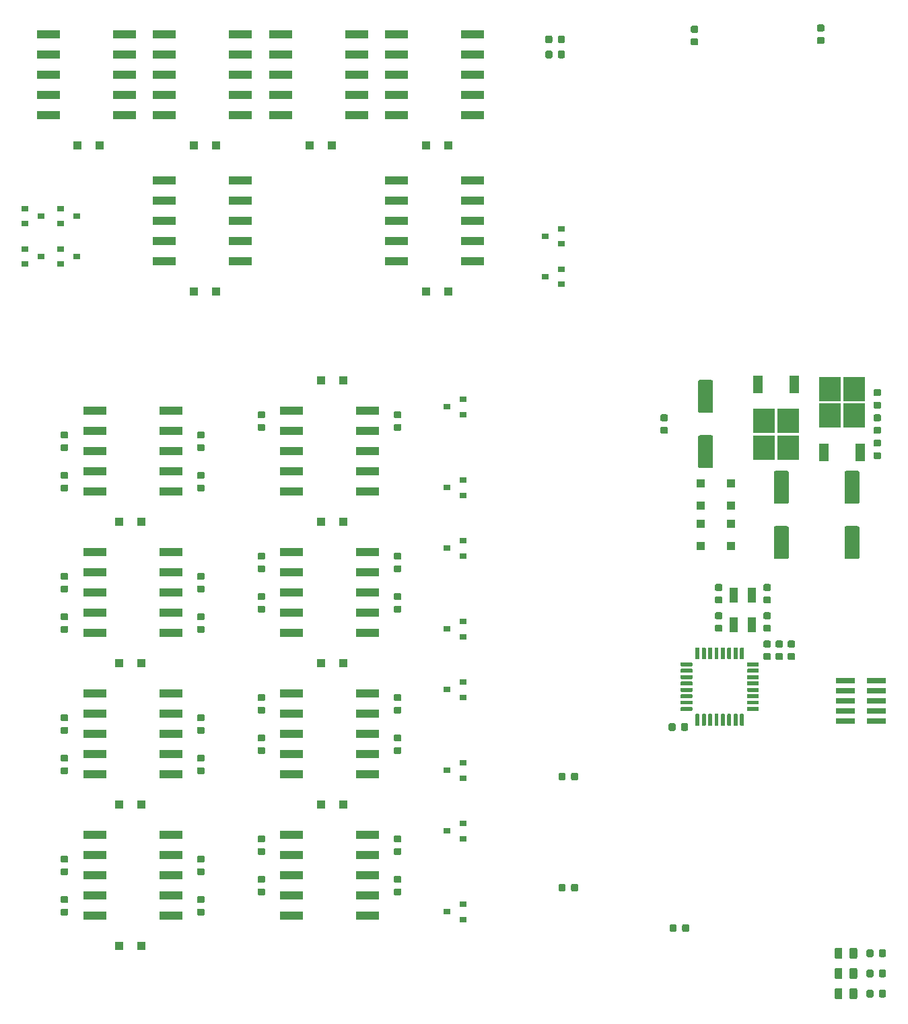
<source format=gbr>
G04 #@! TF.GenerationSoftware,KiCad,Pcbnew,(5.1.5)-3*
G04 #@! TF.CreationDate,2020-04-08T20:51:01+02:00*
G04 #@! TF.ProjectId,SYS_StepAtten,5359535f-5374-4657-9041-7474656e2e6b,proto v0.0*
G04 #@! TF.SameCoordinates,Original*
G04 #@! TF.FileFunction,Paste,Top*
G04 #@! TF.FilePolarity,Positive*
%FSLAX46Y46*%
G04 Gerber Fmt 4.6, Leading zero omitted, Abs format (unit mm)*
G04 Created by KiCad (PCBNEW (5.1.5)-3) date 2020-04-08 20:51:01*
%MOMM*%
%LPD*%
G04 APERTURE LIST*
%ADD10R,2.946400X0.990600*%
%ADD11C,0.100000*%
%ADD12R,1.100000X1.100000*%
%ADD13R,2.400000X0.740000*%
%ADD14R,0.900000X0.800000*%
%ADD15R,1.200000X2.200000*%
%ADD16R,2.750000X3.050000*%
%ADD17R,1.100000X1.900000*%
G04 APERTURE END LIST*
D10*
X59842400Y-94996000D03*
X59842400Y-97536000D03*
X59842400Y-100076000D03*
X59842400Y-102616000D03*
X59842400Y-105156000D03*
X50292000Y-94996000D03*
X50292000Y-97536000D03*
X50292000Y-100076000D03*
X50292000Y-102616000D03*
X50292000Y-105156000D03*
D11*
G36*
X109231691Y-49691053D02*
G01*
X109252926Y-49694203D01*
X109273750Y-49699419D01*
X109293962Y-49706651D01*
X109313368Y-49715830D01*
X109331781Y-49726866D01*
X109349024Y-49739654D01*
X109364930Y-49754070D01*
X109379346Y-49769976D01*
X109392134Y-49787219D01*
X109403170Y-49805632D01*
X109412349Y-49825038D01*
X109419581Y-49845250D01*
X109424797Y-49866074D01*
X109427947Y-49887309D01*
X109429000Y-49908750D01*
X109429000Y-50421250D01*
X109427947Y-50442691D01*
X109424797Y-50463926D01*
X109419581Y-50484750D01*
X109412349Y-50504962D01*
X109403170Y-50524368D01*
X109392134Y-50542781D01*
X109379346Y-50560024D01*
X109364930Y-50575930D01*
X109349024Y-50590346D01*
X109331781Y-50603134D01*
X109313368Y-50614170D01*
X109293962Y-50623349D01*
X109273750Y-50630581D01*
X109252926Y-50635797D01*
X109231691Y-50638947D01*
X109210250Y-50640000D01*
X108772750Y-50640000D01*
X108751309Y-50638947D01*
X108730074Y-50635797D01*
X108709250Y-50630581D01*
X108689038Y-50623349D01*
X108669632Y-50614170D01*
X108651219Y-50603134D01*
X108633976Y-50590346D01*
X108618070Y-50575930D01*
X108603654Y-50560024D01*
X108590866Y-50542781D01*
X108579830Y-50524368D01*
X108570651Y-50504962D01*
X108563419Y-50484750D01*
X108558203Y-50463926D01*
X108555053Y-50442691D01*
X108554000Y-50421250D01*
X108554000Y-49908750D01*
X108555053Y-49887309D01*
X108558203Y-49866074D01*
X108563419Y-49845250D01*
X108570651Y-49825038D01*
X108579830Y-49805632D01*
X108590866Y-49787219D01*
X108603654Y-49769976D01*
X108618070Y-49754070D01*
X108633976Y-49739654D01*
X108651219Y-49726866D01*
X108669632Y-49715830D01*
X108689038Y-49706651D01*
X108709250Y-49699419D01*
X108730074Y-49694203D01*
X108751309Y-49691053D01*
X108772750Y-49690000D01*
X109210250Y-49690000D01*
X109231691Y-49691053D01*
G37*
G36*
X107656691Y-49691053D02*
G01*
X107677926Y-49694203D01*
X107698750Y-49699419D01*
X107718962Y-49706651D01*
X107738368Y-49715830D01*
X107756781Y-49726866D01*
X107774024Y-49739654D01*
X107789930Y-49754070D01*
X107804346Y-49769976D01*
X107817134Y-49787219D01*
X107828170Y-49805632D01*
X107837349Y-49825038D01*
X107844581Y-49845250D01*
X107849797Y-49866074D01*
X107852947Y-49887309D01*
X107854000Y-49908750D01*
X107854000Y-50421250D01*
X107852947Y-50442691D01*
X107849797Y-50463926D01*
X107844581Y-50484750D01*
X107837349Y-50504962D01*
X107828170Y-50524368D01*
X107817134Y-50542781D01*
X107804346Y-50560024D01*
X107789930Y-50575930D01*
X107774024Y-50590346D01*
X107756781Y-50603134D01*
X107738368Y-50614170D01*
X107718962Y-50623349D01*
X107698750Y-50630581D01*
X107677926Y-50635797D01*
X107656691Y-50638947D01*
X107635250Y-50640000D01*
X107197750Y-50640000D01*
X107176309Y-50638947D01*
X107155074Y-50635797D01*
X107134250Y-50630581D01*
X107114038Y-50623349D01*
X107094632Y-50614170D01*
X107076219Y-50603134D01*
X107058976Y-50590346D01*
X107043070Y-50575930D01*
X107028654Y-50560024D01*
X107015866Y-50542781D01*
X107004830Y-50524368D01*
X106995651Y-50504962D01*
X106988419Y-50484750D01*
X106983203Y-50463926D01*
X106980053Y-50442691D01*
X106979000Y-50421250D01*
X106979000Y-49908750D01*
X106980053Y-49887309D01*
X106983203Y-49866074D01*
X106988419Y-49845250D01*
X106995651Y-49825038D01*
X107004830Y-49805632D01*
X107015866Y-49787219D01*
X107028654Y-49769976D01*
X107043070Y-49754070D01*
X107058976Y-49739654D01*
X107076219Y-49726866D01*
X107094632Y-49715830D01*
X107114038Y-49706651D01*
X107134250Y-49699419D01*
X107155074Y-49694203D01*
X107176309Y-49691053D01*
X107197750Y-49690000D01*
X107635250Y-49690000D01*
X107656691Y-49691053D01*
G37*
G36*
X137376504Y-102528204D02*
G01*
X137400773Y-102531804D01*
X137424571Y-102537765D01*
X137447671Y-102546030D01*
X137469849Y-102556520D01*
X137490893Y-102569133D01*
X137510598Y-102583747D01*
X137528777Y-102600223D01*
X137545253Y-102618402D01*
X137559867Y-102638107D01*
X137572480Y-102659151D01*
X137582970Y-102681329D01*
X137591235Y-102704429D01*
X137597196Y-102728227D01*
X137600796Y-102752496D01*
X137602000Y-102777000D01*
X137602000Y-106427000D01*
X137600796Y-106451504D01*
X137597196Y-106475773D01*
X137591235Y-106499571D01*
X137582970Y-106522671D01*
X137572480Y-106544849D01*
X137559867Y-106565893D01*
X137545253Y-106585598D01*
X137528777Y-106603777D01*
X137510598Y-106620253D01*
X137490893Y-106634867D01*
X137469849Y-106647480D01*
X137447671Y-106657970D01*
X137424571Y-106666235D01*
X137400773Y-106672196D01*
X137376504Y-106675796D01*
X137352000Y-106677000D01*
X135952000Y-106677000D01*
X135927496Y-106675796D01*
X135903227Y-106672196D01*
X135879429Y-106666235D01*
X135856329Y-106657970D01*
X135834151Y-106647480D01*
X135813107Y-106634867D01*
X135793402Y-106620253D01*
X135775223Y-106603777D01*
X135758747Y-106585598D01*
X135744133Y-106565893D01*
X135731520Y-106544849D01*
X135721030Y-106522671D01*
X135712765Y-106499571D01*
X135706804Y-106475773D01*
X135703204Y-106451504D01*
X135702000Y-106427000D01*
X135702000Y-102777000D01*
X135703204Y-102752496D01*
X135706804Y-102728227D01*
X135712765Y-102704429D01*
X135721030Y-102681329D01*
X135731520Y-102659151D01*
X135744133Y-102638107D01*
X135758747Y-102618402D01*
X135775223Y-102600223D01*
X135793402Y-102583747D01*
X135813107Y-102569133D01*
X135834151Y-102556520D01*
X135856329Y-102546030D01*
X135879429Y-102537765D01*
X135903227Y-102531804D01*
X135927496Y-102528204D01*
X135952000Y-102527000D01*
X137352000Y-102527000D01*
X137376504Y-102528204D01*
G37*
G36*
X137376504Y-109478204D02*
G01*
X137400773Y-109481804D01*
X137424571Y-109487765D01*
X137447671Y-109496030D01*
X137469849Y-109506520D01*
X137490893Y-109519133D01*
X137510598Y-109533747D01*
X137528777Y-109550223D01*
X137545253Y-109568402D01*
X137559867Y-109588107D01*
X137572480Y-109609151D01*
X137582970Y-109631329D01*
X137591235Y-109654429D01*
X137597196Y-109678227D01*
X137600796Y-109702496D01*
X137602000Y-109727000D01*
X137602000Y-113377000D01*
X137600796Y-113401504D01*
X137597196Y-113425773D01*
X137591235Y-113449571D01*
X137582970Y-113472671D01*
X137572480Y-113494849D01*
X137559867Y-113515893D01*
X137545253Y-113535598D01*
X137528777Y-113553777D01*
X137510598Y-113570253D01*
X137490893Y-113584867D01*
X137469849Y-113597480D01*
X137447671Y-113607970D01*
X137424571Y-113616235D01*
X137400773Y-113622196D01*
X137376504Y-113625796D01*
X137352000Y-113627000D01*
X135952000Y-113627000D01*
X135927496Y-113625796D01*
X135903227Y-113622196D01*
X135879429Y-113616235D01*
X135856329Y-113607970D01*
X135834151Y-113597480D01*
X135813107Y-113584867D01*
X135793402Y-113570253D01*
X135775223Y-113553777D01*
X135758747Y-113535598D01*
X135744133Y-113515893D01*
X135731520Y-113494849D01*
X135721030Y-113472671D01*
X135712765Y-113449571D01*
X135706804Y-113425773D01*
X135703204Y-113401504D01*
X135702000Y-113377000D01*
X135702000Y-109727000D01*
X135703204Y-109702496D01*
X135706804Y-109678227D01*
X135712765Y-109654429D01*
X135721030Y-109631329D01*
X135731520Y-109609151D01*
X135744133Y-109588107D01*
X135758747Y-109568402D01*
X135775223Y-109550223D01*
X135793402Y-109533747D01*
X135813107Y-109519133D01*
X135834151Y-109506520D01*
X135856329Y-109496030D01*
X135879429Y-109487765D01*
X135903227Y-109481804D01*
X135927496Y-109478204D01*
X135952000Y-109477000D01*
X137352000Y-109477000D01*
X137376504Y-109478204D01*
G37*
G36*
X146266504Y-109478204D02*
G01*
X146290773Y-109481804D01*
X146314571Y-109487765D01*
X146337671Y-109496030D01*
X146359849Y-109506520D01*
X146380893Y-109519133D01*
X146400598Y-109533747D01*
X146418777Y-109550223D01*
X146435253Y-109568402D01*
X146449867Y-109588107D01*
X146462480Y-109609151D01*
X146472970Y-109631329D01*
X146481235Y-109654429D01*
X146487196Y-109678227D01*
X146490796Y-109702496D01*
X146492000Y-109727000D01*
X146492000Y-113377000D01*
X146490796Y-113401504D01*
X146487196Y-113425773D01*
X146481235Y-113449571D01*
X146472970Y-113472671D01*
X146462480Y-113494849D01*
X146449867Y-113515893D01*
X146435253Y-113535598D01*
X146418777Y-113553777D01*
X146400598Y-113570253D01*
X146380893Y-113584867D01*
X146359849Y-113597480D01*
X146337671Y-113607970D01*
X146314571Y-113616235D01*
X146290773Y-113622196D01*
X146266504Y-113625796D01*
X146242000Y-113627000D01*
X144842000Y-113627000D01*
X144817496Y-113625796D01*
X144793227Y-113622196D01*
X144769429Y-113616235D01*
X144746329Y-113607970D01*
X144724151Y-113597480D01*
X144703107Y-113584867D01*
X144683402Y-113570253D01*
X144665223Y-113553777D01*
X144648747Y-113535598D01*
X144634133Y-113515893D01*
X144621520Y-113494849D01*
X144611030Y-113472671D01*
X144602765Y-113449571D01*
X144596804Y-113425773D01*
X144593204Y-113401504D01*
X144592000Y-113377000D01*
X144592000Y-109727000D01*
X144593204Y-109702496D01*
X144596804Y-109678227D01*
X144602765Y-109654429D01*
X144611030Y-109631329D01*
X144621520Y-109609151D01*
X144634133Y-109588107D01*
X144648747Y-109568402D01*
X144665223Y-109550223D01*
X144683402Y-109533747D01*
X144703107Y-109519133D01*
X144724151Y-109506520D01*
X144746329Y-109496030D01*
X144769429Y-109487765D01*
X144793227Y-109481804D01*
X144817496Y-109478204D01*
X144842000Y-109477000D01*
X146242000Y-109477000D01*
X146266504Y-109478204D01*
G37*
G36*
X146266504Y-102528204D02*
G01*
X146290773Y-102531804D01*
X146314571Y-102537765D01*
X146337671Y-102546030D01*
X146359849Y-102556520D01*
X146380893Y-102569133D01*
X146400598Y-102583747D01*
X146418777Y-102600223D01*
X146435253Y-102618402D01*
X146449867Y-102638107D01*
X146462480Y-102659151D01*
X146472970Y-102681329D01*
X146481235Y-102704429D01*
X146487196Y-102728227D01*
X146490796Y-102752496D01*
X146492000Y-102777000D01*
X146492000Y-106427000D01*
X146490796Y-106451504D01*
X146487196Y-106475773D01*
X146481235Y-106499571D01*
X146472970Y-106522671D01*
X146462480Y-106544849D01*
X146449867Y-106565893D01*
X146435253Y-106585598D01*
X146418777Y-106603777D01*
X146400598Y-106620253D01*
X146380893Y-106634867D01*
X146359849Y-106647480D01*
X146337671Y-106657970D01*
X146314571Y-106666235D01*
X146290773Y-106672196D01*
X146266504Y-106675796D01*
X146242000Y-106677000D01*
X144842000Y-106677000D01*
X144817496Y-106675796D01*
X144793227Y-106672196D01*
X144769429Y-106666235D01*
X144746329Y-106657970D01*
X144724151Y-106647480D01*
X144703107Y-106634867D01*
X144683402Y-106620253D01*
X144665223Y-106603777D01*
X144648747Y-106585598D01*
X144634133Y-106565893D01*
X144621520Y-106544849D01*
X144611030Y-106522671D01*
X144602765Y-106499571D01*
X144596804Y-106475773D01*
X144593204Y-106451504D01*
X144592000Y-106427000D01*
X144592000Y-102777000D01*
X144593204Y-102752496D01*
X144596804Y-102728227D01*
X144602765Y-102704429D01*
X144611030Y-102681329D01*
X144621520Y-102659151D01*
X144634133Y-102638107D01*
X144648747Y-102618402D01*
X144665223Y-102600223D01*
X144683402Y-102583747D01*
X144703107Y-102569133D01*
X144724151Y-102556520D01*
X144746329Y-102546030D01*
X144769429Y-102537765D01*
X144793227Y-102531804D01*
X144817496Y-102528204D01*
X144842000Y-102527000D01*
X146242000Y-102527000D01*
X146266504Y-102528204D01*
G37*
G36*
X122197691Y-95423053D02*
G01*
X122218926Y-95426203D01*
X122239750Y-95431419D01*
X122259962Y-95438651D01*
X122279368Y-95447830D01*
X122297781Y-95458866D01*
X122315024Y-95471654D01*
X122330930Y-95486070D01*
X122345346Y-95501976D01*
X122358134Y-95519219D01*
X122369170Y-95537632D01*
X122378349Y-95557038D01*
X122385581Y-95577250D01*
X122390797Y-95598074D01*
X122393947Y-95619309D01*
X122395000Y-95640750D01*
X122395000Y-96078250D01*
X122393947Y-96099691D01*
X122390797Y-96120926D01*
X122385581Y-96141750D01*
X122378349Y-96161962D01*
X122369170Y-96181368D01*
X122358134Y-96199781D01*
X122345346Y-96217024D01*
X122330930Y-96232930D01*
X122315024Y-96247346D01*
X122297781Y-96260134D01*
X122279368Y-96271170D01*
X122259962Y-96280349D01*
X122239750Y-96287581D01*
X122218926Y-96292797D01*
X122197691Y-96295947D01*
X122176250Y-96297000D01*
X121663750Y-96297000D01*
X121642309Y-96295947D01*
X121621074Y-96292797D01*
X121600250Y-96287581D01*
X121580038Y-96280349D01*
X121560632Y-96271170D01*
X121542219Y-96260134D01*
X121524976Y-96247346D01*
X121509070Y-96232930D01*
X121494654Y-96217024D01*
X121481866Y-96199781D01*
X121470830Y-96181368D01*
X121461651Y-96161962D01*
X121454419Y-96141750D01*
X121449203Y-96120926D01*
X121446053Y-96099691D01*
X121445000Y-96078250D01*
X121445000Y-95640750D01*
X121446053Y-95619309D01*
X121449203Y-95598074D01*
X121454419Y-95577250D01*
X121461651Y-95557038D01*
X121470830Y-95537632D01*
X121481866Y-95519219D01*
X121494654Y-95501976D01*
X121509070Y-95486070D01*
X121524976Y-95471654D01*
X121542219Y-95458866D01*
X121560632Y-95447830D01*
X121580038Y-95438651D01*
X121600250Y-95431419D01*
X121621074Y-95426203D01*
X121642309Y-95423053D01*
X121663750Y-95422000D01*
X122176250Y-95422000D01*
X122197691Y-95423053D01*
G37*
G36*
X122197691Y-96998053D02*
G01*
X122218926Y-97001203D01*
X122239750Y-97006419D01*
X122259962Y-97013651D01*
X122279368Y-97022830D01*
X122297781Y-97033866D01*
X122315024Y-97046654D01*
X122330930Y-97061070D01*
X122345346Y-97076976D01*
X122358134Y-97094219D01*
X122369170Y-97112632D01*
X122378349Y-97132038D01*
X122385581Y-97152250D01*
X122390797Y-97173074D01*
X122393947Y-97194309D01*
X122395000Y-97215750D01*
X122395000Y-97653250D01*
X122393947Y-97674691D01*
X122390797Y-97695926D01*
X122385581Y-97716750D01*
X122378349Y-97736962D01*
X122369170Y-97756368D01*
X122358134Y-97774781D01*
X122345346Y-97792024D01*
X122330930Y-97807930D01*
X122315024Y-97822346D01*
X122297781Y-97835134D01*
X122279368Y-97846170D01*
X122259962Y-97855349D01*
X122239750Y-97862581D01*
X122218926Y-97867797D01*
X122197691Y-97870947D01*
X122176250Y-97872000D01*
X121663750Y-97872000D01*
X121642309Y-97870947D01*
X121621074Y-97867797D01*
X121600250Y-97862581D01*
X121580038Y-97855349D01*
X121560632Y-97846170D01*
X121542219Y-97835134D01*
X121524976Y-97822346D01*
X121509070Y-97807930D01*
X121494654Y-97792024D01*
X121481866Y-97774781D01*
X121470830Y-97756368D01*
X121461651Y-97736962D01*
X121454419Y-97716750D01*
X121449203Y-97695926D01*
X121446053Y-97674691D01*
X121445000Y-97653250D01*
X121445000Y-97215750D01*
X121446053Y-97194309D01*
X121449203Y-97173074D01*
X121454419Y-97152250D01*
X121461651Y-97132038D01*
X121470830Y-97112632D01*
X121481866Y-97094219D01*
X121494654Y-97076976D01*
X121509070Y-97061070D01*
X121524976Y-97046654D01*
X121542219Y-97033866D01*
X121560632Y-97022830D01*
X121580038Y-97013651D01*
X121600250Y-97006419D01*
X121621074Y-97001203D01*
X121642309Y-96998053D01*
X121663750Y-96997000D01*
X122176250Y-96997000D01*
X122197691Y-96998053D01*
G37*
G36*
X135151691Y-118334053D02*
G01*
X135172926Y-118337203D01*
X135193750Y-118342419D01*
X135213962Y-118349651D01*
X135233368Y-118358830D01*
X135251781Y-118369866D01*
X135269024Y-118382654D01*
X135284930Y-118397070D01*
X135299346Y-118412976D01*
X135312134Y-118430219D01*
X135323170Y-118448632D01*
X135332349Y-118468038D01*
X135339581Y-118488250D01*
X135344797Y-118509074D01*
X135347947Y-118530309D01*
X135349000Y-118551750D01*
X135349000Y-118989250D01*
X135347947Y-119010691D01*
X135344797Y-119031926D01*
X135339581Y-119052750D01*
X135332349Y-119072962D01*
X135323170Y-119092368D01*
X135312134Y-119110781D01*
X135299346Y-119128024D01*
X135284930Y-119143930D01*
X135269024Y-119158346D01*
X135251781Y-119171134D01*
X135233368Y-119182170D01*
X135213962Y-119191349D01*
X135193750Y-119198581D01*
X135172926Y-119203797D01*
X135151691Y-119206947D01*
X135130250Y-119208000D01*
X134617750Y-119208000D01*
X134596309Y-119206947D01*
X134575074Y-119203797D01*
X134554250Y-119198581D01*
X134534038Y-119191349D01*
X134514632Y-119182170D01*
X134496219Y-119171134D01*
X134478976Y-119158346D01*
X134463070Y-119143930D01*
X134448654Y-119128024D01*
X134435866Y-119110781D01*
X134424830Y-119092368D01*
X134415651Y-119072962D01*
X134408419Y-119052750D01*
X134403203Y-119031926D01*
X134400053Y-119010691D01*
X134399000Y-118989250D01*
X134399000Y-118551750D01*
X134400053Y-118530309D01*
X134403203Y-118509074D01*
X134408419Y-118488250D01*
X134415651Y-118468038D01*
X134424830Y-118448632D01*
X134435866Y-118430219D01*
X134448654Y-118412976D01*
X134463070Y-118397070D01*
X134478976Y-118382654D01*
X134496219Y-118369866D01*
X134514632Y-118358830D01*
X134534038Y-118349651D01*
X134554250Y-118342419D01*
X134575074Y-118337203D01*
X134596309Y-118334053D01*
X134617750Y-118333000D01*
X135130250Y-118333000D01*
X135151691Y-118334053D01*
G37*
G36*
X135151691Y-116759053D02*
G01*
X135172926Y-116762203D01*
X135193750Y-116767419D01*
X135213962Y-116774651D01*
X135233368Y-116783830D01*
X135251781Y-116794866D01*
X135269024Y-116807654D01*
X135284930Y-116822070D01*
X135299346Y-116837976D01*
X135312134Y-116855219D01*
X135323170Y-116873632D01*
X135332349Y-116893038D01*
X135339581Y-116913250D01*
X135344797Y-116934074D01*
X135347947Y-116955309D01*
X135349000Y-116976750D01*
X135349000Y-117414250D01*
X135347947Y-117435691D01*
X135344797Y-117456926D01*
X135339581Y-117477750D01*
X135332349Y-117497962D01*
X135323170Y-117517368D01*
X135312134Y-117535781D01*
X135299346Y-117553024D01*
X135284930Y-117568930D01*
X135269024Y-117583346D01*
X135251781Y-117596134D01*
X135233368Y-117607170D01*
X135213962Y-117616349D01*
X135193750Y-117623581D01*
X135172926Y-117628797D01*
X135151691Y-117631947D01*
X135130250Y-117633000D01*
X134617750Y-117633000D01*
X134596309Y-117631947D01*
X134575074Y-117628797D01*
X134554250Y-117623581D01*
X134534038Y-117616349D01*
X134514632Y-117607170D01*
X134496219Y-117596134D01*
X134478976Y-117583346D01*
X134463070Y-117568930D01*
X134448654Y-117553024D01*
X134435866Y-117535781D01*
X134424830Y-117517368D01*
X134415651Y-117497962D01*
X134408419Y-117477750D01*
X134403203Y-117456926D01*
X134400053Y-117435691D01*
X134399000Y-117414250D01*
X134399000Y-116976750D01*
X134400053Y-116955309D01*
X134403203Y-116934074D01*
X134408419Y-116913250D01*
X134415651Y-116893038D01*
X134424830Y-116873632D01*
X134435866Y-116855219D01*
X134448654Y-116837976D01*
X134463070Y-116822070D01*
X134478976Y-116807654D01*
X134496219Y-116794866D01*
X134514632Y-116783830D01*
X134534038Y-116774651D01*
X134554250Y-116767419D01*
X134575074Y-116762203D01*
X134596309Y-116759053D01*
X134617750Y-116758000D01*
X135130250Y-116758000D01*
X135151691Y-116759053D01*
G37*
G36*
X135151691Y-120315053D02*
G01*
X135172926Y-120318203D01*
X135193750Y-120323419D01*
X135213962Y-120330651D01*
X135233368Y-120339830D01*
X135251781Y-120350866D01*
X135269024Y-120363654D01*
X135284930Y-120378070D01*
X135299346Y-120393976D01*
X135312134Y-120411219D01*
X135323170Y-120429632D01*
X135332349Y-120449038D01*
X135339581Y-120469250D01*
X135344797Y-120490074D01*
X135347947Y-120511309D01*
X135349000Y-120532750D01*
X135349000Y-120970250D01*
X135347947Y-120991691D01*
X135344797Y-121012926D01*
X135339581Y-121033750D01*
X135332349Y-121053962D01*
X135323170Y-121073368D01*
X135312134Y-121091781D01*
X135299346Y-121109024D01*
X135284930Y-121124930D01*
X135269024Y-121139346D01*
X135251781Y-121152134D01*
X135233368Y-121163170D01*
X135213962Y-121172349D01*
X135193750Y-121179581D01*
X135172926Y-121184797D01*
X135151691Y-121187947D01*
X135130250Y-121189000D01*
X134617750Y-121189000D01*
X134596309Y-121187947D01*
X134575074Y-121184797D01*
X134554250Y-121179581D01*
X134534038Y-121172349D01*
X134514632Y-121163170D01*
X134496219Y-121152134D01*
X134478976Y-121139346D01*
X134463070Y-121124930D01*
X134448654Y-121109024D01*
X134435866Y-121091781D01*
X134424830Y-121073368D01*
X134415651Y-121053962D01*
X134408419Y-121033750D01*
X134403203Y-121012926D01*
X134400053Y-120991691D01*
X134399000Y-120970250D01*
X134399000Y-120532750D01*
X134400053Y-120511309D01*
X134403203Y-120490074D01*
X134408419Y-120469250D01*
X134415651Y-120449038D01*
X134424830Y-120429632D01*
X134435866Y-120411219D01*
X134448654Y-120393976D01*
X134463070Y-120378070D01*
X134478976Y-120363654D01*
X134496219Y-120350866D01*
X134514632Y-120339830D01*
X134534038Y-120330651D01*
X134554250Y-120323419D01*
X134575074Y-120318203D01*
X134596309Y-120315053D01*
X134617750Y-120314000D01*
X135130250Y-120314000D01*
X135151691Y-120315053D01*
G37*
G36*
X135151691Y-121890053D02*
G01*
X135172926Y-121893203D01*
X135193750Y-121898419D01*
X135213962Y-121905651D01*
X135233368Y-121914830D01*
X135251781Y-121925866D01*
X135269024Y-121938654D01*
X135284930Y-121953070D01*
X135299346Y-121968976D01*
X135312134Y-121986219D01*
X135323170Y-122004632D01*
X135332349Y-122024038D01*
X135339581Y-122044250D01*
X135344797Y-122065074D01*
X135347947Y-122086309D01*
X135349000Y-122107750D01*
X135349000Y-122545250D01*
X135347947Y-122566691D01*
X135344797Y-122587926D01*
X135339581Y-122608750D01*
X135332349Y-122628962D01*
X135323170Y-122648368D01*
X135312134Y-122666781D01*
X135299346Y-122684024D01*
X135284930Y-122699930D01*
X135269024Y-122714346D01*
X135251781Y-122727134D01*
X135233368Y-122738170D01*
X135213962Y-122747349D01*
X135193750Y-122754581D01*
X135172926Y-122759797D01*
X135151691Y-122762947D01*
X135130250Y-122764000D01*
X134617750Y-122764000D01*
X134596309Y-122762947D01*
X134575074Y-122759797D01*
X134554250Y-122754581D01*
X134534038Y-122747349D01*
X134514632Y-122738170D01*
X134496219Y-122727134D01*
X134478976Y-122714346D01*
X134463070Y-122699930D01*
X134448654Y-122684024D01*
X134435866Y-122666781D01*
X134424830Y-122648368D01*
X134415651Y-122628962D01*
X134408419Y-122608750D01*
X134403203Y-122587926D01*
X134400053Y-122566691D01*
X134399000Y-122545250D01*
X134399000Y-122107750D01*
X134400053Y-122086309D01*
X134403203Y-122065074D01*
X134408419Y-122044250D01*
X134415651Y-122024038D01*
X134424830Y-122004632D01*
X134435866Y-121986219D01*
X134448654Y-121968976D01*
X134463070Y-121953070D01*
X134478976Y-121938654D01*
X134496219Y-121925866D01*
X134514632Y-121914830D01*
X134534038Y-121905651D01*
X134554250Y-121898419D01*
X134575074Y-121893203D01*
X134596309Y-121890053D01*
X134617750Y-121889000D01*
X135130250Y-121889000D01*
X135151691Y-121890053D01*
G37*
G36*
X129055691Y-121890053D02*
G01*
X129076926Y-121893203D01*
X129097750Y-121898419D01*
X129117962Y-121905651D01*
X129137368Y-121914830D01*
X129155781Y-121925866D01*
X129173024Y-121938654D01*
X129188930Y-121953070D01*
X129203346Y-121968976D01*
X129216134Y-121986219D01*
X129227170Y-122004632D01*
X129236349Y-122024038D01*
X129243581Y-122044250D01*
X129248797Y-122065074D01*
X129251947Y-122086309D01*
X129253000Y-122107750D01*
X129253000Y-122545250D01*
X129251947Y-122566691D01*
X129248797Y-122587926D01*
X129243581Y-122608750D01*
X129236349Y-122628962D01*
X129227170Y-122648368D01*
X129216134Y-122666781D01*
X129203346Y-122684024D01*
X129188930Y-122699930D01*
X129173024Y-122714346D01*
X129155781Y-122727134D01*
X129137368Y-122738170D01*
X129117962Y-122747349D01*
X129097750Y-122754581D01*
X129076926Y-122759797D01*
X129055691Y-122762947D01*
X129034250Y-122764000D01*
X128521750Y-122764000D01*
X128500309Y-122762947D01*
X128479074Y-122759797D01*
X128458250Y-122754581D01*
X128438038Y-122747349D01*
X128418632Y-122738170D01*
X128400219Y-122727134D01*
X128382976Y-122714346D01*
X128367070Y-122699930D01*
X128352654Y-122684024D01*
X128339866Y-122666781D01*
X128328830Y-122648368D01*
X128319651Y-122628962D01*
X128312419Y-122608750D01*
X128307203Y-122587926D01*
X128304053Y-122566691D01*
X128303000Y-122545250D01*
X128303000Y-122107750D01*
X128304053Y-122086309D01*
X128307203Y-122065074D01*
X128312419Y-122044250D01*
X128319651Y-122024038D01*
X128328830Y-122004632D01*
X128339866Y-121986219D01*
X128352654Y-121968976D01*
X128367070Y-121953070D01*
X128382976Y-121938654D01*
X128400219Y-121925866D01*
X128418632Y-121914830D01*
X128438038Y-121905651D01*
X128458250Y-121898419D01*
X128479074Y-121893203D01*
X128500309Y-121890053D01*
X128521750Y-121889000D01*
X129034250Y-121889000D01*
X129055691Y-121890053D01*
G37*
G36*
X129055691Y-120315053D02*
G01*
X129076926Y-120318203D01*
X129097750Y-120323419D01*
X129117962Y-120330651D01*
X129137368Y-120339830D01*
X129155781Y-120350866D01*
X129173024Y-120363654D01*
X129188930Y-120378070D01*
X129203346Y-120393976D01*
X129216134Y-120411219D01*
X129227170Y-120429632D01*
X129236349Y-120449038D01*
X129243581Y-120469250D01*
X129248797Y-120490074D01*
X129251947Y-120511309D01*
X129253000Y-120532750D01*
X129253000Y-120970250D01*
X129251947Y-120991691D01*
X129248797Y-121012926D01*
X129243581Y-121033750D01*
X129236349Y-121053962D01*
X129227170Y-121073368D01*
X129216134Y-121091781D01*
X129203346Y-121109024D01*
X129188930Y-121124930D01*
X129173024Y-121139346D01*
X129155781Y-121152134D01*
X129137368Y-121163170D01*
X129117962Y-121172349D01*
X129097750Y-121179581D01*
X129076926Y-121184797D01*
X129055691Y-121187947D01*
X129034250Y-121189000D01*
X128521750Y-121189000D01*
X128500309Y-121187947D01*
X128479074Y-121184797D01*
X128458250Y-121179581D01*
X128438038Y-121172349D01*
X128418632Y-121163170D01*
X128400219Y-121152134D01*
X128382976Y-121139346D01*
X128367070Y-121124930D01*
X128352654Y-121109024D01*
X128339866Y-121091781D01*
X128328830Y-121073368D01*
X128319651Y-121053962D01*
X128312419Y-121033750D01*
X128307203Y-121012926D01*
X128304053Y-120991691D01*
X128303000Y-120970250D01*
X128303000Y-120532750D01*
X128304053Y-120511309D01*
X128307203Y-120490074D01*
X128312419Y-120469250D01*
X128319651Y-120449038D01*
X128328830Y-120429632D01*
X128339866Y-120411219D01*
X128352654Y-120393976D01*
X128367070Y-120378070D01*
X128382976Y-120363654D01*
X128400219Y-120350866D01*
X128418632Y-120339830D01*
X128438038Y-120330651D01*
X128458250Y-120323419D01*
X128479074Y-120318203D01*
X128500309Y-120315053D01*
X128521750Y-120314000D01*
X129034250Y-120314000D01*
X129055691Y-120315053D01*
G37*
G36*
X129055691Y-116759053D02*
G01*
X129076926Y-116762203D01*
X129097750Y-116767419D01*
X129117962Y-116774651D01*
X129137368Y-116783830D01*
X129155781Y-116794866D01*
X129173024Y-116807654D01*
X129188930Y-116822070D01*
X129203346Y-116837976D01*
X129216134Y-116855219D01*
X129227170Y-116873632D01*
X129236349Y-116893038D01*
X129243581Y-116913250D01*
X129248797Y-116934074D01*
X129251947Y-116955309D01*
X129253000Y-116976750D01*
X129253000Y-117414250D01*
X129251947Y-117435691D01*
X129248797Y-117456926D01*
X129243581Y-117477750D01*
X129236349Y-117497962D01*
X129227170Y-117517368D01*
X129216134Y-117535781D01*
X129203346Y-117553024D01*
X129188930Y-117568930D01*
X129173024Y-117583346D01*
X129155781Y-117596134D01*
X129137368Y-117607170D01*
X129117962Y-117616349D01*
X129097750Y-117623581D01*
X129076926Y-117628797D01*
X129055691Y-117631947D01*
X129034250Y-117633000D01*
X128521750Y-117633000D01*
X128500309Y-117631947D01*
X128479074Y-117628797D01*
X128458250Y-117623581D01*
X128438038Y-117616349D01*
X128418632Y-117607170D01*
X128400219Y-117596134D01*
X128382976Y-117583346D01*
X128367070Y-117568930D01*
X128352654Y-117553024D01*
X128339866Y-117535781D01*
X128328830Y-117517368D01*
X128319651Y-117497962D01*
X128312419Y-117477750D01*
X128307203Y-117456926D01*
X128304053Y-117435691D01*
X128303000Y-117414250D01*
X128303000Y-116976750D01*
X128304053Y-116955309D01*
X128307203Y-116934074D01*
X128312419Y-116913250D01*
X128319651Y-116893038D01*
X128328830Y-116873632D01*
X128339866Y-116855219D01*
X128352654Y-116837976D01*
X128367070Y-116822070D01*
X128382976Y-116807654D01*
X128400219Y-116794866D01*
X128418632Y-116783830D01*
X128438038Y-116774651D01*
X128458250Y-116767419D01*
X128479074Y-116762203D01*
X128500309Y-116759053D01*
X128521750Y-116758000D01*
X129034250Y-116758000D01*
X129055691Y-116759053D01*
G37*
G36*
X129055691Y-118334053D02*
G01*
X129076926Y-118337203D01*
X129097750Y-118342419D01*
X129117962Y-118349651D01*
X129137368Y-118358830D01*
X129155781Y-118369866D01*
X129173024Y-118382654D01*
X129188930Y-118397070D01*
X129203346Y-118412976D01*
X129216134Y-118430219D01*
X129227170Y-118448632D01*
X129236349Y-118468038D01*
X129243581Y-118488250D01*
X129248797Y-118509074D01*
X129251947Y-118530309D01*
X129253000Y-118551750D01*
X129253000Y-118989250D01*
X129251947Y-119010691D01*
X129248797Y-119031926D01*
X129243581Y-119052750D01*
X129236349Y-119072962D01*
X129227170Y-119092368D01*
X129216134Y-119110781D01*
X129203346Y-119128024D01*
X129188930Y-119143930D01*
X129173024Y-119158346D01*
X129155781Y-119171134D01*
X129137368Y-119182170D01*
X129117962Y-119191349D01*
X129097750Y-119198581D01*
X129076926Y-119203797D01*
X129055691Y-119206947D01*
X129034250Y-119208000D01*
X128521750Y-119208000D01*
X128500309Y-119206947D01*
X128479074Y-119203797D01*
X128458250Y-119198581D01*
X128438038Y-119191349D01*
X128418632Y-119182170D01*
X128400219Y-119171134D01*
X128382976Y-119158346D01*
X128367070Y-119143930D01*
X128352654Y-119128024D01*
X128339866Y-119110781D01*
X128328830Y-119092368D01*
X128319651Y-119072962D01*
X128312419Y-119052750D01*
X128307203Y-119031926D01*
X128304053Y-119010691D01*
X128303000Y-118989250D01*
X128303000Y-118551750D01*
X128304053Y-118530309D01*
X128307203Y-118509074D01*
X128312419Y-118488250D01*
X128319651Y-118468038D01*
X128328830Y-118448632D01*
X128339866Y-118430219D01*
X128352654Y-118412976D01*
X128367070Y-118397070D01*
X128382976Y-118382654D01*
X128400219Y-118369866D01*
X128418632Y-118358830D01*
X128438038Y-118349651D01*
X128458250Y-118342419D01*
X128479074Y-118337203D01*
X128500309Y-118334053D01*
X128521750Y-118333000D01*
X129034250Y-118333000D01*
X129055691Y-118334053D01*
G37*
G36*
X124725691Y-134273053D02*
G01*
X124746926Y-134276203D01*
X124767750Y-134281419D01*
X124787962Y-134288651D01*
X124807368Y-134297830D01*
X124825781Y-134308866D01*
X124843024Y-134321654D01*
X124858930Y-134336070D01*
X124873346Y-134351976D01*
X124886134Y-134369219D01*
X124897170Y-134387632D01*
X124906349Y-134407038D01*
X124913581Y-134427250D01*
X124918797Y-134448074D01*
X124921947Y-134469309D01*
X124923000Y-134490750D01*
X124923000Y-135003250D01*
X124921947Y-135024691D01*
X124918797Y-135045926D01*
X124913581Y-135066750D01*
X124906349Y-135086962D01*
X124897170Y-135106368D01*
X124886134Y-135124781D01*
X124873346Y-135142024D01*
X124858930Y-135157930D01*
X124843024Y-135172346D01*
X124825781Y-135185134D01*
X124807368Y-135196170D01*
X124787962Y-135205349D01*
X124767750Y-135212581D01*
X124746926Y-135217797D01*
X124725691Y-135220947D01*
X124704250Y-135222000D01*
X124266750Y-135222000D01*
X124245309Y-135220947D01*
X124224074Y-135217797D01*
X124203250Y-135212581D01*
X124183038Y-135205349D01*
X124163632Y-135196170D01*
X124145219Y-135185134D01*
X124127976Y-135172346D01*
X124112070Y-135157930D01*
X124097654Y-135142024D01*
X124084866Y-135124781D01*
X124073830Y-135106368D01*
X124064651Y-135086962D01*
X124057419Y-135066750D01*
X124052203Y-135045926D01*
X124049053Y-135024691D01*
X124048000Y-135003250D01*
X124048000Y-134490750D01*
X124049053Y-134469309D01*
X124052203Y-134448074D01*
X124057419Y-134427250D01*
X124064651Y-134407038D01*
X124073830Y-134387632D01*
X124084866Y-134369219D01*
X124097654Y-134351976D01*
X124112070Y-134336070D01*
X124127976Y-134321654D01*
X124145219Y-134308866D01*
X124163632Y-134297830D01*
X124183038Y-134288651D01*
X124203250Y-134281419D01*
X124224074Y-134276203D01*
X124245309Y-134273053D01*
X124266750Y-134272000D01*
X124704250Y-134272000D01*
X124725691Y-134273053D01*
G37*
G36*
X123150691Y-134273053D02*
G01*
X123171926Y-134276203D01*
X123192750Y-134281419D01*
X123212962Y-134288651D01*
X123232368Y-134297830D01*
X123250781Y-134308866D01*
X123268024Y-134321654D01*
X123283930Y-134336070D01*
X123298346Y-134351976D01*
X123311134Y-134369219D01*
X123322170Y-134387632D01*
X123331349Y-134407038D01*
X123338581Y-134427250D01*
X123343797Y-134448074D01*
X123346947Y-134469309D01*
X123348000Y-134490750D01*
X123348000Y-135003250D01*
X123346947Y-135024691D01*
X123343797Y-135045926D01*
X123338581Y-135066750D01*
X123331349Y-135086962D01*
X123322170Y-135106368D01*
X123311134Y-135124781D01*
X123298346Y-135142024D01*
X123283930Y-135157930D01*
X123268024Y-135172346D01*
X123250781Y-135185134D01*
X123232368Y-135196170D01*
X123212962Y-135205349D01*
X123192750Y-135212581D01*
X123171926Y-135217797D01*
X123150691Y-135220947D01*
X123129250Y-135222000D01*
X122691750Y-135222000D01*
X122670309Y-135220947D01*
X122649074Y-135217797D01*
X122628250Y-135212581D01*
X122608038Y-135205349D01*
X122588632Y-135196170D01*
X122570219Y-135185134D01*
X122552976Y-135172346D01*
X122537070Y-135157930D01*
X122522654Y-135142024D01*
X122509866Y-135124781D01*
X122498830Y-135106368D01*
X122489651Y-135086962D01*
X122482419Y-135066750D01*
X122477203Y-135045926D01*
X122474053Y-135024691D01*
X122473000Y-135003250D01*
X122473000Y-134490750D01*
X122474053Y-134469309D01*
X122477203Y-134448074D01*
X122482419Y-134427250D01*
X122489651Y-134407038D01*
X122498830Y-134387632D01*
X122509866Y-134369219D01*
X122522654Y-134351976D01*
X122537070Y-134336070D01*
X122552976Y-134321654D01*
X122570219Y-134308866D01*
X122588632Y-134297830D01*
X122608038Y-134288651D01*
X122628250Y-134281419D01*
X122649074Y-134276203D01*
X122670309Y-134273053D01*
X122691750Y-134272000D01*
X123129250Y-134272000D01*
X123150691Y-134273053D01*
G37*
G36*
X136675691Y-123871053D02*
G01*
X136696926Y-123874203D01*
X136717750Y-123879419D01*
X136737962Y-123886651D01*
X136757368Y-123895830D01*
X136775781Y-123906866D01*
X136793024Y-123919654D01*
X136808930Y-123934070D01*
X136823346Y-123949976D01*
X136836134Y-123967219D01*
X136847170Y-123985632D01*
X136856349Y-124005038D01*
X136863581Y-124025250D01*
X136868797Y-124046074D01*
X136871947Y-124067309D01*
X136873000Y-124088750D01*
X136873000Y-124526250D01*
X136871947Y-124547691D01*
X136868797Y-124568926D01*
X136863581Y-124589750D01*
X136856349Y-124609962D01*
X136847170Y-124629368D01*
X136836134Y-124647781D01*
X136823346Y-124665024D01*
X136808930Y-124680930D01*
X136793024Y-124695346D01*
X136775781Y-124708134D01*
X136757368Y-124719170D01*
X136737962Y-124728349D01*
X136717750Y-124735581D01*
X136696926Y-124740797D01*
X136675691Y-124743947D01*
X136654250Y-124745000D01*
X136141750Y-124745000D01*
X136120309Y-124743947D01*
X136099074Y-124740797D01*
X136078250Y-124735581D01*
X136058038Y-124728349D01*
X136038632Y-124719170D01*
X136020219Y-124708134D01*
X136002976Y-124695346D01*
X135987070Y-124680930D01*
X135972654Y-124665024D01*
X135959866Y-124647781D01*
X135948830Y-124629368D01*
X135939651Y-124609962D01*
X135932419Y-124589750D01*
X135927203Y-124568926D01*
X135924053Y-124547691D01*
X135923000Y-124526250D01*
X135923000Y-124088750D01*
X135924053Y-124067309D01*
X135927203Y-124046074D01*
X135932419Y-124025250D01*
X135939651Y-124005038D01*
X135948830Y-123985632D01*
X135959866Y-123967219D01*
X135972654Y-123949976D01*
X135987070Y-123934070D01*
X136002976Y-123919654D01*
X136020219Y-123906866D01*
X136038632Y-123895830D01*
X136058038Y-123886651D01*
X136078250Y-123879419D01*
X136099074Y-123874203D01*
X136120309Y-123871053D01*
X136141750Y-123870000D01*
X136654250Y-123870000D01*
X136675691Y-123871053D01*
G37*
G36*
X136675691Y-125446053D02*
G01*
X136696926Y-125449203D01*
X136717750Y-125454419D01*
X136737962Y-125461651D01*
X136757368Y-125470830D01*
X136775781Y-125481866D01*
X136793024Y-125494654D01*
X136808930Y-125509070D01*
X136823346Y-125524976D01*
X136836134Y-125542219D01*
X136847170Y-125560632D01*
X136856349Y-125580038D01*
X136863581Y-125600250D01*
X136868797Y-125621074D01*
X136871947Y-125642309D01*
X136873000Y-125663750D01*
X136873000Y-126101250D01*
X136871947Y-126122691D01*
X136868797Y-126143926D01*
X136863581Y-126164750D01*
X136856349Y-126184962D01*
X136847170Y-126204368D01*
X136836134Y-126222781D01*
X136823346Y-126240024D01*
X136808930Y-126255930D01*
X136793024Y-126270346D01*
X136775781Y-126283134D01*
X136757368Y-126294170D01*
X136737962Y-126303349D01*
X136717750Y-126310581D01*
X136696926Y-126315797D01*
X136675691Y-126318947D01*
X136654250Y-126320000D01*
X136141750Y-126320000D01*
X136120309Y-126318947D01*
X136099074Y-126315797D01*
X136078250Y-126310581D01*
X136058038Y-126303349D01*
X136038632Y-126294170D01*
X136020219Y-126283134D01*
X136002976Y-126270346D01*
X135987070Y-126255930D01*
X135972654Y-126240024D01*
X135959866Y-126222781D01*
X135948830Y-126204368D01*
X135939651Y-126184962D01*
X135932419Y-126164750D01*
X135927203Y-126143926D01*
X135924053Y-126122691D01*
X135923000Y-126101250D01*
X135923000Y-125663750D01*
X135924053Y-125642309D01*
X135927203Y-125621074D01*
X135932419Y-125600250D01*
X135939651Y-125580038D01*
X135948830Y-125560632D01*
X135959866Y-125542219D01*
X135972654Y-125524976D01*
X135987070Y-125509070D01*
X136002976Y-125494654D01*
X136020219Y-125481866D01*
X136038632Y-125470830D01*
X136058038Y-125461651D01*
X136078250Y-125454419D01*
X136099074Y-125449203D01*
X136120309Y-125446053D01*
X136141750Y-125445000D01*
X136654250Y-125445000D01*
X136675691Y-125446053D01*
G37*
G36*
X135151691Y-125446053D02*
G01*
X135172926Y-125449203D01*
X135193750Y-125454419D01*
X135213962Y-125461651D01*
X135233368Y-125470830D01*
X135251781Y-125481866D01*
X135269024Y-125494654D01*
X135284930Y-125509070D01*
X135299346Y-125524976D01*
X135312134Y-125542219D01*
X135323170Y-125560632D01*
X135332349Y-125580038D01*
X135339581Y-125600250D01*
X135344797Y-125621074D01*
X135347947Y-125642309D01*
X135349000Y-125663750D01*
X135349000Y-126101250D01*
X135347947Y-126122691D01*
X135344797Y-126143926D01*
X135339581Y-126164750D01*
X135332349Y-126184962D01*
X135323170Y-126204368D01*
X135312134Y-126222781D01*
X135299346Y-126240024D01*
X135284930Y-126255930D01*
X135269024Y-126270346D01*
X135251781Y-126283134D01*
X135233368Y-126294170D01*
X135213962Y-126303349D01*
X135193750Y-126310581D01*
X135172926Y-126315797D01*
X135151691Y-126318947D01*
X135130250Y-126320000D01*
X134617750Y-126320000D01*
X134596309Y-126318947D01*
X134575074Y-126315797D01*
X134554250Y-126310581D01*
X134534038Y-126303349D01*
X134514632Y-126294170D01*
X134496219Y-126283134D01*
X134478976Y-126270346D01*
X134463070Y-126255930D01*
X134448654Y-126240024D01*
X134435866Y-126222781D01*
X134424830Y-126204368D01*
X134415651Y-126184962D01*
X134408419Y-126164750D01*
X134403203Y-126143926D01*
X134400053Y-126122691D01*
X134399000Y-126101250D01*
X134399000Y-125663750D01*
X134400053Y-125642309D01*
X134403203Y-125621074D01*
X134408419Y-125600250D01*
X134415651Y-125580038D01*
X134424830Y-125560632D01*
X134435866Y-125542219D01*
X134448654Y-125524976D01*
X134463070Y-125509070D01*
X134478976Y-125494654D01*
X134496219Y-125481866D01*
X134514632Y-125470830D01*
X134534038Y-125461651D01*
X134554250Y-125454419D01*
X134575074Y-125449203D01*
X134596309Y-125446053D01*
X134617750Y-125445000D01*
X135130250Y-125445000D01*
X135151691Y-125446053D01*
G37*
G36*
X135151691Y-123871053D02*
G01*
X135172926Y-123874203D01*
X135193750Y-123879419D01*
X135213962Y-123886651D01*
X135233368Y-123895830D01*
X135251781Y-123906866D01*
X135269024Y-123919654D01*
X135284930Y-123934070D01*
X135299346Y-123949976D01*
X135312134Y-123967219D01*
X135323170Y-123985632D01*
X135332349Y-124005038D01*
X135339581Y-124025250D01*
X135344797Y-124046074D01*
X135347947Y-124067309D01*
X135349000Y-124088750D01*
X135349000Y-124526250D01*
X135347947Y-124547691D01*
X135344797Y-124568926D01*
X135339581Y-124589750D01*
X135332349Y-124609962D01*
X135323170Y-124629368D01*
X135312134Y-124647781D01*
X135299346Y-124665024D01*
X135284930Y-124680930D01*
X135269024Y-124695346D01*
X135251781Y-124708134D01*
X135233368Y-124719170D01*
X135213962Y-124728349D01*
X135193750Y-124735581D01*
X135172926Y-124740797D01*
X135151691Y-124743947D01*
X135130250Y-124745000D01*
X134617750Y-124745000D01*
X134596309Y-124743947D01*
X134575074Y-124740797D01*
X134554250Y-124735581D01*
X134534038Y-124728349D01*
X134514632Y-124719170D01*
X134496219Y-124708134D01*
X134478976Y-124695346D01*
X134463070Y-124680930D01*
X134448654Y-124665024D01*
X134435866Y-124647781D01*
X134424830Y-124629368D01*
X134415651Y-124609962D01*
X134408419Y-124589750D01*
X134403203Y-124568926D01*
X134400053Y-124547691D01*
X134399000Y-124526250D01*
X134399000Y-124088750D01*
X134400053Y-124067309D01*
X134403203Y-124046074D01*
X134408419Y-124025250D01*
X134415651Y-124005038D01*
X134424830Y-123985632D01*
X134435866Y-123967219D01*
X134448654Y-123949976D01*
X134463070Y-123934070D01*
X134478976Y-123919654D01*
X134496219Y-123906866D01*
X134514632Y-123895830D01*
X134534038Y-123886651D01*
X134554250Y-123879419D01*
X134575074Y-123874203D01*
X134596309Y-123871053D01*
X134617750Y-123870000D01*
X135130250Y-123870000D01*
X135151691Y-123871053D01*
G37*
G36*
X148994691Y-100173053D02*
G01*
X149015926Y-100176203D01*
X149036750Y-100181419D01*
X149056962Y-100188651D01*
X149076368Y-100197830D01*
X149094781Y-100208866D01*
X149112024Y-100221654D01*
X149127930Y-100236070D01*
X149142346Y-100251976D01*
X149155134Y-100269219D01*
X149166170Y-100287632D01*
X149175349Y-100307038D01*
X149182581Y-100327250D01*
X149187797Y-100348074D01*
X149190947Y-100369309D01*
X149192000Y-100390750D01*
X149192000Y-100828250D01*
X149190947Y-100849691D01*
X149187797Y-100870926D01*
X149182581Y-100891750D01*
X149175349Y-100911962D01*
X149166170Y-100931368D01*
X149155134Y-100949781D01*
X149142346Y-100967024D01*
X149127930Y-100982930D01*
X149112024Y-100997346D01*
X149094781Y-101010134D01*
X149076368Y-101021170D01*
X149056962Y-101030349D01*
X149036750Y-101037581D01*
X149015926Y-101042797D01*
X148994691Y-101045947D01*
X148973250Y-101047000D01*
X148460750Y-101047000D01*
X148439309Y-101045947D01*
X148418074Y-101042797D01*
X148397250Y-101037581D01*
X148377038Y-101030349D01*
X148357632Y-101021170D01*
X148339219Y-101010134D01*
X148321976Y-100997346D01*
X148306070Y-100982930D01*
X148291654Y-100967024D01*
X148278866Y-100949781D01*
X148267830Y-100931368D01*
X148258651Y-100911962D01*
X148251419Y-100891750D01*
X148246203Y-100870926D01*
X148243053Y-100849691D01*
X148242000Y-100828250D01*
X148242000Y-100390750D01*
X148243053Y-100369309D01*
X148246203Y-100348074D01*
X148251419Y-100327250D01*
X148258651Y-100307038D01*
X148267830Y-100287632D01*
X148278866Y-100269219D01*
X148291654Y-100251976D01*
X148306070Y-100236070D01*
X148321976Y-100221654D01*
X148339219Y-100208866D01*
X148357632Y-100197830D01*
X148377038Y-100188651D01*
X148397250Y-100181419D01*
X148418074Y-100176203D01*
X148439309Y-100173053D01*
X148460750Y-100172000D01*
X148973250Y-100172000D01*
X148994691Y-100173053D01*
G37*
G36*
X148994691Y-98598053D02*
G01*
X149015926Y-98601203D01*
X149036750Y-98606419D01*
X149056962Y-98613651D01*
X149076368Y-98622830D01*
X149094781Y-98633866D01*
X149112024Y-98646654D01*
X149127930Y-98661070D01*
X149142346Y-98676976D01*
X149155134Y-98694219D01*
X149166170Y-98712632D01*
X149175349Y-98732038D01*
X149182581Y-98752250D01*
X149187797Y-98773074D01*
X149190947Y-98794309D01*
X149192000Y-98815750D01*
X149192000Y-99253250D01*
X149190947Y-99274691D01*
X149187797Y-99295926D01*
X149182581Y-99316750D01*
X149175349Y-99336962D01*
X149166170Y-99356368D01*
X149155134Y-99374781D01*
X149142346Y-99392024D01*
X149127930Y-99407930D01*
X149112024Y-99422346D01*
X149094781Y-99435134D01*
X149076368Y-99446170D01*
X149056962Y-99455349D01*
X149036750Y-99462581D01*
X149015926Y-99467797D01*
X148994691Y-99470947D01*
X148973250Y-99472000D01*
X148460750Y-99472000D01*
X148439309Y-99470947D01*
X148418074Y-99467797D01*
X148397250Y-99462581D01*
X148377038Y-99455349D01*
X148357632Y-99446170D01*
X148339219Y-99435134D01*
X148321976Y-99422346D01*
X148306070Y-99407930D01*
X148291654Y-99392024D01*
X148278866Y-99374781D01*
X148267830Y-99356368D01*
X148258651Y-99336962D01*
X148251419Y-99316750D01*
X148246203Y-99295926D01*
X148243053Y-99274691D01*
X148242000Y-99253250D01*
X148242000Y-98815750D01*
X148243053Y-98794309D01*
X148246203Y-98773074D01*
X148251419Y-98752250D01*
X148258651Y-98732038D01*
X148267830Y-98712632D01*
X148278866Y-98694219D01*
X148291654Y-98676976D01*
X148306070Y-98661070D01*
X148321976Y-98646654D01*
X148339219Y-98633866D01*
X148357632Y-98622830D01*
X148377038Y-98613651D01*
X148397250Y-98606419D01*
X148418074Y-98601203D01*
X148439309Y-98598053D01*
X148460750Y-98597000D01*
X148973250Y-98597000D01*
X148994691Y-98598053D01*
G37*
G36*
X127851504Y-91098204D02*
G01*
X127875773Y-91101804D01*
X127899571Y-91107765D01*
X127922671Y-91116030D01*
X127944849Y-91126520D01*
X127965893Y-91139133D01*
X127985598Y-91153747D01*
X128003777Y-91170223D01*
X128020253Y-91188402D01*
X128034867Y-91208107D01*
X128047480Y-91229151D01*
X128057970Y-91251329D01*
X128066235Y-91274429D01*
X128072196Y-91298227D01*
X128075796Y-91322496D01*
X128077000Y-91347000D01*
X128077000Y-94997000D01*
X128075796Y-95021504D01*
X128072196Y-95045773D01*
X128066235Y-95069571D01*
X128057970Y-95092671D01*
X128047480Y-95114849D01*
X128034867Y-95135893D01*
X128020253Y-95155598D01*
X128003777Y-95173777D01*
X127985598Y-95190253D01*
X127965893Y-95204867D01*
X127944849Y-95217480D01*
X127922671Y-95227970D01*
X127899571Y-95236235D01*
X127875773Y-95242196D01*
X127851504Y-95245796D01*
X127827000Y-95247000D01*
X126427000Y-95247000D01*
X126402496Y-95245796D01*
X126378227Y-95242196D01*
X126354429Y-95236235D01*
X126331329Y-95227970D01*
X126309151Y-95217480D01*
X126288107Y-95204867D01*
X126268402Y-95190253D01*
X126250223Y-95173777D01*
X126233747Y-95155598D01*
X126219133Y-95135893D01*
X126206520Y-95114849D01*
X126196030Y-95092671D01*
X126187765Y-95069571D01*
X126181804Y-95045773D01*
X126178204Y-95021504D01*
X126177000Y-94997000D01*
X126177000Y-91347000D01*
X126178204Y-91322496D01*
X126181804Y-91298227D01*
X126187765Y-91274429D01*
X126196030Y-91251329D01*
X126206520Y-91229151D01*
X126219133Y-91208107D01*
X126233747Y-91188402D01*
X126250223Y-91170223D01*
X126268402Y-91153747D01*
X126288107Y-91139133D01*
X126309151Y-91126520D01*
X126331329Y-91116030D01*
X126354429Y-91107765D01*
X126378227Y-91101804D01*
X126402496Y-91098204D01*
X126427000Y-91097000D01*
X127827000Y-91097000D01*
X127851504Y-91098204D01*
G37*
G36*
X127851504Y-98048204D02*
G01*
X127875773Y-98051804D01*
X127899571Y-98057765D01*
X127922671Y-98066030D01*
X127944849Y-98076520D01*
X127965893Y-98089133D01*
X127985598Y-98103747D01*
X128003777Y-98120223D01*
X128020253Y-98138402D01*
X128034867Y-98158107D01*
X128047480Y-98179151D01*
X128057970Y-98201329D01*
X128066235Y-98224429D01*
X128072196Y-98248227D01*
X128075796Y-98272496D01*
X128077000Y-98297000D01*
X128077000Y-101947000D01*
X128075796Y-101971504D01*
X128072196Y-101995773D01*
X128066235Y-102019571D01*
X128057970Y-102042671D01*
X128047480Y-102064849D01*
X128034867Y-102085893D01*
X128020253Y-102105598D01*
X128003777Y-102123777D01*
X127985598Y-102140253D01*
X127965893Y-102154867D01*
X127944849Y-102167480D01*
X127922671Y-102177970D01*
X127899571Y-102186235D01*
X127875773Y-102192196D01*
X127851504Y-102195796D01*
X127827000Y-102197000D01*
X126427000Y-102197000D01*
X126402496Y-102195796D01*
X126378227Y-102192196D01*
X126354429Y-102186235D01*
X126331329Y-102177970D01*
X126309151Y-102167480D01*
X126288107Y-102154867D01*
X126268402Y-102140253D01*
X126250223Y-102123777D01*
X126233747Y-102105598D01*
X126219133Y-102085893D01*
X126206520Y-102064849D01*
X126196030Y-102042671D01*
X126187765Y-102019571D01*
X126181804Y-101995773D01*
X126178204Y-101971504D01*
X126177000Y-101947000D01*
X126177000Y-98297000D01*
X126178204Y-98272496D01*
X126181804Y-98248227D01*
X126187765Y-98224429D01*
X126196030Y-98201329D01*
X126206520Y-98179151D01*
X126219133Y-98158107D01*
X126233747Y-98138402D01*
X126250223Y-98120223D01*
X126268402Y-98103747D01*
X126288107Y-98089133D01*
X126309151Y-98076520D01*
X126331329Y-98066030D01*
X126354429Y-98057765D01*
X126378227Y-98051804D01*
X126402496Y-98048204D01*
X126427000Y-98047000D01*
X127827000Y-98047000D01*
X127851504Y-98048204D01*
G37*
G36*
X124852691Y-159546053D02*
G01*
X124873926Y-159549203D01*
X124894750Y-159554419D01*
X124914962Y-159561651D01*
X124934368Y-159570830D01*
X124952781Y-159581866D01*
X124970024Y-159594654D01*
X124985930Y-159609070D01*
X125000346Y-159624976D01*
X125013134Y-159642219D01*
X125024170Y-159660632D01*
X125033349Y-159680038D01*
X125040581Y-159700250D01*
X125045797Y-159721074D01*
X125048947Y-159742309D01*
X125050000Y-159763750D01*
X125050000Y-160276250D01*
X125048947Y-160297691D01*
X125045797Y-160318926D01*
X125040581Y-160339750D01*
X125033349Y-160359962D01*
X125024170Y-160379368D01*
X125013134Y-160397781D01*
X125000346Y-160415024D01*
X124985930Y-160430930D01*
X124970024Y-160445346D01*
X124952781Y-160458134D01*
X124934368Y-160469170D01*
X124914962Y-160478349D01*
X124894750Y-160485581D01*
X124873926Y-160490797D01*
X124852691Y-160493947D01*
X124831250Y-160495000D01*
X124393750Y-160495000D01*
X124372309Y-160493947D01*
X124351074Y-160490797D01*
X124330250Y-160485581D01*
X124310038Y-160478349D01*
X124290632Y-160469170D01*
X124272219Y-160458134D01*
X124254976Y-160445346D01*
X124239070Y-160430930D01*
X124224654Y-160415024D01*
X124211866Y-160397781D01*
X124200830Y-160379368D01*
X124191651Y-160359962D01*
X124184419Y-160339750D01*
X124179203Y-160318926D01*
X124176053Y-160297691D01*
X124175000Y-160276250D01*
X124175000Y-159763750D01*
X124176053Y-159742309D01*
X124179203Y-159721074D01*
X124184419Y-159700250D01*
X124191651Y-159680038D01*
X124200830Y-159660632D01*
X124211866Y-159642219D01*
X124224654Y-159624976D01*
X124239070Y-159609070D01*
X124254976Y-159594654D01*
X124272219Y-159581866D01*
X124290632Y-159570830D01*
X124310038Y-159561651D01*
X124330250Y-159554419D01*
X124351074Y-159549203D01*
X124372309Y-159546053D01*
X124393750Y-159545000D01*
X124831250Y-159545000D01*
X124852691Y-159546053D01*
G37*
G36*
X123277691Y-159546053D02*
G01*
X123298926Y-159549203D01*
X123319750Y-159554419D01*
X123339962Y-159561651D01*
X123359368Y-159570830D01*
X123377781Y-159581866D01*
X123395024Y-159594654D01*
X123410930Y-159609070D01*
X123425346Y-159624976D01*
X123438134Y-159642219D01*
X123449170Y-159660632D01*
X123458349Y-159680038D01*
X123465581Y-159700250D01*
X123470797Y-159721074D01*
X123473947Y-159742309D01*
X123475000Y-159763750D01*
X123475000Y-160276250D01*
X123473947Y-160297691D01*
X123470797Y-160318926D01*
X123465581Y-160339750D01*
X123458349Y-160359962D01*
X123449170Y-160379368D01*
X123438134Y-160397781D01*
X123425346Y-160415024D01*
X123410930Y-160430930D01*
X123395024Y-160445346D01*
X123377781Y-160458134D01*
X123359368Y-160469170D01*
X123339962Y-160478349D01*
X123319750Y-160485581D01*
X123298926Y-160490797D01*
X123277691Y-160493947D01*
X123256250Y-160495000D01*
X122818750Y-160495000D01*
X122797309Y-160493947D01*
X122776074Y-160490797D01*
X122755250Y-160485581D01*
X122735038Y-160478349D01*
X122715632Y-160469170D01*
X122697219Y-160458134D01*
X122679976Y-160445346D01*
X122664070Y-160430930D01*
X122649654Y-160415024D01*
X122636866Y-160397781D01*
X122625830Y-160379368D01*
X122616651Y-160359962D01*
X122609419Y-160339750D01*
X122604203Y-160318926D01*
X122601053Y-160297691D01*
X122600000Y-160276250D01*
X122600000Y-159763750D01*
X122601053Y-159742309D01*
X122604203Y-159721074D01*
X122609419Y-159700250D01*
X122616651Y-159680038D01*
X122625830Y-159660632D01*
X122636866Y-159642219D01*
X122649654Y-159624976D01*
X122664070Y-159609070D01*
X122679976Y-159594654D01*
X122697219Y-159581866D01*
X122715632Y-159570830D01*
X122735038Y-159561651D01*
X122755250Y-159554419D01*
X122776074Y-159549203D01*
X122797309Y-159546053D01*
X122818750Y-159545000D01*
X123256250Y-159545000D01*
X123277691Y-159546053D01*
G37*
D12*
X126492000Y-109217000D03*
X126492000Y-112017000D03*
X130302000Y-109217000D03*
X130302000Y-112017000D03*
D11*
G36*
X145985142Y-165036174D02*
G01*
X146008803Y-165039684D01*
X146032007Y-165045496D01*
X146054529Y-165053554D01*
X146076153Y-165063782D01*
X146096670Y-165076079D01*
X146115883Y-165090329D01*
X146133607Y-165106393D01*
X146149671Y-165124117D01*
X146163921Y-165143330D01*
X146176218Y-165163847D01*
X146186446Y-165185471D01*
X146194504Y-165207993D01*
X146200316Y-165231197D01*
X146203826Y-165254858D01*
X146205000Y-165278750D01*
X146205000Y-166191250D01*
X146203826Y-166215142D01*
X146200316Y-166238803D01*
X146194504Y-166262007D01*
X146186446Y-166284529D01*
X146176218Y-166306153D01*
X146163921Y-166326670D01*
X146149671Y-166345883D01*
X146133607Y-166363607D01*
X146115883Y-166379671D01*
X146096670Y-166393921D01*
X146076153Y-166406218D01*
X146054529Y-166416446D01*
X146032007Y-166424504D01*
X146008803Y-166430316D01*
X145985142Y-166433826D01*
X145961250Y-166435000D01*
X145473750Y-166435000D01*
X145449858Y-166433826D01*
X145426197Y-166430316D01*
X145402993Y-166424504D01*
X145380471Y-166416446D01*
X145358847Y-166406218D01*
X145338330Y-166393921D01*
X145319117Y-166379671D01*
X145301393Y-166363607D01*
X145285329Y-166345883D01*
X145271079Y-166326670D01*
X145258782Y-166306153D01*
X145248554Y-166284529D01*
X145240496Y-166262007D01*
X145234684Y-166238803D01*
X145231174Y-166215142D01*
X145230000Y-166191250D01*
X145230000Y-165278750D01*
X145231174Y-165254858D01*
X145234684Y-165231197D01*
X145240496Y-165207993D01*
X145248554Y-165185471D01*
X145258782Y-165163847D01*
X145271079Y-165143330D01*
X145285329Y-165124117D01*
X145301393Y-165106393D01*
X145319117Y-165090329D01*
X145338330Y-165076079D01*
X145358847Y-165063782D01*
X145380471Y-165053554D01*
X145402993Y-165045496D01*
X145426197Y-165039684D01*
X145449858Y-165036174D01*
X145473750Y-165035000D01*
X145961250Y-165035000D01*
X145985142Y-165036174D01*
G37*
G36*
X144110142Y-165036174D02*
G01*
X144133803Y-165039684D01*
X144157007Y-165045496D01*
X144179529Y-165053554D01*
X144201153Y-165063782D01*
X144221670Y-165076079D01*
X144240883Y-165090329D01*
X144258607Y-165106393D01*
X144274671Y-165124117D01*
X144288921Y-165143330D01*
X144301218Y-165163847D01*
X144311446Y-165185471D01*
X144319504Y-165207993D01*
X144325316Y-165231197D01*
X144328826Y-165254858D01*
X144330000Y-165278750D01*
X144330000Y-166191250D01*
X144328826Y-166215142D01*
X144325316Y-166238803D01*
X144319504Y-166262007D01*
X144311446Y-166284529D01*
X144301218Y-166306153D01*
X144288921Y-166326670D01*
X144274671Y-166345883D01*
X144258607Y-166363607D01*
X144240883Y-166379671D01*
X144221670Y-166393921D01*
X144201153Y-166406218D01*
X144179529Y-166416446D01*
X144157007Y-166424504D01*
X144133803Y-166430316D01*
X144110142Y-166433826D01*
X144086250Y-166435000D01*
X143598750Y-166435000D01*
X143574858Y-166433826D01*
X143551197Y-166430316D01*
X143527993Y-166424504D01*
X143505471Y-166416446D01*
X143483847Y-166406218D01*
X143463330Y-166393921D01*
X143444117Y-166379671D01*
X143426393Y-166363607D01*
X143410329Y-166345883D01*
X143396079Y-166326670D01*
X143383782Y-166306153D01*
X143373554Y-166284529D01*
X143365496Y-166262007D01*
X143359684Y-166238803D01*
X143356174Y-166215142D01*
X143355000Y-166191250D01*
X143355000Y-165278750D01*
X143356174Y-165254858D01*
X143359684Y-165231197D01*
X143365496Y-165207993D01*
X143373554Y-165185471D01*
X143383782Y-165163847D01*
X143396079Y-165143330D01*
X143410329Y-165124117D01*
X143426393Y-165106393D01*
X143444117Y-165090329D01*
X143463330Y-165076079D01*
X143483847Y-165063782D01*
X143505471Y-165053554D01*
X143527993Y-165045496D01*
X143551197Y-165039684D01*
X143574858Y-165036174D01*
X143598750Y-165035000D01*
X144086250Y-165035000D01*
X144110142Y-165036174D01*
G37*
G36*
X144110142Y-162496174D02*
G01*
X144133803Y-162499684D01*
X144157007Y-162505496D01*
X144179529Y-162513554D01*
X144201153Y-162523782D01*
X144221670Y-162536079D01*
X144240883Y-162550329D01*
X144258607Y-162566393D01*
X144274671Y-162584117D01*
X144288921Y-162603330D01*
X144301218Y-162623847D01*
X144311446Y-162645471D01*
X144319504Y-162667993D01*
X144325316Y-162691197D01*
X144328826Y-162714858D01*
X144330000Y-162738750D01*
X144330000Y-163651250D01*
X144328826Y-163675142D01*
X144325316Y-163698803D01*
X144319504Y-163722007D01*
X144311446Y-163744529D01*
X144301218Y-163766153D01*
X144288921Y-163786670D01*
X144274671Y-163805883D01*
X144258607Y-163823607D01*
X144240883Y-163839671D01*
X144221670Y-163853921D01*
X144201153Y-163866218D01*
X144179529Y-163876446D01*
X144157007Y-163884504D01*
X144133803Y-163890316D01*
X144110142Y-163893826D01*
X144086250Y-163895000D01*
X143598750Y-163895000D01*
X143574858Y-163893826D01*
X143551197Y-163890316D01*
X143527993Y-163884504D01*
X143505471Y-163876446D01*
X143483847Y-163866218D01*
X143463330Y-163853921D01*
X143444117Y-163839671D01*
X143426393Y-163823607D01*
X143410329Y-163805883D01*
X143396079Y-163786670D01*
X143383782Y-163766153D01*
X143373554Y-163744529D01*
X143365496Y-163722007D01*
X143359684Y-163698803D01*
X143356174Y-163675142D01*
X143355000Y-163651250D01*
X143355000Y-162738750D01*
X143356174Y-162714858D01*
X143359684Y-162691197D01*
X143365496Y-162667993D01*
X143373554Y-162645471D01*
X143383782Y-162623847D01*
X143396079Y-162603330D01*
X143410329Y-162584117D01*
X143426393Y-162566393D01*
X143444117Y-162550329D01*
X143463330Y-162536079D01*
X143483847Y-162523782D01*
X143505471Y-162513554D01*
X143527993Y-162505496D01*
X143551197Y-162499684D01*
X143574858Y-162496174D01*
X143598750Y-162495000D01*
X144086250Y-162495000D01*
X144110142Y-162496174D01*
G37*
G36*
X145985142Y-162496174D02*
G01*
X146008803Y-162499684D01*
X146032007Y-162505496D01*
X146054529Y-162513554D01*
X146076153Y-162523782D01*
X146096670Y-162536079D01*
X146115883Y-162550329D01*
X146133607Y-162566393D01*
X146149671Y-162584117D01*
X146163921Y-162603330D01*
X146176218Y-162623847D01*
X146186446Y-162645471D01*
X146194504Y-162667993D01*
X146200316Y-162691197D01*
X146203826Y-162714858D01*
X146205000Y-162738750D01*
X146205000Y-163651250D01*
X146203826Y-163675142D01*
X146200316Y-163698803D01*
X146194504Y-163722007D01*
X146186446Y-163744529D01*
X146176218Y-163766153D01*
X146163921Y-163786670D01*
X146149671Y-163805883D01*
X146133607Y-163823607D01*
X146115883Y-163839671D01*
X146096670Y-163853921D01*
X146076153Y-163866218D01*
X146054529Y-163876446D01*
X146032007Y-163884504D01*
X146008803Y-163890316D01*
X145985142Y-163893826D01*
X145961250Y-163895000D01*
X145473750Y-163895000D01*
X145449858Y-163893826D01*
X145426197Y-163890316D01*
X145402993Y-163884504D01*
X145380471Y-163876446D01*
X145358847Y-163866218D01*
X145338330Y-163853921D01*
X145319117Y-163839671D01*
X145301393Y-163823607D01*
X145285329Y-163805883D01*
X145271079Y-163786670D01*
X145258782Y-163766153D01*
X145248554Y-163744529D01*
X145240496Y-163722007D01*
X145234684Y-163698803D01*
X145231174Y-163675142D01*
X145230000Y-163651250D01*
X145230000Y-162738750D01*
X145231174Y-162714858D01*
X145234684Y-162691197D01*
X145240496Y-162667993D01*
X145248554Y-162645471D01*
X145258782Y-162623847D01*
X145271079Y-162603330D01*
X145285329Y-162584117D01*
X145301393Y-162566393D01*
X145319117Y-162550329D01*
X145338330Y-162536079D01*
X145358847Y-162523782D01*
X145380471Y-162513554D01*
X145402993Y-162505496D01*
X145426197Y-162499684D01*
X145449858Y-162496174D01*
X145473750Y-162495000D01*
X145961250Y-162495000D01*
X145985142Y-162496174D01*
G37*
G36*
X145985142Y-167576174D02*
G01*
X146008803Y-167579684D01*
X146032007Y-167585496D01*
X146054529Y-167593554D01*
X146076153Y-167603782D01*
X146096670Y-167616079D01*
X146115883Y-167630329D01*
X146133607Y-167646393D01*
X146149671Y-167664117D01*
X146163921Y-167683330D01*
X146176218Y-167703847D01*
X146186446Y-167725471D01*
X146194504Y-167747993D01*
X146200316Y-167771197D01*
X146203826Y-167794858D01*
X146205000Y-167818750D01*
X146205000Y-168731250D01*
X146203826Y-168755142D01*
X146200316Y-168778803D01*
X146194504Y-168802007D01*
X146186446Y-168824529D01*
X146176218Y-168846153D01*
X146163921Y-168866670D01*
X146149671Y-168885883D01*
X146133607Y-168903607D01*
X146115883Y-168919671D01*
X146096670Y-168933921D01*
X146076153Y-168946218D01*
X146054529Y-168956446D01*
X146032007Y-168964504D01*
X146008803Y-168970316D01*
X145985142Y-168973826D01*
X145961250Y-168975000D01*
X145473750Y-168975000D01*
X145449858Y-168973826D01*
X145426197Y-168970316D01*
X145402993Y-168964504D01*
X145380471Y-168956446D01*
X145358847Y-168946218D01*
X145338330Y-168933921D01*
X145319117Y-168919671D01*
X145301393Y-168903607D01*
X145285329Y-168885883D01*
X145271079Y-168866670D01*
X145258782Y-168846153D01*
X145248554Y-168824529D01*
X145240496Y-168802007D01*
X145234684Y-168778803D01*
X145231174Y-168755142D01*
X145230000Y-168731250D01*
X145230000Y-167818750D01*
X145231174Y-167794858D01*
X145234684Y-167771197D01*
X145240496Y-167747993D01*
X145248554Y-167725471D01*
X145258782Y-167703847D01*
X145271079Y-167683330D01*
X145285329Y-167664117D01*
X145301393Y-167646393D01*
X145319117Y-167630329D01*
X145338330Y-167616079D01*
X145358847Y-167603782D01*
X145380471Y-167593554D01*
X145402993Y-167585496D01*
X145426197Y-167579684D01*
X145449858Y-167576174D01*
X145473750Y-167575000D01*
X145961250Y-167575000D01*
X145985142Y-167576174D01*
G37*
G36*
X144110142Y-167576174D02*
G01*
X144133803Y-167579684D01*
X144157007Y-167585496D01*
X144179529Y-167593554D01*
X144201153Y-167603782D01*
X144221670Y-167616079D01*
X144240883Y-167630329D01*
X144258607Y-167646393D01*
X144274671Y-167664117D01*
X144288921Y-167683330D01*
X144301218Y-167703847D01*
X144311446Y-167725471D01*
X144319504Y-167747993D01*
X144325316Y-167771197D01*
X144328826Y-167794858D01*
X144330000Y-167818750D01*
X144330000Y-168731250D01*
X144328826Y-168755142D01*
X144325316Y-168778803D01*
X144319504Y-168802007D01*
X144311446Y-168824529D01*
X144301218Y-168846153D01*
X144288921Y-168866670D01*
X144274671Y-168885883D01*
X144258607Y-168903607D01*
X144240883Y-168919671D01*
X144221670Y-168933921D01*
X144201153Y-168946218D01*
X144179529Y-168956446D01*
X144157007Y-168964504D01*
X144133803Y-168970316D01*
X144110142Y-168973826D01*
X144086250Y-168975000D01*
X143598750Y-168975000D01*
X143574858Y-168973826D01*
X143551197Y-168970316D01*
X143527993Y-168964504D01*
X143505471Y-168956446D01*
X143483847Y-168946218D01*
X143463330Y-168933921D01*
X143444117Y-168919671D01*
X143426393Y-168903607D01*
X143410329Y-168885883D01*
X143396079Y-168866670D01*
X143383782Y-168846153D01*
X143373554Y-168824529D01*
X143365496Y-168802007D01*
X143359684Y-168778803D01*
X143356174Y-168755142D01*
X143355000Y-168731250D01*
X143355000Y-167818750D01*
X143356174Y-167794858D01*
X143359684Y-167771197D01*
X143365496Y-167747993D01*
X143373554Y-167725471D01*
X143383782Y-167703847D01*
X143396079Y-167683330D01*
X143410329Y-167664117D01*
X143426393Y-167646393D01*
X143444117Y-167630329D01*
X143463330Y-167616079D01*
X143483847Y-167603782D01*
X143505471Y-167593554D01*
X143527993Y-167585496D01*
X143551197Y-167579684D01*
X143574858Y-167576174D01*
X143598750Y-167575000D01*
X144086250Y-167575000D01*
X144110142Y-167576174D01*
G37*
D12*
X77340000Y-61595000D03*
X80140000Y-61595000D03*
X126492000Y-106937000D03*
X126492000Y-104137000D03*
X130302000Y-106937000D03*
X130302000Y-104137000D03*
X48130000Y-61595000D03*
X50930000Y-61595000D03*
X62735000Y-80010000D03*
X65535000Y-80010000D03*
X94745000Y-61595000D03*
X91945000Y-61595000D03*
X62735000Y-61595000D03*
X65535000Y-61595000D03*
X94745000Y-80010000D03*
X91945000Y-80010000D03*
X56137000Y-108966000D03*
X53337000Y-108966000D03*
X53337000Y-126746000D03*
X56137000Y-126746000D03*
X56137000Y-144526000D03*
X53337000Y-144526000D03*
X56137000Y-162306000D03*
X53337000Y-162306000D03*
X81537000Y-144526000D03*
X78737000Y-144526000D03*
X78737000Y-126746000D03*
X81537000Y-126746000D03*
X81537000Y-108966000D03*
X78737000Y-108966000D03*
X78737000Y-91186000D03*
X81537000Y-91186000D03*
D13*
X148635000Y-133985000D03*
X144735000Y-133985000D03*
X148635000Y-132715000D03*
X144735000Y-132715000D03*
X148635000Y-131445000D03*
X144735000Y-131445000D03*
X148635000Y-130175000D03*
X144735000Y-130175000D03*
X148635000Y-128905000D03*
X144735000Y-128905000D03*
D11*
G36*
X109307691Y-140496053D02*
G01*
X109328926Y-140499203D01*
X109349750Y-140504419D01*
X109369962Y-140511651D01*
X109389368Y-140520830D01*
X109407781Y-140531866D01*
X109425024Y-140544654D01*
X109440930Y-140559070D01*
X109455346Y-140574976D01*
X109468134Y-140592219D01*
X109479170Y-140610632D01*
X109488349Y-140630038D01*
X109495581Y-140650250D01*
X109500797Y-140671074D01*
X109503947Y-140692309D01*
X109505000Y-140713750D01*
X109505000Y-141226250D01*
X109503947Y-141247691D01*
X109500797Y-141268926D01*
X109495581Y-141289750D01*
X109488349Y-141309962D01*
X109479170Y-141329368D01*
X109468134Y-141347781D01*
X109455346Y-141365024D01*
X109440930Y-141380930D01*
X109425024Y-141395346D01*
X109407781Y-141408134D01*
X109389368Y-141419170D01*
X109369962Y-141428349D01*
X109349750Y-141435581D01*
X109328926Y-141440797D01*
X109307691Y-141443947D01*
X109286250Y-141445000D01*
X108848750Y-141445000D01*
X108827309Y-141443947D01*
X108806074Y-141440797D01*
X108785250Y-141435581D01*
X108765038Y-141428349D01*
X108745632Y-141419170D01*
X108727219Y-141408134D01*
X108709976Y-141395346D01*
X108694070Y-141380930D01*
X108679654Y-141365024D01*
X108666866Y-141347781D01*
X108655830Y-141329368D01*
X108646651Y-141309962D01*
X108639419Y-141289750D01*
X108634203Y-141268926D01*
X108631053Y-141247691D01*
X108630000Y-141226250D01*
X108630000Y-140713750D01*
X108631053Y-140692309D01*
X108634203Y-140671074D01*
X108639419Y-140650250D01*
X108646651Y-140630038D01*
X108655830Y-140610632D01*
X108666866Y-140592219D01*
X108679654Y-140574976D01*
X108694070Y-140559070D01*
X108709976Y-140544654D01*
X108727219Y-140531866D01*
X108745632Y-140520830D01*
X108765038Y-140511651D01*
X108785250Y-140504419D01*
X108806074Y-140499203D01*
X108827309Y-140496053D01*
X108848750Y-140495000D01*
X109286250Y-140495000D01*
X109307691Y-140496053D01*
G37*
G36*
X110882691Y-140496053D02*
G01*
X110903926Y-140499203D01*
X110924750Y-140504419D01*
X110944962Y-140511651D01*
X110964368Y-140520830D01*
X110982781Y-140531866D01*
X111000024Y-140544654D01*
X111015930Y-140559070D01*
X111030346Y-140574976D01*
X111043134Y-140592219D01*
X111054170Y-140610632D01*
X111063349Y-140630038D01*
X111070581Y-140650250D01*
X111075797Y-140671074D01*
X111078947Y-140692309D01*
X111080000Y-140713750D01*
X111080000Y-141226250D01*
X111078947Y-141247691D01*
X111075797Y-141268926D01*
X111070581Y-141289750D01*
X111063349Y-141309962D01*
X111054170Y-141329368D01*
X111043134Y-141347781D01*
X111030346Y-141365024D01*
X111015930Y-141380930D01*
X111000024Y-141395346D01*
X110982781Y-141408134D01*
X110964368Y-141419170D01*
X110944962Y-141428349D01*
X110924750Y-141435581D01*
X110903926Y-141440797D01*
X110882691Y-141443947D01*
X110861250Y-141445000D01*
X110423750Y-141445000D01*
X110402309Y-141443947D01*
X110381074Y-141440797D01*
X110360250Y-141435581D01*
X110340038Y-141428349D01*
X110320632Y-141419170D01*
X110302219Y-141408134D01*
X110284976Y-141395346D01*
X110269070Y-141380930D01*
X110254654Y-141365024D01*
X110241866Y-141347781D01*
X110230830Y-141329368D01*
X110221651Y-141309962D01*
X110214419Y-141289750D01*
X110209203Y-141268926D01*
X110206053Y-141247691D01*
X110205000Y-141226250D01*
X110205000Y-140713750D01*
X110206053Y-140692309D01*
X110209203Y-140671074D01*
X110214419Y-140650250D01*
X110221651Y-140630038D01*
X110230830Y-140610632D01*
X110241866Y-140592219D01*
X110254654Y-140574976D01*
X110269070Y-140559070D01*
X110284976Y-140544654D01*
X110302219Y-140531866D01*
X110320632Y-140520830D01*
X110340038Y-140511651D01*
X110360250Y-140504419D01*
X110381074Y-140499203D01*
X110402309Y-140496053D01*
X110423750Y-140495000D01*
X110861250Y-140495000D01*
X110882691Y-140496053D01*
G37*
G36*
X109307691Y-154466053D02*
G01*
X109328926Y-154469203D01*
X109349750Y-154474419D01*
X109369962Y-154481651D01*
X109389368Y-154490830D01*
X109407781Y-154501866D01*
X109425024Y-154514654D01*
X109440930Y-154529070D01*
X109455346Y-154544976D01*
X109468134Y-154562219D01*
X109479170Y-154580632D01*
X109488349Y-154600038D01*
X109495581Y-154620250D01*
X109500797Y-154641074D01*
X109503947Y-154662309D01*
X109505000Y-154683750D01*
X109505000Y-155196250D01*
X109503947Y-155217691D01*
X109500797Y-155238926D01*
X109495581Y-155259750D01*
X109488349Y-155279962D01*
X109479170Y-155299368D01*
X109468134Y-155317781D01*
X109455346Y-155335024D01*
X109440930Y-155350930D01*
X109425024Y-155365346D01*
X109407781Y-155378134D01*
X109389368Y-155389170D01*
X109369962Y-155398349D01*
X109349750Y-155405581D01*
X109328926Y-155410797D01*
X109307691Y-155413947D01*
X109286250Y-155415000D01*
X108848750Y-155415000D01*
X108827309Y-155413947D01*
X108806074Y-155410797D01*
X108785250Y-155405581D01*
X108765038Y-155398349D01*
X108745632Y-155389170D01*
X108727219Y-155378134D01*
X108709976Y-155365346D01*
X108694070Y-155350930D01*
X108679654Y-155335024D01*
X108666866Y-155317781D01*
X108655830Y-155299368D01*
X108646651Y-155279962D01*
X108639419Y-155259750D01*
X108634203Y-155238926D01*
X108631053Y-155217691D01*
X108630000Y-155196250D01*
X108630000Y-154683750D01*
X108631053Y-154662309D01*
X108634203Y-154641074D01*
X108639419Y-154620250D01*
X108646651Y-154600038D01*
X108655830Y-154580632D01*
X108666866Y-154562219D01*
X108679654Y-154544976D01*
X108694070Y-154529070D01*
X108709976Y-154514654D01*
X108727219Y-154501866D01*
X108745632Y-154490830D01*
X108765038Y-154481651D01*
X108785250Y-154474419D01*
X108806074Y-154469203D01*
X108827309Y-154466053D01*
X108848750Y-154465000D01*
X109286250Y-154465000D01*
X109307691Y-154466053D01*
G37*
G36*
X110882691Y-154466053D02*
G01*
X110903926Y-154469203D01*
X110924750Y-154474419D01*
X110944962Y-154481651D01*
X110964368Y-154490830D01*
X110982781Y-154501866D01*
X111000024Y-154514654D01*
X111015930Y-154529070D01*
X111030346Y-154544976D01*
X111043134Y-154562219D01*
X111054170Y-154580632D01*
X111063349Y-154600038D01*
X111070581Y-154620250D01*
X111075797Y-154641074D01*
X111078947Y-154662309D01*
X111080000Y-154683750D01*
X111080000Y-155196250D01*
X111078947Y-155217691D01*
X111075797Y-155238926D01*
X111070581Y-155259750D01*
X111063349Y-155279962D01*
X111054170Y-155299368D01*
X111043134Y-155317781D01*
X111030346Y-155335024D01*
X111015930Y-155350930D01*
X111000024Y-155365346D01*
X110982781Y-155378134D01*
X110964368Y-155389170D01*
X110944962Y-155398349D01*
X110924750Y-155405581D01*
X110903926Y-155410797D01*
X110882691Y-155413947D01*
X110861250Y-155415000D01*
X110423750Y-155415000D01*
X110402309Y-155413947D01*
X110381074Y-155410797D01*
X110360250Y-155405581D01*
X110340038Y-155398349D01*
X110320632Y-155389170D01*
X110302219Y-155378134D01*
X110284976Y-155365346D01*
X110269070Y-155350930D01*
X110254654Y-155335024D01*
X110241866Y-155317781D01*
X110230830Y-155299368D01*
X110221651Y-155279962D01*
X110214419Y-155259750D01*
X110209203Y-155238926D01*
X110206053Y-155217691D01*
X110205000Y-155196250D01*
X110205000Y-154683750D01*
X110206053Y-154662309D01*
X110209203Y-154641074D01*
X110214419Y-154620250D01*
X110221651Y-154600038D01*
X110230830Y-154580632D01*
X110241866Y-154562219D01*
X110254654Y-154544976D01*
X110269070Y-154529070D01*
X110284976Y-154514654D01*
X110302219Y-154501866D01*
X110320632Y-154490830D01*
X110340038Y-154481651D01*
X110360250Y-154474419D01*
X110381074Y-154469203D01*
X110402309Y-154466053D01*
X110423750Y-154465000D01*
X110861250Y-154465000D01*
X110882691Y-154466053D01*
G37*
D10*
X83210400Y-47625000D03*
X83210400Y-50165000D03*
X83210400Y-52705000D03*
X83210400Y-55245000D03*
X83210400Y-57785000D03*
X73660000Y-47625000D03*
X73660000Y-50165000D03*
X73660000Y-52705000D03*
X73660000Y-55245000D03*
X73660000Y-57785000D03*
X44450000Y-57785000D03*
X44450000Y-55245000D03*
X44450000Y-52705000D03*
X44450000Y-50165000D03*
X44450000Y-47625000D03*
X54000400Y-57785000D03*
X54000400Y-55245000D03*
X54000400Y-52705000D03*
X54000400Y-50165000D03*
X54000400Y-47625000D03*
X68605400Y-66040000D03*
X68605400Y-68580000D03*
X68605400Y-71120000D03*
X68605400Y-73660000D03*
X68605400Y-76200000D03*
X59055000Y-66040000D03*
X59055000Y-68580000D03*
X59055000Y-71120000D03*
X59055000Y-73660000D03*
X59055000Y-76200000D03*
X97815400Y-47625000D03*
X97815400Y-50165000D03*
X97815400Y-52705000D03*
X97815400Y-55245000D03*
X97815400Y-57785000D03*
X88265000Y-47625000D03*
X88265000Y-50165000D03*
X88265000Y-52705000D03*
X88265000Y-55245000D03*
X88265000Y-57785000D03*
X59055000Y-57785000D03*
X59055000Y-55245000D03*
X59055000Y-52705000D03*
X59055000Y-50165000D03*
X59055000Y-47625000D03*
X68605400Y-57785000D03*
X68605400Y-55245000D03*
X68605400Y-52705000D03*
X68605400Y-50165000D03*
X68605400Y-47625000D03*
X97815400Y-66040000D03*
X97815400Y-68580000D03*
X97815400Y-71120000D03*
X97815400Y-73660000D03*
X97815400Y-76200000D03*
X88265000Y-66040000D03*
X88265000Y-68580000D03*
X88265000Y-71120000D03*
X88265000Y-73660000D03*
X88265000Y-76200000D03*
X50292000Y-122936000D03*
X50292000Y-120396000D03*
X50292000Y-117856000D03*
X50292000Y-115316000D03*
X50292000Y-112776000D03*
X59842400Y-122936000D03*
X59842400Y-120396000D03*
X59842400Y-117856000D03*
X59842400Y-115316000D03*
X59842400Y-112776000D03*
X50292000Y-140716000D03*
X50292000Y-138176000D03*
X50292000Y-135636000D03*
X50292000Y-133096000D03*
X50292000Y-130556000D03*
X59842400Y-140716000D03*
X59842400Y-138176000D03*
X59842400Y-135636000D03*
X59842400Y-133096000D03*
X59842400Y-130556000D03*
X50292000Y-158496000D03*
X50292000Y-155956000D03*
X50292000Y-153416000D03*
X50292000Y-150876000D03*
X50292000Y-148336000D03*
X59842400Y-158496000D03*
X59842400Y-155956000D03*
X59842400Y-153416000D03*
X59842400Y-150876000D03*
X59842400Y-148336000D03*
X75031600Y-158496000D03*
X75031600Y-155956000D03*
X75031600Y-153416000D03*
X75031600Y-150876000D03*
X75031600Y-148336000D03*
X84582000Y-158496000D03*
X84582000Y-155956000D03*
X84582000Y-153416000D03*
X84582000Y-150876000D03*
X84582000Y-148336000D03*
X84582000Y-130556000D03*
X84582000Y-133096000D03*
X84582000Y-135636000D03*
X84582000Y-138176000D03*
X84582000Y-140716000D03*
X75031600Y-130556000D03*
X75031600Y-133096000D03*
X75031600Y-135636000D03*
X75031600Y-138176000D03*
X75031600Y-140716000D03*
X75031600Y-122936000D03*
X75031600Y-120396000D03*
X75031600Y-117856000D03*
X75031600Y-115316000D03*
X75031600Y-112776000D03*
X84582000Y-122936000D03*
X84582000Y-120396000D03*
X84582000Y-117856000D03*
X84582000Y-115316000D03*
X84582000Y-112776000D03*
X84582000Y-94996000D03*
X84582000Y-97536000D03*
X84582000Y-100076000D03*
X84582000Y-102616000D03*
X84582000Y-105156000D03*
X75031600Y-94996000D03*
X75031600Y-97536000D03*
X75031600Y-100076000D03*
X75031600Y-102616000D03*
X75031600Y-105156000D03*
D14*
X43545000Y-70485000D03*
X41545000Y-71435000D03*
X41545000Y-69535000D03*
X45990000Y-69535000D03*
X45990000Y-71435000D03*
X47990000Y-70485000D03*
X106950000Y-78105000D03*
X108950000Y-77155000D03*
X108950000Y-79055000D03*
X41545000Y-74615000D03*
X41545000Y-76515000D03*
X43545000Y-75565000D03*
X45990000Y-74615000D03*
X45990000Y-76515000D03*
X47990000Y-75565000D03*
X108950000Y-73975000D03*
X108950000Y-72075000D03*
X106950000Y-73025000D03*
X94631000Y-104648000D03*
X96631000Y-103698000D03*
X96631000Y-105598000D03*
X96631000Y-123378000D03*
X96631000Y-121478000D03*
X94631000Y-122428000D03*
X94631000Y-140208000D03*
X96631000Y-139258000D03*
X96631000Y-141158000D03*
X96631000Y-158938000D03*
X96631000Y-157038000D03*
X94631000Y-157988000D03*
X94631000Y-147828000D03*
X96631000Y-146878000D03*
X96631000Y-148778000D03*
X94631000Y-130048000D03*
X96631000Y-129098000D03*
X96631000Y-130998000D03*
X94631000Y-112268000D03*
X96631000Y-111318000D03*
X96631000Y-113218000D03*
X96631000Y-95438000D03*
X96631000Y-93538000D03*
X94631000Y-94488000D03*
D11*
G36*
X109231691Y-47786053D02*
G01*
X109252926Y-47789203D01*
X109273750Y-47794419D01*
X109293962Y-47801651D01*
X109313368Y-47810830D01*
X109331781Y-47821866D01*
X109349024Y-47834654D01*
X109364930Y-47849070D01*
X109379346Y-47864976D01*
X109392134Y-47882219D01*
X109403170Y-47900632D01*
X109412349Y-47920038D01*
X109419581Y-47940250D01*
X109424797Y-47961074D01*
X109427947Y-47982309D01*
X109429000Y-48003750D01*
X109429000Y-48516250D01*
X109427947Y-48537691D01*
X109424797Y-48558926D01*
X109419581Y-48579750D01*
X109412349Y-48599962D01*
X109403170Y-48619368D01*
X109392134Y-48637781D01*
X109379346Y-48655024D01*
X109364930Y-48670930D01*
X109349024Y-48685346D01*
X109331781Y-48698134D01*
X109313368Y-48709170D01*
X109293962Y-48718349D01*
X109273750Y-48725581D01*
X109252926Y-48730797D01*
X109231691Y-48733947D01*
X109210250Y-48735000D01*
X108772750Y-48735000D01*
X108751309Y-48733947D01*
X108730074Y-48730797D01*
X108709250Y-48725581D01*
X108689038Y-48718349D01*
X108669632Y-48709170D01*
X108651219Y-48698134D01*
X108633976Y-48685346D01*
X108618070Y-48670930D01*
X108603654Y-48655024D01*
X108590866Y-48637781D01*
X108579830Y-48619368D01*
X108570651Y-48599962D01*
X108563419Y-48579750D01*
X108558203Y-48558926D01*
X108555053Y-48537691D01*
X108554000Y-48516250D01*
X108554000Y-48003750D01*
X108555053Y-47982309D01*
X108558203Y-47961074D01*
X108563419Y-47940250D01*
X108570651Y-47920038D01*
X108579830Y-47900632D01*
X108590866Y-47882219D01*
X108603654Y-47864976D01*
X108618070Y-47849070D01*
X108633976Y-47834654D01*
X108651219Y-47821866D01*
X108669632Y-47810830D01*
X108689038Y-47801651D01*
X108709250Y-47794419D01*
X108730074Y-47789203D01*
X108751309Y-47786053D01*
X108772750Y-47785000D01*
X109210250Y-47785000D01*
X109231691Y-47786053D01*
G37*
G36*
X107656691Y-47786053D02*
G01*
X107677926Y-47789203D01*
X107698750Y-47794419D01*
X107718962Y-47801651D01*
X107738368Y-47810830D01*
X107756781Y-47821866D01*
X107774024Y-47834654D01*
X107789930Y-47849070D01*
X107804346Y-47864976D01*
X107817134Y-47882219D01*
X107828170Y-47900632D01*
X107837349Y-47920038D01*
X107844581Y-47940250D01*
X107849797Y-47961074D01*
X107852947Y-47982309D01*
X107854000Y-48003750D01*
X107854000Y-48516250D01*
X107852947Y-48537691D01*
X107849797Y-48558926D01*
X107844581Y-48579750D01*
X107837349Y-48599962D01*
X107828170Y-48619368D01*
X107817134Y-48637781D01*
X107804346Y-48655024D01*
X107789930Y-48670930D01*
X107774024Y-48685346D01*
X107756781Y-48698134D01*
X107738368Y-48709170D01*
X107718962Y-48718349D01*
X107698750Y-48725581D01*
X107677926Y-48730797D01*
X107656691Y-48733947D01*
X107635250Y-48735000D01*
X107197750Y-48735000D01*
X107176309Y-48733947D01*
X107155074Y-48730797D01*
X107134250Y-48725581D01*
X107114038Y-48718349D01*
X107094632Y-48709170D01*
X107076219Y-48698134D01*
X107058976Y-48685346D01*
X107043070Y-48670930D01*
X107028654Y-48655024D01*
X107015866Y-48637781D01*
X107004830Y-48619368D01*
X106995651Y-48599962D01*
X106988419Y-48579750D01*
X106983203Y-48558926D01*
X106980053Y-48537691D01*
X106979000Y-48516250D01*
X106979000Y-48003750D01*
X106980053Y-47982309D01*
X106983203Y-47961074D01*
X106988419Y-47940250D01*
X106995651Y-47920038D01*
X107004830Y-47900632D01*
X107015866Y-47882219D01*
X107028654Y-47864976D01*
X107043070Y-47849070D01*
X107058976Y-47834654D01*
X107076219Y-47821866D01*
X107094632Y-47810830D01*
X107114038Y-47801651D01*
X107134250Y-47794419D01*
X107155074Y-47789203D01*
X107176309Y-47786053D01*
X107197750Y-47785000D01*
X107635250Y-47785000D01*
X107656691Y-47786053D01*
G37*
G36*
X149617691Y-165261053D02*
G01*
X149638926Y-165264203D01*
X149659750Y-165269419D01*
X149679962Y-165276651D01*
X149699368Y-165285830D01*
X149717781Y-165296866D01*
X149735024Y-165309654D01*
X149750930Y-165324070D01*
X149765346Y-165339976D01*
X149778134Y-165357219D01*
X149789170Y-165375632D01*
X149798349Y-165395038D01*
X149805581Y-165415250D01*
X149810797Y-165436074D01*
X149813947Y-165457309D01*
X149815000Y-165478750D01*
X149815000Y-165991250D01*
X149813947Y-166012691D01*
X149810797Y-166033926D01*
X149805581Y-166054750D01*
X149798349Y-166074962D01*
X149789170Y-166094368D01*
X149778134Y-166112781D01*
X149765346Y-166130024D01*
X149750930Y-166145930D01*
X149735024Y-166160346D01*
X149717781Y-166173134D01*
X149699368Y-166184170D01*
X149679962Y-166193349D01*
X149659750Y-166200581D01*
X149638926Y-166205797D01*
X149617691Y-166208947D01*
X149596250Y-166210000D01*
X149158750Y-166210000D01*
X149137309Y-166208947D01*
X149116074Y-166205797D01*
X149095250Y-166200581D01*
X149075038Y-166193349D01*
X149055632Y-166184170D01*
X149037219Y-166173134D01*
X149019976Y-166160346D01*
X149004070Y-166145930D01*
X148989654Y-166130024D01*
X148976866Y-166112781D01*
X148965830Y-166094368D01*
X148956651Y-166074962D01*
X148949419Y-166054750D01*
X148944203Y-166033926D01*
X148941053Y-166012691D01*
X148940000Y-165991250D01*
X148940000Y-165478750D01*
X148941053Y-165457309D01*
X148944203Y-165436074D01*
X148949419Y-165415250D01*
X148956651Y-165395038D01*
X148965830Y-165375632D01*
X148976866Y-165357219D01*
X148989654Y-165339976D01*
X149004070Y-165324070D01*
X149019976Y-165309654D01*
X149037219Y-165296866D01*
X149055632Y-165285830D01*
X149075038Y-165276651D01*
X149095250Y-165269419D01*
X149116074Y-165264203D01*
X149137309Y-165261053D01*
X149158750Y-165260000D01*
X149596250Y-165260000D01*
X149617691Y-165261053D01*
G37*
G36*
X148042691Y-165261053D02*
G01*
X148063926Y-165264203D01*
X148084750Y-165269419D01*
X148104962Y-165276651D01*
X148124368Y-165285830D01*
X148142781Y-165296866D01*
X148160024Y-165309654D01*
X148175930Y-165324070D01*
X148190346Y-165339976D01*
X148203134Y-165357219D01*
X148214170Y-165375632D01*
X148223349Y-165395038D01*
X148230581Y-165415250D01*
X148235797Y-165436074D01*
X148238947Y-165457309D01*
X148240000Y-165478750D01*
X148240000Y-165991250D01*
X148238947Y-166012691D01*
X148235797Y-166033926D01*
X148230581Y-166054750D01*
X148223349Y-166074962D01*
X148214170Y-166094368D01*
X148203134Y-166112781D01*
X148190346Y-166130024D01*
X148175930Y-166145930D01*
X148160024Y-166160346D01*
X148142781Y-166173134D01*
X148124368Y-166184170D01*
X148104962Y-166193349D01*
X148084750Y-166200581D01*
X148063926Y-166205797D01*
X148042691Y-166208947D01*
X148021250Y-166210000D01*
X147583750Y-166210000D01*
X147562309Y-166208947D01*
X147541074Y-166205797D01*
X147520250Y-166200581D01*
X147500038Y-166193349D01*
X147480632Y-166184170D01*
X147462219Y-166173134D01*
X147444976Y-166160346D01*
X147429070Y-166145930D01*
X147414654Y-166130024D01*
X147401866Y-166112781D01*
X147390830Y-166094368D01*
X147381651Y-166074962D01*
X147374419Y-166054750D01*
X147369203Y-166033926D01*
X147366053Y-166012691D01*
X147365000Y-165991250D01*
X147365000Y-165478750D01*
X147366053Y-165457309D01*
X147369203Y-165436074D01*
X147374419Y-165415250D01*
X147381651Y-165395038D01*
X147390830Y-165375632D01*
X147401866Y-165357219D01*
X147414654Y-165339976D01*
X147429070Y-165324070D01*
X147444976Y-165309654D01*
X147462219Y-165296866D01*
X147480632Y-165285830D01*
X147500038Y-165276651D01*
X147520250Y-165269419D01*
X147541074Y-165264203D01*
X147562309Y-165261053D01*
X147583750Y-165260000D01*
X148021250Y-165260000D01*
X148042691Y-165261053D01*
G37*
G36*
X148042691Y-162721053D02*
G01*
X148063926Y-162724203D01*
X148084750Y-162729419D01*
X148104962Y-162736651D01*
X148124368Y-162745830D01*
X148142781Y-162756866D01*
X148160024Y-162769654D01*
X148175930Y-162784070D01*
X148190346Y-162799976D01*
X148203134Y-162817219D01*
X148214170Y-162835632D01*
X148223349Y-162855038D01*
X148230581Y-162875250D01*
X148235797Y-162896074D01*
X148238947Y-162917309D01*
X148240000Y-162938750D01*
X148240000Y-163451250D01*
X148238947Y-163472691D01*
X148235797Y-163493926D01*
X148230581Y-163514750D01*
X148223349Y-163534962D01*
X148214170Y-163554368D01*
X148203134Y-163572781D01*
X148190346Y-163590024D01*
X148175930Y-163605930D01*
X148160024Y-163620346D01*
X148142781Y-163633134D01*
X148124368Y-163644170D01*
X148104962Y-163653349D01*
X148084750Y-163660581D01*
X148063926Y-163665797D01*
X148042691Y-163668947D01*
X148021250Y-163670000D01*
X147583750Y-163670000D01*
X147562309Y-163668947D01*
X147541074Y-163665797D01*
X147520250Y-163660581D01*
X147500038Y-163653349D01*
X147480632Y-163644170D01*
X147462219Y-163633134D01*
X147444976Y-163620346D01*
X147429070Y-163605930D01*
X147414654Y-163590024D01*
X147401866Y-163572781D01*
X147390830Y-163554368D01*
X147381651Y-163534962D01*
X147374419Y-163514750D01*
X147369203Y-163493926D01*
X147366053Y-163472691D01*
X147365000Y-163451250D01*
X147365000Y-162938750D01*
X147366053Y-162917309D01*
X147369203Y-162896074D01*
X147374419Y-162875250D01*
X147381651Y-162855038D01*
X147390830Y-162835632D01*
X147401866Y-162817219D01*
X147414654Y-162799976D01*
X147429070Y-162784070D01*
X147444976Y-162769654D01*
X147462219Y-162756866D01*
X147480632Y-162745830D01*
X147500038Y-162736651D01*
X147520250Y-162729419D01*
X147541074Y-162724203D01*
X147562309Y-162721053D01*
X147583750Y-162720000D01*
X148021250Y-162720000D01*
X148042691Y-162721053D01*
G37*
G36*
X149617691Y-162721053D02*
G01*
X149638926Y-162724203D01*
X149659750Y-162729419D01*
X149679962Y-162736651D01*
X149699368Y-162745830D01*
X149717781Y-162756866D01*
X149735024Y-162769654D01*
X149750930Y-162784070D01*
X149765346Y-162799976D01*
X149778134Y-162817219D01*
X149789170Y-162835632D01*
X149798349Y-162855038D01*
X149805581Y-162875250D01*
X149810797Y-162896074D01*
X149813947Y-162917309D01*
X149815000Y-162938750D01*
X149815000Y-163451250D01*
X149813947Y-163472691D01*
X149810797Y-163493926D01*
X149805581Y-163514750D01*
X149798349Y-163534962D01*
X149789170Y-163554368D01*
X149778134Y-163572781D01*
X149765346Y-163590024D01*
X149750930Y-163605930D01*
X149735024Y-163620346D01*
X149717781Y-163633134D01*
X149699368Y-163644170D01*
X149679962Y-163653349D01*
X149659750Y-163660581D01*
X149638926Y-163665797D01*
X149617691Y-163668947D01*
X149596250Y-163670000D01*
X149158750Y-163670000D01*
X149137309Y-163668947D01*
X149116074Y-163665797D01*
X149095250Y-163660581D01*
X149075038Y-163653349D01*
X149055632Y-163644170D01*
X149037219Y-163633134D01*
X149019976Y-163620346D01*
X149004070Y-163605930D01*
X148989654Y-163590024D01*
X148976866Y-163572781D01*
X148965830Y-163554368D01*
X148956651Y-163534962D01*
X148949419Y-163514750D01*
X148944203Y-163493926D01*
X148941053Y-163472691D01*
X148940000Y-163451250D01*
X148940000Y-162938750D01*
X148941053Y-162917309D01*
X148944203Y-162896074D01*
X148949419Y-162875250D01*
X148956651Y-162855038D01*
X148965830Y-162835632D01*
X148976866Y-162817219D01*
X148989654Y-162799976D01*
X149004070Y-162784070D01*
X149019976Y-162769654D01*
X149037219Y-162756866D01*
X149055632Y-162745830D01*
X149075038Y-162736651D01*
X149095250Y-162729419D01*
X149116074Y-162724203D01*
X149137309Y-162721053D01*
X149158750Y-162720000D01*
X149596250Y-162720000D01*
X149617691Y-162721053D01*
G37*
G36*
X149617691Y-167801053D02*
G01*
X149638926Y-167804203D01*
X149659750Y-167809419D01*
X149679962Y-167816651D01*
X149699368Y-167825830D01*
X149717781Y-167836866D01*
X149735024Y-167849654D01*
X149750930Y-167864070D01*
X149765346Y-167879976D01*
X149778134Y-167897219D01*
X149789170Y-167915632D01*
X149798349Y-167935038D01*
X149805581Y-167955250D01*
X149810797Y-167976074D01*
X149813947Y-167997309D01*
X149815000Y-168018750D01*
X149815000Y-168531250D01*
X149813947Y-168552691D01*
X149810797Y-168573926D01*
X149805581Y-168594750D01*
X149798349Y-168614962D01*
X149789170Y-168634368D01*
X149778134Y-168652781D01*
X149765346Y-168670024D01*
X149750930Y-168685930D01*
X149735024Y-168700346D01*
X149717781Y-168713134D01*
X149699368Y-168724170D01*
X149679962Y-168733349D01*
X149659750Y-168740581D01*
X149638926Y-168745797D01*
X149617691Y-168748947D01*
X149596250Y-168750000D01*
X149158750Y-168750000D01*
X149137309Y-168748947D01*
X149116074Y-168745797D01*
X149095250Y-168740581D01*
X149075038Y-168733349D01*
X149055632Y-168724170D01*
X149037219Y-168713134D01*
X149019976Y-168700346D01*
X149004070Y-168685930D01*
X148989654Y-168670024D01*
X148976866Y-168652781D01*
X148965830Y-168634368D01*
X148956651Y-168614962D01*
X148949419Y-168594750D01*
X148944203Y-168573926D01*
X148941053Y-168552691D01*
X148940000Y-168531250D01*
X148940000Y-168018750D01*
X148941053Y-167997309D01*
X148944203Y-167976074D01*
X148949419Y-167955250D01*
X148956651Y-167935038D01*
X148965830Y-167915632D01*
X148976866Y-167897219D01*
X148989654Y-167879976D01*
X149004070Y-167864070D01*
X149019976Y-167849654D01*
X149037219Y-167836866D01*
X149055632Y-167825830D01*
X149075038Y-167816651D01*
X149095250Y-167809419D01*
X149116074Y-167804203D01*
X149137309Y-167801053D01*
X149158750Y-167800000D01*
X149596250Y-167800000D01*
X149617691Y-167801053D01*
G37*
G36*
X148042691Y-167801053D02*
G01*
X148063926Y-167804203D01*
X148084750Y-167809419D01*
X148104962Y-167816651D01*
X148124368Y-167825830D01*
X148142781Y-167836866D01*
X148160024Y-167849654D01*
X148175930Y-167864070D01*
X148190346Y-167879976D01*
X148203134Y-167897219D01*
X148214170Y-167915632D01*
X148223349Y-167935038D01*
X148230581Y-167955250D01*
X148235797Y-167976074D01*
X148238947Y-167997309D01*
X148240000Y-168018750D01*
X148240000Y-168531250D01*
X148238947Y-168552691D01*
X148235797Y-168573926D01*
X148230581Y-168594750D01*
X148223349Y-168614962D01*
X148214170Y-168634368D01*
X148203134Y-168652781D01*
X148190346Y-168670024D01*
X148175930Y-168685930D01*
X148160024Y-168700346D01*
X148142781Y-168713134D01*
X148124368Y-168724170D01*
X148104962Y-168733349D01*
X148084750Y-168740581D01*
X148063926Y-168745797D01*
X148042691Y-168748947D01*
X148021250Y-168750000D01*
X147583750Y-168750000D01*
X147562309Y-168748947D01*
X147541074Y-168745797D01*
X147520250Y-168740581D01*
X147500038Y-168733349D01*
X147480632Y-168724170D01*
X147462219Y-168713134D01*
X147444976Y-168700346D01*
X147429070Y-168685930D01*
X147414654Y-168670024D01*
X147401866Y-168652781D01*
X147390830Y-168634368D01*
X147381651Y-168614962D01*
X147374419Y-168594750D01*
X147369203Y-168573926D01*
X147366053Y-168552691D01*
X147365000Y-168531250D01*
X147365000Y-168018750D01*
X147366053Y-167997309D01*
X147369203Y-167976074D01*
X147374419Y-167955250D01*
X147381651Y-167935038D01*
X147390830Y-167915632D01*
X147401866Y-167897219D01*
X147414654Y-167879976D01*
X147429070Y-167864070D01*
X147444976Y-167849654D01*
X147462219Y-167836866D01*
X147480632Y-167825830D01*
X147500038Y-167816651D01*
X147520250Y-167809419D01*
X147541074Y-167804203D01*
X147562309Y-167801053D01*
X147583750Y-167800000D01*
X148021250Y-167800000D01*
X148042691Y-167801053D01*
G37*
G36*
X148994691Y-96998053D02*
G01*
X149015926Y-97001203D01*
X149036750Y-97006419D01*
X149056962Y-97013651D01*
X149076368Y-97022830D01*
X149094781Y-97033866D01*
X149112024Y-97046654D01*
X149127930Y-97061070D01*
X149142346Y-97076976D01*
X149155134Y-97094219D01*
X149166170Y-97112632D01*
X149175349Y-97132038D01*
X149182581Y-97152250D01*
X149187797Y-97173074D01*
X149190947Y-97194309D01*
X149192000Y-97215750D01*
X149192000Y-97653250D01*
X149190947Y-97674691D01*
X149187797Y-97695926D01*
X149182581Y-97716750D01*
X149175349Y-97736962D01*
X149166170Y-97756368D01*
X149155134Y-97774781D01*
X149142346Y-97792024D01*
X149127930Y-97807930D01*
X149112024Y-97822346D01*
X149094781Y-97835134D01*
X149076368Y-97846170D01*
X149056962Y-97855349D01*
X149036750Y-97862581D01*
X149015926Y-97867797D01*
X148994691Y-97870947D01*
X148973250Y-97872000D01*
X148460750Y-97872000D01*
X148439309Y-97870947D01*
X148418074Y-97867797D01*
X148397250Y-97862581D01*
X148377038Y-97855349D01*
X148357632Y-97846170D01*
X148339219Y-97835134D01*
X148321976Y-97822346D01*
X148306070Y-97807930D01*
X148291654Y-97792024D01*
X148278866Y-97774781D01*
X148267830Y-97756368D01*
X148258651Y-97736962D01*
X148251419Y-97716750D01*
X148246203Y-97695926D01*
X148243053Y-97674691D01*
X148242000Y-97653250D01*
X148242000Y-97215750D01*
X148243053Y-97194309D01*
X148246203Y-97173074D01*
X148251419Y-97152250D01*
X148258651Y-97132038D01*
X148267830Y-97112632D01*
X148278866Y-97094219D01*
X148291654Y-97076976D01*
X148306070Y-97061070D01*
X148321976Y-97046654D01*
X148339219Y-97033866D01*
X148357632Y-97022830D01*
X148377038Y-97013651D01*
X148397250Y-97006419D01*
X148418074Y-97001203D01*
X148439309Y-96998053D01*
X148460750Y-96997000D01*
X148973250Y-96997000D01*
X148994691Y-96998053D01*
G37*
G36*
X148994691Y-95423053D02*
G01*
X149015926Y-95426203D01*
X149036750Y-95431419D01*
X149056962Y-95438651D01*
X149076368Y-95447830D01*
X149094781Y-95458866D01*
X149112024Y-95471654D01*
X149127930Y-95486070D01*
X149142346Y-95501976D01*
X149155134Y-95519219D01*
X149166170Y-95537632D01*
X149175349Y-95557038D01*
X149182581Y-95577250D01*
X149187797Y-95598074D01*
X149190947Y-95619309D01*
X149192000Y-95640750D01*
X149192000Y-96078250D01*
X149190947Y-96099691D01*
X149187797Y-96120926D01*
X149182581Y-96141750D01*
X149175349Y-96161962D01*
X149166170Y-96181368D01*
X149155134Y-96199781D01*
X149142346Y-96217024D01*
X149127930Y-96232930D01*
X149112024Y-96247346D01*
X149094781Y-96260134D01*
X149076368Y-96271170D01*
X149056962Y-96280349D01*
X149036750Y-96287581D01*
X149015926Y-96292797D01*
X148994691Y-96295947D01*
X148973250Y-96297000D01*
X148460750Y-96297000D01*
X148439309Y-96295947D01*
X148418074Y-96292797D01*
X148397250Y-96287581D01*
X148377038Y-96280349D01*
X148357632Y-96271170D01*
X148339219Y-96260134D01*
X148321976Y-96247346D01*
X148306070Y-96232930D01*
X148291654Y-96217024D01*
X148278866Y-96199781D01*
X148267830Y-96181368D01*
X148258651Y-96161962D01*
X148251419Y-96141750D01*
X148246203Y-96120926D01*
X148243053Y-96099691D01*
X148242000Y-96078250D01*
X148242000Y-95640750D01*
X148243053Y-95619309D01*
X148246203Y-95598074D01*
X148251419Y-95577250D01*
X148258651Y-95557038D01*
X148267830Y-95537632D01*
X148278866Y-95519219D01*
X148291654Y-95501976D01*
X148306070Y-95486070D01*
X148321976Y-95471654D01*
X148339219Y-95458866D01*
X148357632Y-95447830D01*
X148377038Y-95438651D01*
X148397250Y-95431419D01*
X148418074Y-95426203D01*
X148439309Y-95423053D01*
X148460750Y-95422000D01*
X148973250Y-95422000D01*
X148994691Y-95423053D01*
G37*
G36*
X148994691Y-93823053D02*
G01*
X149015926Y-93826203D01*
X149036750Y-93831419D01*
X149056962Y-93838651D01*
X149076368Y-93847830D01*
X149094781Y-93858866D01*
X149112024Y-93871654D01*
X149127930Y-93886070D01*
X149142346Y-93901976D01*
X149155134Y-93919219D01*
X149166170Y-93937632D01*
X149175349Y-93957038D01*
X149182581Y-93977250D01*
X149187797Y-93998074D01*
X149190947Y-94019309D01*
X149192000Y-94040750D01*
X149192000Y-94478250D01*
X149190947Y-94499691D01*
X149187797Y-94520926D01*
X149182581Y-94541750D01*
X149175349Y-94561962D01*
X149166170Y-94581368D01*
X149155134Y-94599781D01*
X149142346Y-94617024D01*
X149127930Y-94632930D01*
X149112024Y-94647346D01*
X149094781Y-94660134D01*
X149076368Y-94671170D01*
X149056962Y-94680349D01*
X149036750Y-94687581D01*
X149015926Y-94692797D01*
X148994691Y-94695947D01*
X148973250Y-94697000D01*
X148460750Y-94697000D01*
X148439309Y-94695947D01*
X148418074Y-94692797D01*
X148397250Y-94687581D01*
X148377038Y-94680349D01*
X148357632Y-94671170D01*
X148339219Y-94660134D01*
X148321976Y-94647346D01*
X148306070Y-94632930D01*
X148291654Y-94617024D01*
X148278866Y-94599781D01*
X148267830Y-94581368D01*
X148258651Y-94561962D01*
X148251419Y-94541750D01*
X148246203Y-94520926D01*
X148243053Y-94499691D01*
X148242000Y-94478250D01*
X148242000Y-94040750D01*
X148243053Y-94019309D01*
X148246203Y-93998074D01*
X148251419Y-93977250D01*
X148258651Y-93957038D01*
X148267830Y-93937632D01*
X148278866Y-93919219D01*
X148291654Y-93901976D01*
X148306070Y-93886070D01*
X148321976Y-93871654D01*
X148339219Y-93858866D01*
X148357632Y-93847830D01*
X148377038Y-93838651D01*
X148397250Y-93831419D01*
X148418074Y-93826203D01*
X148439309Y-93823053D01*
X148460750Y-93822000D01*
X148973250Y-93822000D01*
X148994691Y-93823053D01*
G37*
G36*
X148994691Y-92248053D02*
G01*
X149015926Y-92251203D01*
X149036750Y-92256419D01*
X149056962Y-92263651D01*
X149076368Y-92272830D01*
X149094781Y-92283866D01*
X149112024Y-92296654D01*
X149127930Y-92311070D01*
X149142346Y-92326976D01*
X149155134Y-92344219D01*
X149166170Y-92362632D01*
X149175349Y-92382038D01*
X149182581Y-92402250D01*
X149187797Y-92423074D01*
X149190947Y-92444309D01*
X149192000Y-92465750D01*
X149192000Y-92903250D01*
X149190947Y-92924691D01*
X149187797Y-92945926D01*
X149182581Y-92966750D01*
X149175349Y-92986962D01*
X149166170Y-93006368D01*
X149155134Y-93024781D01*
X149142346Y-93042024D01*
X149127930Y-93057930D01*
X149112024Y-93072346D01*
X149094781Y-93085134D01*
X149076368Y-93096170D01*
X149056962Y-93105349D01*
X149036750Y-93112581D01*
X149015926Y-93117797D01*
X148994691Y-93120947D01*
X148973250Y-93122000D01*
X148460750Y-93122000D01*
X148439309Y-93120947D01*
X148418074Y-93117797D01*
X148397250Y-93112581D01*
X148377038Y-93105349D01*
X148357632Y-93096170D01*
X148339219Y-93085134D01*
X148321976Y-93072346D01*
X148306070Y-93057930D01*
X148291654Y-93042024D01*
X148278866Y-93024781D01*
X148267830Y-93006368D01*
X148258651Y-92986962D01*
X148251419Y-92966750D01*
X148246203Y-92945926D01*
X148243053Y-92924691D01*
X148242000Y-92903250D01*
X148242000Y-92465750D01*
X148243053Y-92444309D01*
X148246203Y-92423074D01*
X148251419Y-92402250D01*
X148258651Y-92382038D01*
X148267830Y-92362632D01*
X148278866Y-92344219D01*
X148291654Y-92326976D01*
X148306070Y-92311070D01*
X148321976Y-92296654D01*
X148339219Y-92283866D01*
X148357632Y-92272830D01*
X148377038Y-92263651D01*
X148397250Y-92256419D01*
X148418074Y-92251203D01*
X148439309Y-92248053D01*
X148460750Y-92247000D01*
X148973250Y-92247000D01*
X148994691Y-92248053D01*
G37*
G36*
X63904691Y-102662053D02*
G01*
X63925926Y-102665203D01*
X63946750Y-102670419D01*
X63966962Y-102677651D01*
X63986368Y-102686830D01*
X64004781Y-102697866D01*
X64022024Y-102710654D01*
X64037930Y-102725070D01*
X64052346Y-102740976D01*
X64065134Y-102758219D01*
X64076170Y-102776632D01*
X64085349Y-102796038D01*
X64092581Y-102816250D01*
X64097797Y-102837074D01*
X64100947Y-102858309D01*
X64102000Y-102879750D01*
X64102000Y-103317250D01*
X64100947Y-103338691D01*
X64097797Y-103359926D01*
X64092581Y-103380750D01*
X64085349Y-103400962D01*
X64076170Y-103420368D01*
X64065134Y-103438781D01*
X64052346Y-103456024D01*
X64037930Y-103471930D01*
X64022024Y-103486346D01*
X64004781Y-103499134D01*
X63986368Y-103510170D01*
X63966962Y-103519349D01*
X63946750Y-103526581D01*
X63925926Y-103531797D01*
X63904691Y-103534947D01*
X63883250Y-103536000D01*
X63370750Y-103536000D01*
X63349309Y-103534947D01*
X63328074Y-103531797D01*
X63307250Y-103526581D01*
X63287038Y-103519349D01*
X63267632Y-103510170D01*
X63249219Y-103499134D01*
X63231976Y-103486346D01*
X63216070Y-103471930D01*
X63201654Y-103456024D01*
X63188866Y-103438781D01*
X63177830Y-103420368D01*
X63168651Y-103400962D01*
X63161419Y-103380750D01*
X63156203Y-103359926D01*
X63153053Y-103338691D01*
X63152000Y-103317250D01*
X63152000Y-102879750D01*
X63153053Y-102858309D01*
X63156203Y-102837074D01*
X63161419Y-102816250D01*
X63168651Y-102796038D01*
X63177830Y-102776632D01*
X63188866Y-102758219D01*
X63201654Y-102740976D01*
X63216070Y-102725070D01*
X63231976Y-102710654D01*
X63249219Y-102697866D01*
X63267632Y-102686830D01*
X63287038Y-102677651D01*
X63307250Y-102670419D01*
X63328074Y-102665203D01*
X63349309Y-102662053D01*
X63370750Y-102661000D01*
X63883250Y-102661000D01*
X63904691Y-102662053D01*
G37*
G36*
X63904691Y-104237053D02*
G01*
X63925926Y-104240203D01*
X63946750Y-104245419D01*
X63966962Y-104252651D01*
X63986368Y-104261830D01*
X64004781Y-104272866D01*
X64022024Y-104285654D01*
X64037930Y-104300070D01*
X64052346Y-104315976D01*
X64065134Y-104333219D01*
X64076170Y-104351632D01*
X64085349Y-104371038D01*
X64092581Y-104391250D01*
X64097797Y-104412074D01*
X64100947Y-104433309D01*
X64102000Y-104454750D01*
X64102000Y-104892250D01*
X64100947Y-104913691D01*
X64097797Y-104934926D01*
X64092581Y-104955750D01*
X64085349Y-104975962D01*
X64076170Y-104995368D01*
X64065134Y-105013781D01*
X64052346Y-105031024D01*
X64037930Y-105046930D01*
X64022024Y-105061346D01*
X64004781Y-105074134D01*
X63986368Y-105085170D01*
X63966962Y-105094349D01*
X63946750Y-105101581D01*
X63925926Y-105106797D01*
X63904691Y-105109947D01*
X63883250Y-105111000D01*
X63370750Y-105111000D01*
X63349309Y-105109947D01*
X63328074Y-105106797D01*
X63307250Y-105101581D01*
X63287038Y-105094349D01*
X63267632Y-105085170D01*
X63249219Y-105074134D01*
X63231976Y-105061346D01*
X63216070Y-105046930D01*
X63201654Y-105031024D01*
X63188866Y-105013781D01*
X63177830Y-104995368D01*
X63168651Y-104975962D01*
X63161419Y-104955750D01*
X63156203Y-104934926D01*
X63153053Y-104913691D01*
X63152000Y-104892250D01*
X63152000Y-104454750D01*
X63153053Y-104433309D01*
X63156203Y-104412074D01*
X63161419Y-104391250D01*
X63168651Y-104371038D01*
X63177830Y-104351632D01*
X63188866Y-104333219D01*
X63201654Y-104315976D01*
X63216070Y-104300070D01*
X63231976Y-104285654D01*
X63249219Y-104272866D01*
X63267632Y-104261830D01*
X63287038Y-104252651D01*
X63307250Y-104245419D01*
X63328074Y-104240203D01*
X63349309Y-104237053D01*
X63370750Y-104236000D01*
X63883250Y-104236000D01*
X63904691Y-104237053D01*
G37*
G36*
X46759691Y-104237053D02*
G01*
X46780926Y-104240203D01*
X46801750Y-104245419D01*
X46821962Y-104252651D01*
X46841368Y-104261830D01*
X46859781Y-104272866D01*
X46877024Y-104285654D01*
X46892930Y-104300070D01*
X46907346Y-104315976D01*
X46920134Y-104333219D01*
X46931170Y-104351632D01*
X46940349Y-104371038D01*
X46947581Y-104391250D01*
X46952797Y-104412074D01*
X46955947Y-104433309D01*
X46957000Y-104454750D01*
X46957000Y-104892250D01*
X46955947Y-104913691D01*
X46952797Y-104934926D01*
X46947581Y-104955750D01*
X46940349Y-104975962D01*
X46931170Y-104995368D01*
X46920134Y-105013781D01*
X46907346Y-105031024D01*
X46892930Y-105046930D01*
X46877024Y-105061346D01*
X46859781Y-105074134D01*
X46841368Y-105085170D01*
X46821962Y-105094349D01*
X46801750Y-105101581D01*
X46780926Y-105106797D01*
X46759691Y-105109947D01*
X46738250Y-105111000D01*
X46225750Y-105111000D01*
X46204309Y-105109947D01*
X46183074Y-105106797D01*
X46162250Y-105101581D01*
X46142038Y-105094349D01*
X46122632Y-105085170D01*
X46104219Y-105074134D01*
X46086976Y-105061346D01*
X46071070Y-105046930D01*
X46056654Y-105031024D01*
X46043866Y-105013781D01*
X46032830Y-104995368D01*
X46023651Y-104975962D01*
X46016419Y-104955750D01*
X46011203Y-104934926D01*
X46008053Y-104913691D01*
X46007000Y-104892250D01*
X46007000Y-104454750D01*
X46008053Y-104433309D01*
X46011203Y-104412074D01*
X46016419Y-104391250D01*
X46023651Y-104371038D01*
X46032830Y-104351632D01*
X46043866Y-104333219D01*
X46056654Y-104315976D01*
X46071070Y-104300070D01*
X46086976Y-104285654D01*
X46104219Y-104272866D01*
X46122632Y-104261830D01*
X46142038Y-104252651D01*
X46162250Y-104245419D01*
X46183074Y-104240203D01*
X46204309Y-104237053D01*
X46225750Y-104236000D01*
X46738250Y-104236000D01*
X46759691Y-104237053D01*
G37*
G36*
X46759691Y-102662053D02*
G01*
X46780926Y-102665203D01*
X46801750Y-102670419D01*
X46821962Y-102677651D01*
X46841368Y-102686830D01*
X46859781Y-102697866D01*
X46877024Y-102710654D01*
X46892930Y-102725070D01*
X46907346Y-102740976D01*
X46920134Y-102758219D01*
X46931170Y-102776632D01*
X46940349Y-102796038D01*
X46947581Y-102816250D01*
X46952797Y-102837074D01*
X46955947Y-102858309D01*
X46957000Y-102879750D01*
X46957000Y-103317250D01*
X46955947Y-103338691D01*
X46952797Y-103359926D01*
X46947581Y-103380750D01*
X46940349Y-103400962D01*
X46931170Y-103420368D01*
X46920134Y-103438781D01*
X46907346Y-103456024D01*
X46892930Y-103471930D01*
X46877024Y-103486346D01*
X46859781Y-103499134D01*
X46841368Y-103510170D01*
X46821962Y-103519349D01*
X46801750Y-103526581D01*
X46780926Y-103531797D01*
X46759691Y-103534947D01*
X46738250Y-103536000D01*
X46225750Y-103536000D01*
X46204309Y-103534947D01*
X46183074Y-103531797D01*
X46162250Y-103526581D01*
X46142038Y-103519349D01*
X46122632Y-103510170D01*
X46104219Y-103499134D01*
X46086976Y-103486346D01*
X46071070Y-103471930D01*
X46056654Y-103456024D01*
X46043866Y-103438781D01*
X46032830Y-103420368D01*
X46023651Y-103400962D01*
X46016419Y-103380750D01*
X46011203Y-103359926D01*
X46008053Y-103338691D01*
X46007000Y-103317250D01*
X46007000Y-102879750D01*
X46008053Y-102858309D01*
X46011203Y-102837074D01*
X46016419Y-102816250D01*
X46023651Y-102796038D01*
X46032830Y-102776632D01*
X46043866Y-102758219D01*
X46056654Y-102740976D01*
X46071070Y-102725070D01*
X46086976Y-102710654D01*
X46104219Y-102697866D01*
X46122632Y-102686830D01*
X46142038Y-102677651D01*
X46162250Y-102670419D01*
X46183074Y-102665203D01*
X46204309Y-102662053D01*
X46225750Y-102661000D01*
X46738250Y-102661000D01*
X46759691Y-102662053D01*
G37*
G36*
X63904691Y-97582053D02*
G01*
X63925926Y-97585203D01*
X63946750Y-97590419D01*
X63966962Y-97597651D01*
X63986368Y-97606830D01*
X64004781Y-97617866D01*
X64022024Y-97630654D01*
X64037930Y-97645070D01*
X64052346Y-97660976D01*
X64065134Y-97678219D01*
X64076170Y-97696632D01*
X64085349Y-97716038D01*
X64092581Y-97736250D01*
X64097797Y-97757074D01*
X64100947Y-97778309D01*
X64102000Y-97799750D01*
X64102000Y-98237250D01*
X64100947Y-98258691D01*
X64097797Y-98279926D01*
X64092581Y-98300750D01*
X64085349Y-98320962D01*
X64076170Y-98340368D01*
X64065134Y-98358781D01*
X64052346Y-98376024D01*
X64037930Y-98391930D01*
X64022024Y-98406346D01*
X64004781Y-98419134D01*
X63986368Y-98430170D01*
X63966962Y-98439349D01*
X63946750Y-98446581D01*
X63925926Y-98451797D01*
X63904691Y-98454947D01*
X63883250Y-98456000D01*
X63370750Y-98456000D01*
X63349309Y-98454947D01*
X63328074Y-98451797D01*
X63307250Y-98446581D01*
X63287038Y-98439349D01*
X63267632Y-98430170D01*
X63249219Y-98419134D01*
X63231976Y-98406346D01*
X63216070Y-98391930D01*
X63201654Y-98376024D01*
X63188866Y-98358781D01*
X63177830Y-98340368D01*
X63168651Y-98320962D01*
X63161419Y-98300750D01*
X63156203Y-98279926D01*
X63153053Y-98258691D01*
X63152000Y-98237250D01*
X63152000Y-97799750D01*
X63153053Y-97778309D01*
X63156203Y-97757074D01*
X63161419Y-97736250D01*
X63168651Y-97716038D01*
X63177830Y-97696632D01*
X63188866Y-97678219D01*
X63201654Y-97660976D01*
X63216070Y-97645070D01*
X63231976Y-97630654D01*
X63249219Y-97617866D01*
X63267632Y-97606830D01*
X63287038Y-97597651D01*
X63307250Y-97590419D01*
X63328074Y-97585203D01*
X63349309Y-97582053D01*
X63370750Y-97581000D01*
X63883250Y-97581000D01*
X63904691Y-97582053D01*
G37*
G36*
X63904691Y-99157053D02*
G01*
X63925926Y-99160203D01*
X63946750Y-99165419D01*
X63966962Y-99172651D01*
X63986368Y-99181830D01*
X64004781Y-99192866D01*
X64022024Y-99205654D01*
X64037930Y-99220070D01*
X64052346Y-99235976D01*
X64065134Y-99253219D01*
X64076170Y-99271632D01*
X64085349Y-99291038D01*
X64092581Y-99311250D01*
X64097797Y-99332074D01*
X64100947Y-99353309D01*
X64102000Y-99374750D01*
X64102000Y-99812250D01*
X64100947Y-99833691D01*
X64097797Y-99854926D01*
X64092581Y-99875750D01*
X64085349Y-99895962D01*
X64076170Y-99915368D01*
X64065134Y-99933781D01*
X64052346Y-99951024D01*
X64037930Y-99966930D01*
X64022024Y-99981346D01*
X64004781Y-99994134D01*
X63986368Y-100005170D01*
X63966962Y-100014349D01*
X63946750Y-100021581D01*
X63925926Y-100026797D01*
X63904691Y-100029947D01*
X63883250Y-100031000D01*
X63370750Y-100031000D01*
X63349309Y-100029947D01*
X63328074Y-100026797D01*
X63307250Y-100021581D01*
X63287038Y-100014349D01*
X63267632Y-100005170D01*
X63249219Y-99994134D01*
X63231976Y-99981346D01*
X63216070Y-99966930D01*
X63201654Y-99951024D01*
X63188866Y-99933781D01*
X63177830Y-99915368D01*
X63168651Y-99895962D01*
X63161419Y-99875750D01*
X63156203Y-99854926D01*
X63153053Y-99833691D01*
X63152000Y-99812250D01*
X63152000Y-99374750D01*
X63153053Y-99353309D01*
X63156203Y-99332074D01*
X63161419Y-99311250D01*
X63168651Y-99291038D01*
X63177830Y-99271632D01*
X63188866Y-99253219D01*
X63201654Y-99235976D01*
X63216070Y-99220070D01*
X63231976Y-99205654D01*
X63249219Y-99192866D01*
X63267632Y-99181830D01*
X63287038Y-99172651D01*
X63307250Y-99165419D01*
X63328074Y-99160203D01*
X63349309Y-99157053D01*
X63370750Y-99156000D01*
X63883250Y-99156000D01*
X63904691Y-99157053D01*
G37*
G36*
X46759691Y-99157053D02*
G01*
X46780926Y-99160203D01*
X46801750Y-99165419D01*
X46821962Y-99172651D01*
X46841368Y-99181830D01*
X46859781Y-99192866D01*
X46877024Y-99205654D01*
X46892930Y-99220070D01*
X46907346Y-99235976D01*
X46920134Y-99253219D01*
X46931170Y-99271632D01*
X46940349Y-99291038D01*
X46947581Y-99311250D01*
X46952797Y-99332074D01*
X46955947Y-99353309D01*
X46957000Y-99374750D01*
X46957000Y-99812250D01*
X46955947Y-99833691D01*
X46952797Y-99854926D01*
X46947581Y-99875750D01*
X46940349Y-99895962D01*
X46931170Y-99915368D01*
X46920134Y-99933781D01*
X46907346Y-99951024D01*
X46892930Y-99966930D01*
X46877024Y-99981346D01*
X46859781Y-99994134D01*
X46841368Y-100005170D01*
X46821962Y-100014349D01*
X46801750Y-100021581D01*
X46780926Y-100026797D01*
X46759691Y-100029947D01*
X46738250Y-100031000D01*
X46225750Y-100031000D01*
X46204309Y-100029947D01*
X46183074Y-100026797D01*
X46162250Y-100021581D01*
X46142038Y-100014349D01*
X46122632Y-100005170D01*
X46104219Y-99994134D01*
X46086976Y-99981346D01*
X46071070Y-99966930D01*
X46056654Y-99951024D01*
X46043866Y-99933781D01*
X46032830Y-99915368D01*
X46023651Y-99895962D01*
X46016419Y-99875750D01*
X46011203Y-99854926D01*
X46008053Y-99833691D01*
X46007000Y-99812250D01*
X46007000Y-99374750D01*
X46008053Y-99353309D01*
X46011203Y-99332074D01*
X46016419Y-99311250D01*
X46023651Y-99291038D01*
X46032830Y-99271632D01*
X46043866Y-99253219D01*
X46056654Y-99235976D01*
X46071070Y-99220070D01*
X46086976Y-99205654D01*
X46104219Y-99192866D01*
X46122632Y-99181830D01*
X46142038Y-99172651D01*
X46162250Y-99165419D01*
X46183074Y-99160203D01*
X46204309Y-99157053D01*
X46225750Y-99156000D01*
X46738250Y-99156000D01*
X46759691Y-99157053D01*
G37*
G36*
X46759691Y-97582053D02*
G01*
X46780926Y-97585203D01*
X46801750Y-97590419D01*
X46821962Y-97597651D01*
X46841368Y-97606830D01*
X46859781Y-97617866D01*
X46877024Y-97630654D01*
X46892930Y-97645070D01*
X46907346Y-97660976D01*
X46920134Y-97678219D01*
X46931170Y-97696632D01*
X46940349Y-97716038D01*
X46947581Y-97736250D01*
X46952797Y-97757074D01*
X46955947Y-97778309D01*
X46957000Y-97799750D01*
X46957000Y-98237250D01*
X46955947Y-98258691D01*
X46952797Y-98279926D01*
X46947581Y-98300750D01*
X46940349Y-98320962D01*
X46931170Y-98340368D01*
X46920134Y-98358781D01*
X46907346Y-98376024D01*
X46892930Y-98391930D01*
X46877024Y-98406346D01*
X46859781Y-98419134D01*
X46841368Y-98430170D01*
X46821962Y-98439349D01*
X46801750Y-98446581D01*
X46780926Y-98451797D01*
X46759691Y-98454947D01*
X46738250Y-98456000D01*
X46225750Y-98456000D01*
X46204309Y-98454947D01*
X46183074Y-98451797D01*
X46162250Y-98446581D01*
X46142038Y-98439349D01*
X46122632Y-98430170D01*
X46104219Y-98419134D01*
X46086976Y-98406346D01*
X46071070Y-98391930D01*
X46056654Y-98376024D01*
X46043866Y-98358781D01*
X46032830Y-98340368D01*
X46023651Y-98320962D01*
X46016419Y-98300750D01*
X46011203Y-98279926D01*
X46008053Y-98258691D01*
X46007000Y-98237250D01*
X46007000Y-97799750D01*
X46008053Y-97778309D01*
X46011203Y-97757074D01*
X46016419Y-97736250D01*
X46023651Y-97716038D01*
X46032830Y-97696632D01*
X46043866Y-97678219D01*
X46056654Y-97660976D01*
X46071070Y-97645070D01*
X46086976Y-97630654D01*
X46104219Y-97617866D01*
X46122632Y-97606830D01*
X46142038Y-97597651D01*
X46162250Y-97590419D01*
X46183074Y-97585203D01*
X46204309Y-97582053D01*
X46225750Y-97581000D01*
X46738250Y-97581000D01*
X46759691Y-97582053D01*
G37*
G36*
X63904691Y-120442053D02*
G01*
X63925926Y-120445203D01*
X63946750Y-120450419D01*
X63966962Y-120457651D01*
X63986368Y-120466830D01*
X64004781Y-120477866D01*
X64022024Y-120490654D01*
X64037930Y-120505070D01*
X64052346Y-120520976D01*
X64065134Y-120538219D01*
X64076170Y-120556632D01*
X64085349Y-120576038D01*
X64092581Y-120596250D01*
X64097797Y-120617074D01*
X64100947Y-120638309D01*
X64102000Y-120659750D01*
X64102000Y-121097250D01*
X64100947Y-121118691D01*
X64097797Y-121139926D01*
X64092581Y-121160750D01*
X64085349Y-121180962D01*
X64076170Y-121200368D01*
X64065134Y-121218781D01*
X64052346Y-121236024D01*
X64037930Y-121251930D01*
X64022024Y-121266346D01*
X64004781Y-121279134D01*
X63986368Y-121290170D01*
X63966962Y-121299349D01*
X63946750Y-121306581D01*
X63925926Y-121311797D01*
X63904691Y-121314947D01*
X63883250Y-121316000D01*
X63370750Y-121316000D01*
X63349309Y-121314947D01*
X63328074Y-121311797D01*
X63307250Y-121306581D01*
X63287038Y-121299349D01*
X63267632Y-121290170D01*
X63249219Y-121279134D01*
X63231976Y-121266346D01*
X63216070Y-121251930D01*
X63201654Y-121236024D01*
X63188866Y-121218781D01*
X63177830Y-121200368D01*
X63168651Y-121180962D01*
X63161419Y-121160750D01*
X63156203Y-121139926D01*
X63153053Y-121118691D01*
X63152000Y-121097250D01*
X63152000Y-120659750D01*
X63153053Y-120638309D01*
X63156203Y-120617074D01*
X63161419Y-120596250D01*
X63168651Y-120576038D01*
X63177830Y-120556632D01*
X63188866Y-120538219D01*
X63201654Y-120520976D01*
X63216070Y-120505070D01*
X63231976Y-120490654D01*
X63249219Y-120477866D01*
X63267632Y-120466830D01*
X63287038Y-120457651D01*
X63307250Y-120450419D01*
X63328074Y-120445203D01*
X63349309Y-120442053D01*
X63370750Y-120441000D01*
X63883250Y-120441000D01*
X63904691Y-120442053D01*
G37*
G36*
X63904691Y-122017053D02*
G01*
X63925926Y-122020203D01*
X63946750Y-122025419D01*
X63966962Y-122032651D01*
X63986368Y-122041830D01*
X64004781Y-122052866D01*
X64022024Y-122065654D01*
X64037930Y-122080070D01*
X64052346Y-122095976D01*
X64065134Y-122113219D01*
X64076170Y-122131632D01*
X64085349Y-122151038D01*
X64092581Y-122171250D01*
X64097797Y-122192074D01*
X64100947Y-122213309D01*
X64102000Y-122234750D01*
X64102000Y-122672250D01*
X64100947Y-122693691D01*
X64097797Y-122714926D01*
X64092581Y-122735750D01*
X64085349Y-122755962D01*
X64076170Y-122775368D01*
X64065134Y-122793781D01*
X64052346Y-122811024D01*
X64037930Y-122826930D01*
X64022024Y-122841346D01*
X64004781Y-122854134D01*
X63986368Y-122865170D01*
X63966962Y-122874349D01*
X63946750Y-122881581D01*
X63925926Y-122886797D01*
X63904691Y-122889947D01*
X63883250Y-122891000D01*
X63370750Y-122891000D01*
X63349309Y-122889947D01*
X63328074Y-122886797D01*
X63307250Y-122881581D01*
X63287038Y-122874349D01*
X63267632Y-122865170D01*
X63249219Y-122854134D01*
X63231976Y-122841346D01*
X63216070Y-122826930D01*
X63201654Y-122811024D01*
X63188866Y-122793781D01*
X63177830Y-122775368D01*
X63168651Y-122755962D01*
X63161419Y-122735750D01*
X63156203Y-122714926D01*
X63153053Y-122693691D01*
X63152000Y-122672250D01*
X63152000Y-122234750D01*
X63153053Y-122213309D01*
X63156203Y-122192074D01*
X63161419Y-122171250D01*
X63168651Y-122151038D01*
X63177830Y-122131632D01*
X63188866Y-122113219D01*
X63201654Y-122095976D01*
X63216070Y-122080070D01*
X63231976Y-122065654D01*
X63249219Y-122052866D01*
X63267632Y-122041830D01*
X63287038Y-122032651D01*
X63307250Y-122025419D01*
X63328074Y-122020203D01*
X63349309Y-122017053D01*
X63370750Y-122016000D01*
X63883250Y-122016000D01*
X63904691Y-122017053D01*
G37*
G36*
X46759691Y-122017053D02*
G01*
X46780926Y-122020203D01*
X46801750Y-122025419D01*
X46821962Y-122032651D01*
X46841368Y-122041830D01*
X46859781Y-122052866D01*
X46877024Y-122065654D01*
X46892930Y-122080070D01*
X46907346Y-122095976D01*
X46920134Y-122113219D01*
X46931170Y-122131632D01*
X46940349Y-122151038D01*
X46947581Y-122171250D01*
X46952797Y-122192074D01*
X46955947Y-122213309D01*
X46957000Y-122234750D01*
X46957000Y-122672250D01*
X46955947Y-122693691D01*
X46952797Y-122714926D01*
X46947581Y-122735750D01*
X46940349Y-122755962D01*
X46931170Y-122775368D01*
X46920134Y-122793781D01*
X46907346Y-122811024D01*
X46892930Y-122826930D01*
X46877024Y-122841346D01*
X46859781Y-122854134D01*
X46841368Y-122865170D01*
X46821962Y-122874349D01*
X46801750Y-122881581D01*
X46780926Y-122886797D01*
X46759691Y-122889947D01*
X46738250Y-122891000D01*
X46225750Y-122891000D01*
X46204309Y-122889947D01*
X46183074Y-122886797D01*
X46162250Y-122881581D01*
X46142038Y-122874349D01*
X46122632Y-122865170D01*
X46104219Y-122854134D01*
X46086976Y-122841346D01*
X46071070Y-122826930D01*
X46056654Y-122811024D01*
X46043866Y-122793781D01*
X46032830Y-122775368D01*
X46023651Y-122755962D01*
X46016419Y-122735750D01*
X46011203Y-122714926D01*
X46008053Y-122693691D01*
X46007000Y-122672250D01*
X46007000Y-122234750D01*
X46008053Y-122213309D01*
X46011203Y-122192074D01*
X46016419Y-122171250D01*
X46023651Y-122151038D01*
X46032830Y-122131632D01*
X46043866Y-122113219D01*
X46056654Y-122095976D01*
X46071070Y-122080070D01*
X46086976Y-122065654D01*
X46104219Y-122052866D01*
X46122632Y-122041830D01*
X46142038Y-122032651D01*
X46162250Y-122025419D01*
X46183074Y-122020203D01*
X46204309Y-122017053D01*
X46225750Y-122016000D01*
X46738250Y-122016000D01*
X46759691Y-122017053D01*
G37*
G36*
X46759691Y-120442053D02*
G01*
X46780926Y-120445203D01*
X46801750Y-120450419D01*
X46821962Y-120457651D01*
X46841368Y-120466830D01*
X46859781Y-120477866D01*
X46877024Y-120490654D01*
X46892930Y-120505070D01*
X46907346Y-120520976D01*
X46920134Y-120538219D01*
X46931170Y-120556632D01*
X46940349Y-120576038D01*
X46947581Y-120596250D01*
X46952797Y-120617074D01*
X46955947Y-120638309D01*
X46957000Y-120659750D01*
X46957000Y-121097250D01*
X46955947Y-121118691D01*
X46952797Y-121139926D01*
X46947581Y-121160750D01*
X46940349Y-121180962D01*
X46931170Y-121200368D01*
X46920134Y-121218781D01*
X46907346Y-121236024D01*
X46892930Y-121251930D01*
X46877024Y-121266346D01*
X46859781Y-121279134D01*
X46841368Y-121290170D01*
X46821962Y-121299349D01*
X46801750Y-121306581D01*
X46780926Y-121311797D01*
X46759691Y-121314947D01*
X46738250Y-121316000D01*
X46225750Y-121316000D01*
X46204309Y-121314947D01*
X46183074Y-121311797D01*
X46162250Y-121306581D01*
X46142038Y-121299349D01*
X46122632Y-121290170D01*
X46104219Y-121279134D01*
X46086976Y-121266346D01*
X46071070Y-121251930D01*
X46056654Y-121236024D01*
X46043866Y-121218781D01*
X46032830Y-121200368D01*
X46023651Y-121180962D01*
X46016419Y-121160750D01*
X46011203Y-121139926D01*
X46008053Y-121118691D01*
X46007000Y-121097250D01*
X46007000Y-120659750D01*
X46008053Y-120638309D01*
X46011203Y-120617074D01*
X46016419Y-120596250D01*
X46023651Y-120576038D01*
X46032830Y-120556632D01*
X46043866Y-120538219D01*
X46056654Y-120520976D01*
X46071070Y-120505070D01*
X46086976Y-120490654D01*
X46104219Y-120477866D01*
X46122632Y-120466830D01*
X46142038Y-120457651D01*
X46162250Y-120450419D01*
X46183074Y-120445203D01*
X46204309Y-120442053D01*
X46225750Y-120441000D01*
X46738250Y-120441000D01*
X46759691Y-120442053D01*
G37*
G36*
X63904691Y-116937053D02*
G01*
X63925926Y-116940203D01*
X63946750Y-116945419D01*
X63966962Y-116952651D01*
X63986368Y-116961830D01*
X64004781Y-116972866D01*
X64022024Y-116985654D01*
X64037930Y-117000070D01*
X64052346Y-117015976D01*
X64065134Y-117033219D01*
X64076170Y-117051632D01*
X64085349Y-117071038D01*
X64092581Y-117091250D01*
X64097797Y-117112074D01*
X64100947Y-117133309D01*
X64102000Y-117154750D01*
X64102000Y-117592250D01*
X64100947Y-117613691D01*
X64097797Y-117634926D01*
X64092581Y-117655750D01*
X64085349Y-117675962D01*
X64076170Y-117695368D01*
X64065134Y-117713781D01*
X64052346Y-117731024D01*
X64037930Y-117746930D01*
X64022024Y-117761346D01*
X64004781Y-117774134D01*
X63986368Y-117785170D01*
X63966962Y-117794349D01*
X63946750Y-117801581D01*
X63925926Y-117806797D01*
X63904691Y-117809947D01*
X63883250Y-117811000D01*
X63370750Y-117811000D01*
X63349309Y-117809947D01*
X63328074Y-117806797D01*
X63307250Y-117801581D01*
X63287038Y-117794349D01*
X63267632Y-117785170D01*
X63249219Y-117774134D01*
X63231976Y-117761346D01*
X63216070Y-117746930D01*
X63201654Y-117731024D01*
X63188866Y-117713781D01*
X63177830Y-117695368D01*
X63168651Y-117675962D01*
X63161419Y-117655750D01*
X63156203Y-117634926D01*
X63153053Y-117613691D01*
X63152000Y-117592250D01*
X63152000Y-117154750D01*
X63153053Y-117133309D01*
X63156203Y-117112074D01*
X63161419Y-117091250D01*
X63168651Y-117071038D01*
X63177830Y-117051632D01*
X63188866Y-117033219D01*
X63201654Y-117015976D01*
X63216070Y-117000070D01*
X63231976Y-116985654D01*
X63249219Y-116972866D01*
X63267632Y-116961830D01*
X63287038Y-116952651D01*
X63307250Y-116945419D01*
X63328074Y-116940203D01*
X63349309Y-116937053D01*
X63370750Y-116936000D01*
X63883250Y-116936000D01*
X63904691Y-116937053D01*
G37*
G36*
X63904691Y-115362053D02*
G01*
X63925926Y-115365203D01*
X63946750Y-115370419D01*
X63966962Y-115377651D01*
X63986368Y-115386830D01*
X64004781Y-115397866D01*
X64022024Y-115410654D01*
X64037930Y-115425070D01*
X64052346Y-115440976D01*
X64065134Y-115458219D01*
X64076170Y-115476632D01*
X64085349Y-115496038D01*
X64092581Y-115516250D01*
X64097797Y-115537074D01*
X64100947Y-115558309D01*
X64102000Y-115579750D01*
X64102000Y-116017250D01*
X64100947Y-116038691D01*
X64097797Y-116059926D01*
X64092581Y-116080750D01*
X64085349Y-116100962D01*
X64076170Y-116120368D01*
X64065134Y-116138781D01*
X64052346Y-116156024D01*
X64037930Y-116171930D01*
X64022024Y-116186346D01*
X64004781Y-116199134D01*
X63986368Y-116210170D01*
X63966962Y-116219349D01*
X63946750Y-116226581D01*
X63925926Y-116231797D01*
X63904691Y-116234947D01*
X63883250Y-116236000D01*
X63370750Y-116236000D01*
X63349309Y-116234947D01*
X63328074Y-116231797D01*
X63307250Y-116226581D01*
X63287038Y-116219349D01*
X63267632Y-116210170D01*
X63249219Y-116199134D01*
X63231976Y-116186346D01*
X63216070Y-116171930D01*
X63201654Y-116156024D01*
X63188866Y-116138781D01*
X63177830Y-116120368D01*
X63168651Y-116100962D01*
X63161419Y-116080750D01*
X63156203Y-116059926D01*
X63153053Y-116038691D01*
X63152000Y-116017250D01*
X63152000Y-115579750D01*
X63153053Y-115558309D01*
X63156203Y-115537074D01*
X63161419Y-115516250D01*
X63168651Y-115496038D01*
X63177830Y-115476632D01*
X63188866Y-115458219D01*
X63201654Y-115440976D01*
X63216070Y-115425070D01*
X63231976Y-115410654D01*
X63249219Y-115397866D01*
X63267632Y-115386830D01*
X63287038Y-115377651D01*
X63307250Y-115370419D01*
X63328074Y-115365203D01*
X63349309Y-115362053D01*
X63370750Y-115361000D01*
X63883250Y-115361000D01*
X63904691Y-115362053D01*
G37*
G36*
X46759691Y-115362053D02*
G01*
X46780926Y-115365203D01*
X46801750Y-115370419D01*
X46821962Y-115377651D01*
X46841368Y-115386830D01*
X46859781Y-115397866D01*
X46877024Y-115410654D01*
X46892930Y-115425070D01*
X46907346Y-115440976D01*
X46920134Y-115458219D01*
X46931170Y-115476632D01*
X46940349Y-115496038D01*
X46947581Y-115516250D01*
X46952797Y-115537074D01*
X46955947Y-115558309D01*
X46957000Y-115579750D01*
X46957000Y-116017250D01*
X46955947Y-116038691D01*
X46952797Y-116059926D01*
X46947581Y-116080750D01*
X46940349Y-116100962D01*
X46931170Y-116120368D01*
X46920134Y-116138781D01*
X46907346Y-116156024D01*
X46892930Y-116171930D01*
X46877024Y-116186346D01*
X46859781Y-116199134D01*
X46841368Y-116210170D01*
X46821962Y-116219349D01*
X46801750Y-116226581D01*
X46780926Y-116231797D01*
X46759691Y-116234947D01*
X46738250Y-116236000D01*
X46225750Y-116236000D01*
X46204309Y-116234947D01*
X46183074Y-116231797D01*
X46162250Y-116226581D01*
X46142038Y-116219349D01*
X46122632Y-116210170D01*
X46104219Y-116199134D01*
X46086976Y-116186346D01*
X46071070Y-116171930D01*
X46056654Y-116156024D01*
X46043866Y-116138781D01*
X46032830Y-116120368D01*
X46023651Y-116100962D01*
X46016419Y-116080750D01*
X46011203Y-116059926D01*
X46008053Y-116038691D01*
X46007000Y-116017250D01*
X46007000Y-115579750D01*
X46008053Y-115558309D01*
X46011203Y-115537074D01*
X46016419Y-115516250D01*
X46023651Y-115496038D01*
X46032830Y-115476632D01*
X46043866Y-115458219D01*
X46056654Y-115440976D01*
X46071070Y-115425070D01*
X46086976Y-115410654D01*
X46104219Y-115397866D01*
X46122632Y-115386830D01*
X46142038Y-115377651D01*
X46162250Y-115370419D01*
X46183074Y-115365203D01*
X46204309Y-115362053D01*
X46225750Y-115361000D01*
X46738250Y-115361000D01*
X46759691Y-115362053D01*
G37*
G36*
X46759691Y-116937053D02*
G01*
X46780926Y-116940203D01*
X46801750Y-116945419D01*
X46821962Y-116952651D01*
X46841368Y-116961830D01*
X46859781Y-116972866D01*
X46877024Y-116985654D01*
X46892930Y-117000070D01*
X46907346Y-117015976D01*
X46920134Y-117033219D01*
X46931170Y-117051632D01*
X46940349Y-117071038D01*
X46947581Y-117091250D01*
X46952797Y-117112074D01*
X46955947Y-117133309D01*
X46957000Y-117154750D01*
X46957000Y-117592250D01*
X46955947Y-117613691D01*
X46952797Y-117634926D01*
X46947581Y-117655750D01*
X46940349Y-117675962D01*
X46931170Y-117695368D01*
X46920134Y-117713781D01*
X46907346Y-117731024D01*
X46892930Y-117746930D01*
X46877024Y-117761346D01*
X46859781Y-117774134D01*
X46841368Y-117785170D01*
X46821962Y-117794349D01*
X46801750Y-117801581D01*
X46780926Y-117806797D01*
X46759691Y-117809947D01*
X46738250Y-117811000D01*
X46225750Y-117811000D01*
X46204309Y-117809947D01*
X46183074Y-117806797D01*
X46162250Y-117801581D01*
X46142038Y-117794349D01*
X46122632Y-117785170D01*
X46104219Y-117774134D01*
X46086976Y-117761346D01*
X46071070Y-117746930D01*
X46056654Y-117731024D01*
X46043866Y-117713781D01*
X46032830Y-117695368D01*
X46023651Y-117675962D01*
X46016419Y-117655750D01*
X46011203Y-117634926D01*
X46008053Y-117613691D01*
X46007000Y-117592250D01*
X46007000Y-117154750D01*
X46008053Y-117133309D01*
X46011203Y-117112074D01*
X46016419Y-117091250D01*
X46023651Y-117071038D01*
X46032830Y-117051632D01*
X46043866Y-117033219D01*
X46056654Y-117015976D01*
X46071070Y-117000070D01*
X46086976Y-116985654D01*
X46104219Y-116972866D01*
X46122632Y-116961830D01*
X46142038Y-116952651D01*
X46162250Y-116945419D01*
X46183074Y-116940203D01*
X46204309Y-116937053D01*
X46225750Y-116936000D01*
X46738250Y-116936000D01*
X46759691Y-116937053D01*
G37*
G36*
X138199691Y-123871053D02*
G01*
X138220926Y-123874203D01*
X138241750Y-123879419D01*
X138261962Y-123886651D01*
X138281368Y-123895830D01*
X138299781Y-123906866D01*
X138317024Y-123919654D01*
X138332930Y-123934070D01*
X138347346Y-123949976D01*
X138360134Y-123967219D01*
X138371170Y-123985632D01*
X138380349Y-124005038D01*
X138387581Y-124025250D01*
X138392797Y-124046074D01*
X138395947Y-124067309D01*
X138397000Y-124088750D01*
X138397000Y-124526250D01*
X138395947Y-124547691D01*
X138392797Y-124568926D01*
X138387581Y-124589750D01*
X138380349Y-124609962D01*
X138371170Y-124629368D01*
X138360134Y-124647781D01*
X138347346Y-124665024D01*
X138332930Y-124680930D01*
X138317024Y-124695346D01*
X138299781Y-124708134D01*
X138281368Y-124719170D01*
X138261962Y-124728349D01*
X138241750Y-124735581D01*
X138220926Y-124740797D01*
X138199691Y-124743947D01*
X138178250Y-124745000D01*
X137665750Y-124745000D01*
X137644309Y-124743947D01*
X137623074Y-124740797D01*
X137602250Y-124735581D01*
X137582038Y-124728349D01*
X137562632Y-124719170D01*
X137544219Y-124708134D01*
X137526976Y-124695346D01*
X137511070Y-124680930D01*
X137496654Y-124665024D01*
X137483866Y-124647781D01*
X137472830Y-124629368D01*
X137463651Y-124609962D01*
X137456419Y-124589750D01*
X137451203Y-124568926D01*
X137448053Y-124547691D01*
X137447000Y-124526250D01*
X137447000Y-124088750D01*
X137448053Y-124067309D01*
X137451203Y-124046074D01*
X137456419Y-124025250D01*
X137463651Y-124005038D01*
X137472830Y-123985632D01*
X137483866Y-123967219D01*
X137496654Y-123949976D01*
X137511070Y-123934070D01*
X137526976Y-123919654D01*
X137544219Y-123906866D01*
X137562632Y-123895830D01*
X137582038Y-123886651D01*
X137602250Y-123879419D01*
X137623074Y-123874203D01*
X137644309Y-123871053D01*
X137665750Y-123870000D01*
X138178250Y-123870000D01*
X138199691Y-123871053D01*
G37*
G36*
X138199691Y-125446053D02*
G01*
X138220926Y-125449203D01*
X138241750Y-125454419D01*
X138261962Y-125461651D01*
X138281368Y-125470830D01*
X138299781Y-125481866D01*
X138317024Y-125494654D01*
X138332930Y-125509070D01*
X138347346Y-125524976D01*
X138360134Y-125542219D01*
X138371170Y-125560632D01*
X138380349Y-125580038D01*
X138387581Y-125600250D01*
X138392797Y-125621074D01*
X138395947Y-125642309D01*
X138397000Y-125663750D01*
X138397000Y-126101250D01*
X138395947Y-126122691D01*
X138392797Y-126143926D01*
X138387581Y-126164750D01*
X138380349Y-126184962D01*
X138371170Y-126204368D01*
X138360134Y-126222781D01*
X138347346Y-126240024D01*
X138332930Y-126255930D01*
X138317024Y-126270346D01*
X138299781Y-126283134D01*
X138281368Y-126294170D01*
X138261962Y-126303349D01*
X138241750Y-126310581D01*
X138220926Y-126315797D01*
X138199691Y-126318947D01*
X138178250Y-126320000D01*
X137665750Y-126320000D01*
X137644309Y-126318947D01*
X137623074Y-126315797D01*
X137602250Y-126310581D01*
X137582038Y-126303349D01*
X137562632Y-126294170D01*
X137544219Y-126283134D01*
X137526976Y-126270346D01*
X137511070Y-126255930D01*
X137496654Y-126240024D01*
X137483866Y-126222781D01*
X137472830Y-126204368D01*
X137463651Y-126184962D01*
X137456419Y-126164750D01*
X137451203Y-126143926D01*
X137448053Y-126122691D01*
X137447000Y-126101250D01*
X137447000Y-125663750D01*
X137448053Y-125642309D01*
X137451203Y-125621074D01*
X137456419Y-125600250D01*
X137463651Y-125580038D01*
X137472830Y-125560632D01*
X137483866Y-125542219D01*
X137496654Y-125524976D01*
X137511070Y-125509070D01*
X137526976Y-125494654D01*
X137544219Y-125481866D01*
X137562632Y-125470830D01*
X137582038Y-125461651D01*
X137602250Y-125454419D01*
X137623074Y-125449203D01*
X137644309Y-125446053D01*
X137665750Y-125445000D01*
X138178250Y-125445000D01*
X138199691Y-125446053D01*
G37*
G36*
X63904691Y-138222053D02*
G01*
X63925926Y-138225203D01*
X63946750Y-138230419D01*
X63966962Y-138237651D01*
X63986368Y-138246830D01*
X64004781Y-138257866D01*
X64022024Y-138270654D01*
X64037930Y-138285070D01*
X64052346Y-138300976D01*
X64065134Y-138318219D01*
X64076170Y-138336632D01*
X64085349Y-138356038D01*
X64092581Y-138376250D01*
X64097797Y-138397074D01*
X64100947Y-138418309D01*
X64102000Y-138439750D01*
X64102000Y-138877250D01*
X64100947Y-138898691D01*
X64097797Y-138919926D01*
X64092581Y-138940750D01*
X64085349Y-138960962D01*
X64076170Y-138980368D01*
X64065134Y-138998781D01*
X64052346Y-139016024D01*
X64037930Y-139031930D01*
X64022024Y-139046346D01*
X64004781Y-139059134D01*
X63986368Y-139070170D01*
X63966962Y-139079349D01*
X63946750Y-139086581D01*
X63925926Y-139091797D01*
X63904691Y-139094947D01*
X63883250Y-139096000D01*
X63370750Y-139096000D01*
X63349309Y-139094947D01*
X63328074Y-139091797D01*
X63307250Y-139086581D01*
X63287038Y-139079349D01*
X63267632Y-139070170D01*
X63249219Y-139059134D01*
X63231976Y-139046346D01*
X63216070Y-139031930D01*
X63201654Y-139016024D01*
X63188866Y-138998781D01*
X63177830Y-138980368D01*
X63168651Y-138960962D01*
X63161419Y-138940750D01*
X63156203Y-138919926D01*
X63153053Y-138898691D01*
X63152000Y-138877250D01*
X63152000Y-138439750D01*
X63153053Y-138418309D01*
X63156203Y-138397074D01*
X63161419Y-138376250D01*
X63168651Y-138356038D01*
X63177830Y-138336632D01*
X63188866Y-138318219D01*
X63201654Y-138300976D01*
X63216070Y-138285070D01*
X63231976Y-138270654D01*
X63249219Y-138257866D01*
X63267632Y-138246830D01*
X63287038Y-138237651D01*
X63307250Y-138230419D01*
X63328074Y-138225203D01*
X63349309Y-138222053D01*
X63370750Y-138221000D01*
X63883250Y-138221000D01*
X63904691Y-138222053D01*
G37*
G36*
X63904691Y-139797053D02*
G01*
X63925926Y-139800203D01*
X63946750Y-139805419D01*
X63966962Y-139812651D01*
X63986368Y-139821830D01*
X64004781Y-139832866D01*
X64022024Y-139845654D01*
X64037930Y-139860070D01*
X64052346Y-139875976D01*
X64065134Y-139893219D01*
X64076170Y-139911632D01*
X64085349Y-139931038D01*
X64092581Y-139951250D01*
X64097797Y-139972074D01*
X64100947Y-139993309D01*
X64102000Y-140014750D01*
X64102000Y-140452250D01*
X64100947Y-140473691D01*
X64097797Y-140494926D01*
X64092581Y-140515750D01*
X64085349Y-140535962D01*
X64076170Y-140555368D01*
X64065134Y-140573781D01*
X64052346Y-140591024D01*
X64037930Y-140606930D01*
X64022024Y-140621346D01*
X64004781Y-140634134D01*
X63986368Y-140645170D01*
X63966962Y-140654349D01*
X63946750Y-140661581D01*
X63925926Y-140666797D01*
X63904691Y-140669947D01*
X63883250Y-140671000D01*
X63370750Y-140671000D01*
X63349309Y-140669947D01*
X63328074Y-140666797D01*
X63307250Y-140661581D01*
X63287038Y-140654349D01*
X63267632Y-140645170D01*
X63249219Y-140634134D01*
X63231976Y-140621346D01*
X63216070Y-140606930D01*
X63201654Y-140591024D01*
X63188866Y-140573781D01*
X63177830Y-140555368D01*
X63168651Y-140535962D01*
X63161419Y-140515750D01*
X63156203Y-140494926D01*
X63153053Y-140473691D01*
X63152000Y-140452250D01*
X63152000Y-140014750D01*
X63153053Y-139993309D01*
X63156203Y-139972074D01*
X63161419Y-139951250D01*
X63168651Y-139931038D01*
X63177830Y-139911632D01*
X63188866Y-139893219D01*
X63201654Y-139875976D01*
X63216070Y-139860070D01*
X63231976Y-139845654D01*
X63249219Y-139832866D01*
X63267632Y-139821830D01*
X63287038Y-139812651D01*
X63307250Y-139805419D01*
X63328074Y-139800203D01*
X63349309Y-139797053D01*
X63370750Y-139796000D01*
X63883250Y-139796000D01*
X63904691Y-139797053D01*
G37*
G36*
X46759691Y-139797053D02*
G01*
X46780926Y-139800203D01*
X46801750Y-139805419D01*
X46821962Y-139812651D01*
X46841368Y-139821830D01*
X46859781Y-139832866D01*
X46877024Y-139845654D01*
X46892930Y-139860070D01*
X46907346Y-139875976D01*
X46920134Y-139893219D01*
X46931170Y-139911632D01*
X46940349Y-139931038D01*
X46947581Y-139951250D01*
X46952797Y-139972074D01*
X46955947Y-139993309D01*
X46957000Y-140014750D01*
X46957000Y-140452250D01*
X46955947Y-140473691D01*
X46952797Y-140494926D01*
X46947581Y-140515750D01*
X46940349Y-140535962D01*
X46931170Y-140555368D01*
X46920134Y-140573781D01*
X46907346Y-140591024D01*
X46892930Y-140606930D01*
X46877024Y-140621346D01*
X46859781Y-140634134D01*
X46841368Y-140645170D01*
X46821962Y-140654349D01*
X46801750Y-140661581D01*
X46780926Y-140666797D01*
X46759691Y-140669947D01*
X46738250Y-140671000D01*
X46225750Y-140671000D01*
X46204309Y-140669947D01*
X46183074Y-140666797D01*
X46162250Y-140661581D01*
X46142038Y-140654349D01*
X46122632Y-140645170D01*
X46104219Y-140634134D01*
X46086976Y-140621346D01*
X46071070Y-140606930D01*
X46056654Y-140591024D01*
X46043866Y-140573781D01*
X46032830Y-140555368D01*
X46023651Y-140535962D01*
X46016419Y-140515750D01*
X46011203Y-140494926D01*
X46008053Y-140473691D01*
X46007000Y-140452250D01*
X46007000Y-140014750D01*
X46008053Y-139993309D01*
X46011203Y-139972074D01*
X46016419Y-139951250D01*
X46023651Y-139931038D01*
X46032830Y-139911632D01*
X46043866Y-139893219D01*
X46056654Y-139875976D01*
X46071070Y-139860070D01*
X46086976Y-139845654D01*
X46104219Y-139832866D01*
X46122632Y-139821830D01*
X46142038Y-139812651D01*
X46162250Y-139805419D01*
X46183074Y-139800203D01*
X46204309Y-139797053D01*
X46225750Y-139796000D01*
X46738250Y-139796000D01*
X46759691Y-139797053D01*
G37*
G36*
X46759691Y-138222053D02*
G01*
X46780926Y-138225203D01*
X46801750Y-138230419D01*
X46821962Y-138237651D01*
X46841368Y-138246830D01*
X46859781Y-138257866D01*
X46877024Y-138270654D01*
X46892930Y-138285070D01*
X46907346Y-138300976D01*
X46920134Y-138318219D01*
X46931170Y-138336632D01*
X46940349Y-138356038D01*
X46947581Y-138376250D01*
X46952797Y-138397074D01*
X46955947Y-138418309D01*
X46957000Y-138439750D01*
X46957000Y-138877250D01*
X46955947Y-138898691D01*
X46952797Y-138919926D01*
X46947581Y-138940750D01*
X46940349Y-138960962D01*
X46931170Y-138980368D01*
X46920134Y-138998781D01*
X46907346Y-139016024D01*
X46892930Y-139031930D01*
X46877024Y-139046346D01*
X46859781Y-139059134D01*
X46841368Y-139070170D01*
X46821962Y-139079349D01*
X46801750Y-139086581D01*
X46780926Y-139091797D01*
X46759691Y-139094947D01*
X46738250Y-139096000D01*
X46225750Y-139096000D01*
X46204309Y-139094947D01*
X46183074Y-139091797D01*
X46162250Y-139086581D01*
X46142038Y-139079349D01*
X46122632Y-139070170D01*
X46104219Y-139059134D01*
X46086976Y-139046346D01*
X46071070Y-139031930D01*
X46056654Y-139016024D01*
X46043866Y-138998781D01*
X46032830Y-138980368D01*
X46023651Y-138960962D01*
X46016419Y-138940750D01*
X46011203Y-138919926D01*
X46008053Y-138898691D01*
X46007000Y-138877250D01*
X46007000Y-138439750D01*
X46008053Y-138418309D01*
X46011203Y-138397074D01*
X46016419Y-138376250D01*
X46023651Y-138356038D01*
X46032830Y-138336632D01*
X46043866Y-138318219D01*
X46056654Y-138300976D01*
X46071070Y-138285070D01*
X46086976Y-138270654D01*
X46104219Y-138257866D01*
X46122632Y-138246830D01*
X46142038Y-138237651D01*
X46162250Y-138230419D01*
X46183074Y-138225203D01*
X46204309Y-138222053D01*
X46225750Y-138221000D01*
X46738250Y-138221000D01*
X46759691Y-138222053D01*
G37*
G36*
X63904691Y-134717053D02*
G01*
X63925926Y-134720203D01*
X63946750Y-134725419D01*
X63966962Y-134732651D01*
X63986368Y-134741830D01*
X64004781Y-134752866D01*
X64022024Y-134765654D01*
X64037930Y-134780070D01*
X64052346Y-134795976D01*
X64065134Y-134813219D01*
X64076170Y-134831632D01*
X64085349Y-134851038D01*
X64092581Y-134871250D01*
X64097797Y-134892074D01*
X64100947Y-134913309D01*
X64102000Y-134934750D01*
X64102000Y-135372250D01*
X64100947Y-135393691D01*
X64097797Y-135414926D01*
X64092581Y-135435750D01*
X64085349Y-135455962D01*
X64076170Y-135475368D01*
X64065134Y-135493781D01*
X64052346Y-135511024D01*
X64037930Y-135526930D01*
X64022024Y-135541346D01*
X64004781Y-135554134D01*
X63986368Y-135565170D01*
X63966962Y-135574349D01*
X63946750Y-135581581D01*
X63925926Y-135586797D01*
X63904691Y-135589947D01*
X63883250Y-135591000D01*
X63370750Y-135591000D01*
X63349309Y-135589947D01*
X63328074Y-135586797D01*
X63307250Y-135581581D01*
X63287038Y-135574349D01*
X63267632Y-135565170D01*
X63249219Y-135554134D01*
X63231976Y-135541346D01*
X63216070Y-135526930D01*
X63201654Y-135511024D01*
X63188866Y-135493781D01*
X63177830Y-135475368D01*
X63168651Y-135455962D01*
X63161419Y-135435750D01*
X63156203Y-135414926D01*
X63153053Y-135393691D01*
X63152000Y-135372250D01*
X63152000Y-134934750D01*
X63153053Y-134913309D01*
X63156203Y-134892074D01*
X63161419Y-134871250D01*
X63168651Y-134851038D01*
X63177830Y-134831632D01*
X63188866Y-134813219D01*
X63201654Y-134795976D01*
X63216070Y-134780070D01*
X63231976Y-134765654D01*
X63249219Y-134752866D01*
X63267632Y-134741830D01*
X63287038Y-134732651D01*
X63307250Y-134725419D01*
X63328074Y-134720203D01*
X63349309Y-134717053D01*
X63370750Y-134716000D01*
X63883250Y-134716000D01*
X63904691Y-134717053D01*
G37*
G36*
X63904691Y-133142053D02*
G01*
X63925926Y-133145203D01*
X63946750Y-133150419D01*
X63966962Y-133157651D01*
X63986368Y-133166830D01*
X64004781Y-133177866D01*
X64022024Y-133190654D01*
X64037930Y-133205070D01*
X64052346Y-133220976D01*
X64065134Y-133238219D01*
X64076170Y-133256632D01*
X64085349Y-133276038D01*
X64092581Y-133296250D01*
X64097797Y-133317074D01*
X64100947Y-133338309D01*
X64102000Y-133359750D01*
X64102000Y-133797250D01*
X64100947Y-133818691D01*
X64097797Y-133839926D01*
X64092581Y-133860750D01*
X64085349Y-133880962D01*
X64076170Y-133900368D01*
X64065134Y-133918781D01*
X64052346Y-133936024D01*
X64037930Y-133951930D01*
X64022024Y-133966346D01*
X64004781Y-133979134D01*
X63986368Y-133990170D01*
X63966962Y-133999349D01*
X63946750Y-134006581D01*
X63925926Y-134011797D01*
X63904691Y-134014947D01*
X63883250Y-134016000D01*
X63370750Y-134016000D01*
X63349309Y-134014947D01*
X63328074Y-134011797D01*
X63307250Y-134006581D01*
X63287038Y-133999349D01*
X63267632Y-133990170D01*
X63249219Y-133979134D01*
X63231976Y-133966346D01*
X63216070Y-133951930D01*
X63201654Y-133936024D01*
X63188866Y-133918781D01*
X63177830Y-133900368D01*
X63168651Y-133880962D01*
X63161419Y-133860750D01*
X63156203Y-133839926D01*
X63153053Y-133818691D01*
X63152000Y-133797250D01*
X63152000Y-133359750D01*
X63153053Y-133338309D01*
X63156203Y-133317074D01*
X63161419Y-133296250D01*
X63168651Y-133276038D01*
X63177830Y-133256632D01*
X63188866Y-133238219D01*
X63201654Y-133220976D01*
X63216070Y-133205070D01*
X63231976Y-133190654D01*
X63249219Y-133177866D01*
X63267632Y-133166830D01*
X63287038Y-133157651D01*
X63307250Y-133150419D01*
X63328074Y-133145203D01*
X63349309Y-133142053D01*
X63370750Y-133141000D01*
X63883250Y-133141000D01*
X63904691Y-133142053D01*
G37*
G36*
X46759691Y-133142053D02*
G01*
X46780926Y-133145203D01*
X46801750Y-133150419D01*
X46821962Y-133157651D01*
X46841368Y-133166830D01*
X46859781Y-133177866D01*
X46877024Y-133190654D01*
X46892930Y-133205070D01*
X46907346Y-133220976D01*
X46920134Y-133238219D01*
X46931170Y-133256632D01*
X46940349Y-133276038D01*
X46947581Y-133296250D01*
X46952797Y-133317074D01*
X46955947Y-133338309D01*
X46957000Y-133359750D01*
X46957000Y-133797250D01*
X46955947Y-133818691D01*
X46952797Y-133839926D01*
X46947581Y-133860750D01*
X46940349Y-133880962D01*
X46931170Y-133900368D01*
X46920134Y-133918781D01*
X46907346Y-133936024D01*
X46892930Y-133951930D01*
X46877024Y-133966346D01*
X46859781Y-133979134D01*
X46841368Y-133990170D01*
X46821962Y-133999349D01*
X46801750Y-134006581D01*
X46780926Y-134011797D01*
X46759691Y-134014947D01*
X46738250Y-134016000D01*
X46225750Y-134016000D01*
X46204309Y-134014947D01*
X46183074Y-134011797D01*
X46162250Y-134006581D01*
X46142038Y-133999349D01*
X46122632Y-133990170D01*
X46104219Y-133979134D01*
X46086976Y-133966346D01*
X46071070Y-133951930D01*
X46056654Y-133936024D01*
X46043866Y-133918781D01*
X46032830Y-133900368D01*
X46023651Y-133880962D01*
X46016419Y-133860750D01*
X46011203Y-133839926D01*
X46008053Y-133818691D01*
X46007000Y-133797250D01*
X46007000Y-133359750D01*
X46008053Y-133338309D01*
X46011203Y-133317074D01*
X46016419Y-133296250D01*
X46023651Y-133276038D01*
X46032830Y-133256632D01*
X46043866Y-133238219D01*
X46056654Y-133220976D01*
X46071070Y-133205070D01*
X46086976Y-133190654D01*
X46104219Y-133177866D01*
X46122632Y-133166830D01*
X46142038Y-133157651D01*
X46162250Y-133150419D01*
X46183074Y-133145203D01*
X46204309Y-133142053D01*
X46225750Y-133141000D01*
X46738250Y-133141000D01*
X46759691Y-133142053D01*
G37*
G36*
X46759691Y-134717053D02*
G01*
X46780926Y-134720203D01*
X46801750Y-134725419D01*
X46821962Y-134732651D01*
X46841368Y-134741830D01*
X46859781Y-134752866D01*
X46877024Y-134765654D01*
X46892930Y-134780070D01*
X46907346Y-134795976D01*
X46920134Y-134813219D01*
X46931170Y-134831632D01*
X46940349Y-134851038D01*
X46947581Y-134871250D01*
X46952797Y-134892074D01*
X46955947Y-134913309D01*
X46957000Y-134934750D01*
X46957000Y-135372250D01*
X46955947Y-135393691D01*
X46952797Y-135414926D01*
X46947581Y-135435750D01*
X46940349Y-135455962D01*
X46931170Y-135475368D01*
X46920134Y-135493781D01*
X46907346Y-135511024D01*
X46892930Y-135526930D01*
X46877024Y-135541346D01*
X46859781Y-135554134D01*
X46841368Y-135565170D01*
X46821962Y-135574349D01*
X46801750Y-135581581D01*
X46780926Y-135586797D01*
X46759691Y-135589947D01*
X46738250Y-135591000D01*
X46225750Y-135591000D01*
X46204309Y-135589947D01*
X46183074Y-135586797D01*
X46162250Y-135581581D01*
X46142038Y-135574349D01*
X46122632Y-135565170D01*
X46104219Y-135554134D01*
X46086976Y-135541346D01*
X46071070Y-135526930D01*
X46056654Y-135511024D01*
X46043866Y-135493781D01*
X46032830Y-135475368D01*
X46023651Y-135455962D01*
X46016419Y-135435750D01*
X46011203Y-135414926D01*
X46008053Y-135393691D01*
X46007000Y-135372250D01*
X46007000Y-134934750D01*
X46008053Y-134913309D01*
X46011203Y-134892074D01*
X46016419Y-134871250D01*
X46023651Y-134851038D01*
X46032830Y-134831632D01*
X46043866Y-134813219D01*
X46056654Y-134795976D01*
X46071070Y-134780070D01*
X46086976Y-134765654D01*
X46104219Y-134752866D01*
X46122632Y-134741830D01*
X46142038Y-134732651D01*
X46162250Y-134725419D01*
X46183074Y-134720203D01*
X46204309Y-134717053D01*
X46225750Y-134716000D01*
X46738250Y-134716000D01*
X46759691Y-134717053D01*
G37*
G36*
X63904691Y-157577053D02*
G01*
X63925926Y-157580203D01*
X63946750Y-157585419D01*
X63966962Y-157592651D01*
X63986368Y-157601830D01*
X64004781Y-157612866D01*
X64022024Y-157625654D01*
X64037930Y-157640070D01*
X64052346Y-157655976D01*
X64065134Y-157673219D01*
X64076170Y-157691632D01*
X64085349Y-157711038D01*
X64092581Y-157731250D01*
X64097797Y-157752074D01*
X64100947Y-157773309D01*
X64102000Y-157794750D01*
X64102000Y-158232250D01*
X64100947Y-158253691D01*
X64097797Y-158274926D01*
X64092581Y-158295750D01*
X64085349Y-158315962D01*
X64076170Y-158335368D01*
X64065134Y-158353781D01*
X64052346Y-158371024D01*
X64037930Y-158386930D01*
X64022024Y-158401346D01*
X64004781Y-158414134D01*
X63986368Y-158425170D01*
X63966962Y-158434349D01*
X63946750Y-158441581D01*
X63925926Y-158446797D01*
X63904691Y-158449947D01*
X63883250Y-158451000D01*
X63370750Y-158451000D01*
X63349309Y-158449947D01*
X63328074Y-158446797D01*
X63307250Y-158441581D01*
X63287038Y-158434349D01*
X63267632Y-158425170D01*
X63249219Y-158414134D01*
X63231976Y-158401346D01*
X63216070Y-158386930D01*
X63201654Y-158371024D01*
X63188866Y-158353781D01*
X63177830Y-158335368D01*
X63168651Y-158315962D01*
X63161419Y-158295750D01*
X63156203Y-158274926D01*
X63153053Y-158253691D01*
X63152000Y-158232250D01*
X63152000Y-157794750D01*
X63153053Y-157773309D01*
X63156203Y-157752074D01*
X63161419Y-157731250D01*
X63168651Y-157711038D01*
X63177830Y-157691632D01*
X63188866Y-157673219D01*
X63201654Y-157655976D01*
X63216070Y-157640070D01*
X63231976Y-157625654D01*
X63249219Y-157612866D01*
X63267632Y-157601830D01*
X63287038Y-157592651D01*
X63307250Y-157585419D01*
X63328074Y-157580203D01*
X63349309Y-157577053D01*
X63370750Y-157576000D01*
X63883250Y-157576000D01*
X63904691Y-157577053D01*
G37*
G36*
X63904691Y-156002053D02*
G01*
X63925926Y-156005203D01*
X63946750Y-156010419D01*
X63966962Y-156017651D01*
X63986368Y-156026830D01*
X64004781Y-156037866D01*
X64022024Y-156050654D01*
X64037930Y-156065070D01*
X64052346Y-156080976D01*
X64065134Y-156098219D01*
X64076170Y-156116632D01*
X64085349Y-156136038D01*
X64092581Y-156156250D01*
X64097797Y-156177074D01*
X64100947Y-156198309D01*
X64102000Y-156219750D01*
X64102000Y-156657250D01*
X64100947Y-156678691D01*
X64097797Y-156699926D01*
X64092581Y-156720750D01*
X64085349Y-156740962D01*
X64076170Y-156760368D01*
X64065134Y-156778781D01*
X64052346Y-156796024D01*
X64037930Y-156811930D01*
X64022024Y-156826346D01*
X64004781Y-156839134D01*
X63986368Y-156850170D01*
X63966962Y-156859349D01*
X63946750Y-156866581D01*
X63925926Y-156871797D01*
X63904691Y-156874947D01*
X63883250Y-156876000D01*
X63370750Y-156876000D01*
X63349309Y-156874947D01*
X63328074Y-156871797D01*
X63307250Y-156866581D01*
X63287038Y-156859349D01*
X63267632Y-156850170D01*
X63249219Y-156839134D01*
X63231976Y-156826346D01*
X63216070Y-156811930D01*
X63201654Y-156796024D01*
X63188866Y-156778781D01*
X63177830Y-156760368D01*
X63168651Y-156740962D01*
X63161419Y-156720750D01*
X63156203Y-156699926D01*
X63153053Y-156678691D01*
X63152000Y-156657250D01*
X63152000Y-156219750D01*
X63153053Y-156198309D01*
X63156203Y-156177074D01*
X63161419Y-156156250D01*
X63168651Y-156136038D01*
X63177830Y-156116632D01*
X63188866Y-156098219D01*
X63201654Y-156080976D01*
X63216070Y-156065070D01*
X63231976Y-156050654D01*
X63249219Y-156037866D01*
X63267632Y-156026830D01*
X63287038Y-156017651D01*
X63307250Y-156010419D01*
X63328074Y-156005203D01*
X63349309Y-156002053D01*
X63370750Y-156001000D01*
X63883250Y-156001000D01*
X63904691Y-156002053D01*
G37*
G36*
X46759691Y-156002053D02*
G01*
X46780926Y-156005203D01*
X46801750Y-156010419D01*
X46821962Y-156017651D01*
X46841368Y-156026830D01*
X46859781Y-156037866D01*
X46877024Y-156050654D01*
X46892930Y-156065070D01*
X46907346Y-156080976D01*
X46920134Y-156098219D01*
X46931170Y-156116632D01*
X46940349Y-156136038D01*
X46947581Y-156156250D01*
X46952797Y-156177074D01*
X46955947Y-156198309D01*
X46957000Y-156219750D01*
X46957000Y-156657250D01*
X46955947Y-156678691D01*
X46952797Y-156699926D01*
X46947581Y-156720750D01*
X46940349Y-156740962D01*
X46931170Y-156760368D01*
X46920134Y-156778781D01*
X46907346Y-156796024D01*
X46892930Y-156811930D01*
X46877024Y-156826346D01*
X46859781Y-156839134D01*
X46841368Y-156850170D01*
X46821962Y-156859349D01*
X46801750Y-156866581D01*
X46780926Y-156871797D01*
X46759691Y-156874947D01*
X46738250Y-156876000D01*
X46225750Y-156876000D01*
X46204309Y-156874947D01*
X46183074Y-156871797D01*
X46162250Y-156866581D01*
X46142038Y-156859349D01*
X46122632Y-156850170D01*
X46104219Y-156839134D01*
X46086976Y-156826346D01*
X46071070Y-156811930D01*
X46056654Y-156796024D01*
X46043866Y-156778781D01*
X46032830Y-156760368D01*
X46023651Y-156740962D01*
X46016419Y-156720750D01*
X46011203Y-156699926D01*
X46008053Y-156678691D01*
X46007000Y-156657250D01*
X46007000Y-156219750D01*
X46008053Y-156198309D01*
X46011203Y-156177074D01*
X46016419Y-156156250D01*
X46023651Y-156136038D01*
X46032830Y-156116632D01*
X46043866Y-156098219D01*
X46056654Y-156080976D01*
X46071070Y-156065070D01*
X46086976Y-156050654D01*
X46104219Y-156037866D01*
X46122632Y-156026830D01*
X46142038Y-156017651D01*
X46162250Y-156010419D01*
X46183074Y-156005203D01*
X46204309Y-156002053D01*
X46225750Y-156001000D01*
X46738250Y-156001000D01*
X46759691Y-156002053D01*
G37*
G36*
X46759691Y-157577053D02*
G01*
X46780926Y-157580203D01*
X46801750Y-157585419D01*
X46821962Y-157592651D01*
X46841368Y-157601830D01*
X46859781Y-157612866D01*
X46877024Y-157625654D01*
X46892930Y-157640070D01*
X46907346Y-157655976D01*
X46920134Y-157673219D01*
X46931170Y-157691632D01*
X46940349Y-157711038D01*
X46947581Y-157731250D01*
X46952797Y-157752074D01*
X46955947Y-157773309D01*
X46957000Y-157794750D01*
X46957000Y-158232250D01*
X46955947Y-158253691D01*
X46952797Y-158274926D01*
X46947581Y-158295750D01*
X46940349Y-158315962D01*
X46931170Y-158335368D01*
X46920134Y-158353781D01*
X46907346Y-158371024D01*
X46892930Y-158386930D01*
X46877024Y-158401346D01*
X46859781Y-158414134D01*
X46841368Y-158425170D01*
X46821962Y-158434349D01*
X46801750Y-158441581D01*
X46780926Y-158446797D01*
X46759691Y-158449947D01*
X46738250Y-158451000D01*
X46225750Y-158451000D01*
X46204309Y-158449947D01*
X46183074Y-158446797D01*
X46162250Y-158441581D01*
X46142038Y-158434349D01*
X46122632Y-158425170D01*
X46104219Y-158414134D01*
X46086976Y-158401346D01*
X46071070Y-158386930D01*
X46056654Y-158371024D01*
X46043866Y-158353781D01*
X46032830Y-158335368D01*
X46023651Y-158315962D01*
X46016419Y-158295750D01*
X46011203Y-158274926D01*
X46008053Y-158253691D01*
X46007000Y-158232250D01*
X46007000Y-157794750D01*
X46008053Y-157773309D01*
X46011203Y-157752074D01*
X46016419Y-157731250D01*
X46023651Y-157711038D01*
X46032830Y-157691632D01*
X46043866Y-157673219D01*
X46056654Y-157655976D01*
X46071070Y-157640070D01*
X46086976Y-157625654D01*
X46104219Y-157612866D01*
X46122632Y-157601830D01*
X46142038Y-157592651D01*
X46162250Y-157585419D01*
X46183074Y-157580203D01*
X46204309Y-157577053D01*
X46225750Y-157576000D01*
X46738250Y-157576000D01*
X46759691Y-157577053D01*
G37*
G36*
X63904691Y-150922053D02*
G01*
X63925926Y-150925203D01*
X63946750Y-150930419D01*
X63966962Y-150937651D01*
X63986368Y-150946830D01*
X64004781Y-150957866D01*
X64022024Y-150970654D01*
X64037930Y-150985070D01*
X64052346Y-151000976D01*
X64065134Y-151018219D01*
X64076170Y-151036632D01*
X64085349Y-151056038D01*
X64092581Y-151076250D01*
X64097797Y-151097074D01*
X64100947Y-151118309D01*
X64102000Y-151139750D01*
X64102000Y-151577250D01*
X64100947Y-151598691D01*
X64097797Y-151619926D01*
X64092581Y-151640750D01*
X64085349Y-151660962D01*
X64076170Y-151680368D01*
X64065134Y-151698781D01*
X64052346Y-151716024D01*
X64037930Y-151731930D01*
X64022024Y-151746346D01*
X64004781Y-151759134D01*
X63986368Y-151770170D01*
X63966962Y-151779349D01*
X63946750Y-151786581D01*
X63925926Y-151791797D01*
X63904691Y-151794947D01*
X63883250Y-151796000D01*
X63370750Y-151796000D01*
X63349309Y-151794947D01*
X63328074Y-151791797D01*
X63307250Y-151786581D01*
X63287038Y-151779349D01*
X63267632Y-151770170D01*
X63249219Y-151759134D01*
X63231976Y-151746346D01*
X63216070Y-151731930D01*
X63201654Y-151716024D01*
X63188866Y-151698781D01*
X63177830Y-151680368D01*
X63168651Y-151660962D01*
X63161419Y-151640750D01*
X63156203Y-151619926D01*
X63153053Y-151598691D01*
X63152000Y-151577250D01*
X63152000Y-151139750D01*
X63153053Y-151118309D01*
X63156203Y-151097074D01*
X63161419Y-151076250D01*
X63168651Y-151056038D01*
X63177830Y-151036632D01*
X63188866Y-151018219D01*
X63201654Y-151000976D01*
X63216070Y-150985070D01*
X63231976Y-150970654D01*
X63249219Y-150957866D01*
X63267632Y-150946830D01*
X63287038Y-150937651D01*
X63307250Y-150930419D01*
X63328074Y-150925203D01*
X63349309Y-150922053D01*
X63370750Y-150921000D01*
X63883250Y-150921000D01*
X63904691Y-150922053D01*
G37*
G36*
X63904691Y-152497053D02*
G01*
X63925926Y-152500203D01*
X63946750Y-152505419D01*
X63966962Y-152512651D01*
X63986368Y-152521830D01*
X64004781Y-152532866D01*
X64022024Y-152545654D01*
X64037930Y-152560070D01*
X64052346Y-152575976D01*
X64065134Y-152593219D01*
X64076170Y-152611632D01*
X64085349Y-152631038D01*
X64092581Y-152651250D01*
X64097797Y-152672074D01*
X64100947Y-152693309D01*
X64102000Y-152714750D01*
X64102000Y-153152250D01*
X64100947Y-153173691D01*
X64097797Y-153194926D01*
X64092581Y-153215750D01*
X64085349Y-153235962D01*
X64076170Y-153255368D01*
X64065134Y-153273781D01*
X64052346Y-153291024D01*
X64037930Y-153306930D01*
X64022024Y-153321346D01*
X64004781Y-153334134D01*
X63986368Y-153345170D01*
X63966962Y-153354349D01*
X63946750Y-153361581D01*
X63925926Y-153366797D01*
X63904691Y-153369947D01*
X63883250Y-153371000D01*
X63370750Y-153371000D01*
X63349309Y-153369947D01*
X63328074Y-153366797D01*
X63307250Y-153361581D01*
X63287038Y-153354349D01*
X63267632Y-153345170D01*
X63249219Y-153334134D01*
X63231976Y-153321346D01*
X63216070Y-153306930D01*
X63201654Y-153291024D01*
X63188866Y-153273781D01*
X63177830Y-153255368D01*
X63168651Y-153235962D01*
X63161419Y-153215750D01*
X63156203Y-153194926D01*
X63153053Y-153173691D01*
X63152000Y-153152250D01*
X63152000Y-152714750D01*
X63153053Y-152693309D01*
X63156203Y-152672074D01*
X63161419Y-152651250D01*
X63168651Y-152631038D01*
X63177830Y-152611632D01*
X63188866Y-152593219D01*
X63201654Y-152575976D01*
X63216070Y-152560070D01*
X63231976Y-152545654D01*
X63249219Y-152532866D01*
X63267632Y-152521830D01*
X63287038Y-152512651D01*
X63307250Y-152505419D01*
X63328074Y-152500203D01*
X63349309Y-152497053D01*
X63370750Y-152496000D01*
X63883250Y-152496000D01*
X63904691Y-152497053D01*
G37*
G36*
X46759691Y-150922053D02*
G01*
X46780926Y-150925203D01*
X46801750Y-150930419D01*
X46821962Y-150937651D01*
X46841368Y-150946830D01*
X46859781Y-150957866D01*
X46877024Y-150970654D01*
X46892930Y-150985070D01*
X46907346Y-151000976D01*
X46920134Y-151018219D01*
X46931170Y-151036632D01*
X46940349Y-151056038D01*
X46947581Y-151076250D01*
X46952797Y-151097074D01*
X46955947Y-151118309D01*
X46957000Y-151139750D01*
X46957000Y-151577250D01*
X46955947Y-151598691D01*
X46952797Y-151619926D01*
X46947581Y-151640750D01*
X46940349Y-151660962D01*
X46931170Y-151680368D01*
X46920134Y-151698781D01*
X46907346Y-151716024D01*
X46892930Y-151731930D01*
X46877024Y-151746346D01*
X46859781Y-151759134D01*
X46841368Y-151770170D01*
X46821962Y-151779349D01*
X46801750Y-151786581D01*
X46780926Y-151791797D01*
X46759691Y-151794947D01*
X46738250Y-151796000D01*
X46225750Y-151796000D01*
X46204309Y-151794947D01*
X46183074Y-151791797D01*
X46162250Y-151786581D01*
X46142038Y-151779349D01*
X46122632Y-151770170D01*
X46104219Y-151759134D01*
X46086976Y-151746346D01*
X46071070Y-151731930D01*
X46056654Y-151716024D01*
X46043866Y-151698781D01*
X46032830Y-151680368D01*
X46023651Y-151660962D01*
X46016419Y-151640750D01*
X46011203Y-151619926D01*
X46008053Y-151598691D01*
X46007000Y-151577250D01*
X46007000Y-151139750D01*
X46008053Y-151118309D01*
X46011203Y-151097074D01*
X46016419Y-151076250D01*
X46023651Y-151056038D01*
X46032830Y-151036632D01*
X46043866Y-151018219D01*
X46056654Y-151000976D01*
X46071070Y-150985070D01*
X46086976Y-150970654D01*
X46104219Y-150957866D01*
X46122632Y-150946830D01*
X46142038Y-150937651D01*
X46162250Y-150930419D01*
X46183074Y-150925203D01*
X46204309Y-150922053D01*
X46225750Y-150921000D01*
X46738250Y-150921000D01*
X46759691Y-150922053D01*
G37*
G36*
X46759691Y-152497053D02*
G01*
X46780926Y-152500203D01*
X46801750Y-152505419D01*
X46821962Y-152512651D01*
X46841368Y-152521830D01*
X46859781Y-152532866D01*
X46877024Y-152545654D01*
X46892930Y-152560070D01*
X46907346Y-152575976D01*
X46920134Y-152593219D01*
X46931170Y-152611632D01*
X46940349Y-152631038D01*
X46947581Y-152651250D01*
X46952797Y-152672074D01*
X46955947Y-152693309D01*
X46957000Y-152714750D01*
X46957000Y-153152250D01*
X46955947Y-153173691D01*
X46952797Y-153194926D01*
X46947581Y-153215750D01*
X46940349Y-153235962D01*
X46931170Y-153255368D01*
X46920134Y-153273781D01*
X46907346Y-153291024D01*
X46892930Y-153306930D01*
X46877024Y-153321346D01*
X46859781Y-153334134D01*
X46841368Y-153345170D01*
X46821962Y-153354349D01*
X46801750Y-153361581D01*
X46780926Y-153366797D01*
X46759691Y-153369947D01*
X46738250Y-153371000D01*
X46225750Y-153371000D01*
X46204309Y-153369947D01*
X46183074Y-153366797D01*
X46162250Y-153361581D01*
X46142038Y-153354349D01*
X46122632Y-153345170D01*
X46104219Y-153334134D01*
X46086976Y-153321346D01*
X46071070Y-153306930D01*
X46056654Y-153291024D01*
X46043866Y-153273781D01*
X46032830Y-153255368D01*
X46023651Y-153235962D01*
X46016419Y-153215750D01*
X46011203Y-153194926D01*
X46008053Y-153173691D01*
X46007000Y-153152250D01*
X46007000Y-152714750D01*
X46008053Y-152693309D01*
X46011203Y-152672074D01*
X46016419Y-152651250D01*
X46023651Y-152631038D01*
X46032830Y-152611632D01*
X46043866Y-152593219D01*
X46056654Y-152575976D01*
X46071070Y-152560070D01*
X46086976Y-152545654D01*
X46104219Y-152532866D01*
X46122632Y-152521830D01*
X46142038Y-152512651D01*
X46162250Y-152505419D01*
X46183074Y-152500203D01*
X46204309Y-152497053D01*
X46225750Y-152496000D01*
X46738250Y-152496000D01*
X46759691Y-152497053D01*
G37*
G36*
X71524691Y-149957053D02*
G01*
X71545926Y-149960203D01*
X71566750Y-149965419D01*
X71586962Y-149972651D01*
X71606368Y-149981830D01*
X71624781Y-149992866D01*
X71642024Y-150005654D01*
X71657930Y-150020070D01*
X71672346Y-150035976D01*
X71685134Y-150053219D01*
X71696170Y-150071632D01*
X71705349Y-150091038D01*
X71712581Y-150111250D01*
X71717797Y-150132074D01*
X71720947Y-150153309D01*
X71722000Y-150174750D01*
X71722000Y-150612250D01*
X71720947Y-150633691D01*
X71717797Y-150654926D01*
X71712581Y-150675750D01*
X71705349Y-150695962D01*
X71696170Y-150715368D01*
X71685134Y-150733781D01*
X71672346Y-150751024D01*
X71657930Y-150766930D01*
X71642024Y-150781346D01*
X71624781Y-150794134D01*
X71606368Y-150805170D01*
X71586962Y-150814349D01*
X71566750Y-150821581D01*
X71545926Y-150826797D01*
X71524691Y-150829947D01*
X71503250Y-150831000D01*
X70990750Y-150831000D01*
X70969309Y-150829947D01*
X70948074Y-150826797D01*
X70927250Y-150821581D01*
X70907038Y-150814349D01*
X70887632Y-150805170D01*
X70869219Y-150794134D01*
X70851976Y-150781346D01*
X70836070Y-150766930D01*
X70821654Y-150751024D01*
X70808866Y-150733781D01*
X70797830Y-150715368D01*
X70788651Y-150695962D01*
X70781419Y-150675750D01*
X70776203Y-150654926D01*
X70773053Y-150633691D01*
X70772000Y-150612250D01*
X70772000Y-150174750D01*
X70773053Y-150153309D01*
X70776203Y-150132074D01*
X70781419Y-150111250D01*
X70788651Y-150091038D01*
X70797830Y-150071632D01*
X70808866Y-150053219D01*
X70821654Y-150035976D01*
X70836070Y-150020070D01*
X70851976Y-150005654D01*
X70869219Y-149992866D01*
X70887632Y-149981830D01*
X70907038Y-149972651D01*
X70927250Y-149965419D01*
X70948074Y-149960203D01*
X70969309Y-149957053D01*
X70990750Y-149956000D01*
X71503250Y-149956000D01*
X71524691Y-149957053D01*
G37*
G36*
X71524691Y-148382053D02*
G01*
X71545926Y-148385203D01*
X71566750Y-148390419D01*
X71586962Y-148397651D01*
X71606368Y-148406830D01*
X71624781Y-148417866D01*
X71642024Y-148430654D01*
X71657930Y-148445070D01*
X71672346Y-148460976D01*
X71685134Y-148478219D01*
X71696170Y-148496632D01*
X71705349Y-148516038D01*
X71712581Y-148536250D01*
X71717797Y-148557074D01*
X71720947Y-148578309D01*
X71722000Y-148599750D01*
X71722000Y-149037250D01*
X71720947Y-149058691D01*
X71717797Y-149079926D01*
X71712581Y-149100750D01*
X71705349Y-149120962D01*
X71696170Y-149140368D01*
X71685134Y-149158781D01*
X71672346Y-149176024D01*
X71657930Y-149191930D01*
X71642024Y-149206346D01*
X71624781Y-149219134D01*
X71606368Y-149230170D01*
X71586962Y-149239349D01*
X71566750Y-149246581D01*
X71545926Y-149251797D01*
X71524691Y-149254947D01*
X71503250Y-149256000D01*
X70990750Y-149256000D01*
X70969309Y-149254947D01*
X70948074Y-149251797D01*
X70927250Y-149246581D01*
X70907038Y-149239349D01*
X70887632Y-149230170D01*
X70869219Y-149219134D01*
X70851976Y-149206346D01*
X70836070Y-149191930D01*
X70821654Y-149176024D01*
X70808866Y-149158781D01*
X70797830Y-149140368D01*
X70788651Y-149120962D01*
X70781419Y-149100750D01*
X70776203Y-149079926D01*
X70773053Y-149058691D01*
X70772000Y-149037250D01*
X70772000Y-148599750D01*
X70773053Y-148578309D01*
X70776203Y-148557074D01*
X70781419Y-148536250D01*
X70788651Y-148516038D01*
X70797830Y-148496632D01*
X70808866Y-148478219D01*
X70821654Y-148460976D01*
X70836070Y-148445070D01*
X70851976Y-148430654D01*
X70869219Y-148417866D01*
X70887632Y-148406830D01*
X70907038Y-148397651D01*
X70927250Y-148390419D01*
X70948074Y-148385203D01*
X70969309Y-148382053D01*
X70990750Y-148381000D01*
X71503250Y-148381000D01*
X71524691Y-148382053D01*
G37*
G36*
X88669691Y-148382053D02*
G01*
X88690926Y-148385203D01*
X88711750Y-148390419D01*
X88731962Y-148397651D01*
X88751368Y-148406830D01*
X88769781Y-148417866D01*
X88787024Y-148430654D01*
X88802930Y-148445070D01*
X88817346Y-148460976D01*
X88830134Y-148478219D01*
X88841170Y-148496632D01*
X88850349Y-148516038D01*
X88857581Y-148536250D01*
X88862797Y-148557074D01*
X88865947Y-148578309D01*
X88867000Y-148599750D01*
X88867000Y-149037250D01*
X88865947Y-149058691D01*
X88862797Y-149079926D01*
X88857581Y-149100750D01*
X88850349Y-149120962D01*
X88841170Y-149140368D01*
X88830134Y-149158781D01*
X88817346Y-149176024D01*
X88802930Y-149191930D01*
X88787024Y-149206346D01*
X88769781Y-149219134D01*
X88751368Y-149230170D01*
X88731962Y-149239349D01*
X88711750Y-149246581D01*
X88690926Y-149251797D01*
X88669691Y-149254947D01*
X88648250Y-149256000D01*
X88135750Y-149256000D01*
X88114309Y-149254947D01*
X88093074Y-149251797D01*
X88072250Y-149246581D01*
X88052038Y-149239349D01*
X88032632Y-149230170D01*
X88014219Y-149219134D01*
X87996976Y-149206346D01*
X87981070Y-149191930D01*
X87966654Y-149176024D01*
X87953866Y-149158781D01*
X87942830Y-149140368D01*
X87933651Y-149120962D01*
X87926419Y-149100750D01*
X87921203Y-149079926D01*
X87918053Y-149058691D01*
X87917000Y-149037250D01*
X87917000Y-148599750D01*
X87918053Y-148578309D01*
X87921203Y-148557074D01*
X87926419Y-148536250D01*
X87933651Y-148516038D01*
X87942830Y-148496632D01*
X87953866Y-148478219D01*
X87966654Y-148460976D01*
X87981070Y-148445070D01*
X87996976Y-148430654D01*
X88014219Y-148417866D01*
X88032632Y-148406830D01*
X88052038Y-148397651D01*
X88072250Y-148390419D01*
X88093074Y-148385203D01*
X88114309Y-148382053D01*
X88135750Y-148381000D01*
X88648250Y-148381000D01*
X88669691Y-148382053D01*
G37*
G36*
X88669691Y-149957053D02*
G01*
X88690926Y-149960203D01*
X88711750Y-149965419D01*
X88731962Y-149972651D01*
X88751368Y-149981830D01*
X88769781Y-149992866D01*
X88787024Y-150005654D01*
X88802930Y-150020070D01*
X88817346Y-150035976D01*
X88830134Y-150053219D01*
X88841170Y-150071632D01*
X88850349Y-150091038D01*
X88857581Y-150111250D01*
X88862797Y-150132074D01*
X88865947Y-150153309D01*
X88867000Y-150174750D01*
X88867000Y-150612250D01*
X88865947Y-150633691D01*
X88862797Y-150654926D01*
X88857581Y-150675750D01*
X88850349Y-150695962D01*
X88841170Y-150715368D01*
X88830134Y-150733781D01*
X88817346Y-150751024D01*
X88802930Y-150766930D01*
X88787024Y-150781346D01*
X88769781Y-150794134D01*
X88751368Y-150805170D01*
X88731962Y-150814349D01*
X88711750Y-150821581D01*
X88690926Y-150826797D01*
X88669691Y-150829947D01*
X88648250Y-150831000D01*
X88135750Y-150831000D01*
X88114309Y-150829947D01*
X88093074Y-150826797D01*
X88072250Y-150821581D01*
X88052038Y-150814349D01*
X88032632Y-150805170D01*
X88014219Y-150794134D01*
X87996976Y-150781346D01*
X87981070Y-150766930D01*
X87966654Y-150751024D01*
X87953866Y-150733781D01*
X87942830Y-150715368D01*
X87933651Y-150695962D01*
X87926419Y-150675750D01*
X87921203Y-150654926D01*
X87918053Y-150633691D01*
X87917000Y-150612250D01*
X87917000Y-150174750D01*
X87918053Y-150153309D01*
X87921203Y-150132074D01*
X87926419Y-150111250D01*
X87933651Y-150091038D01*
X87942830Y-150071632D01*
X87953866Y-150053219D01*
X87966654Y-150035976D01*
X87981070Y-150020070D01*
X87996976Y-150005654D01*
X88014219Y-149992866D01*
X88032632Y-149981830D01*
X88052038Y-149972651D01*
X88072250Y-149965419D01*
X88093074Y-149960203D01*
X88114309Y-149957053D01*
X88135750Y-149956000D01*
X88648250Y-149956000D01*
X88669691Y-149957053D01*
G37*
G36*
X71524691Y-153462053D02*
G01*
X71545926Y-153465203D01*
X71566750Y-153470419D01*
X71586962Y-153477651D01*
X71606368Y-153486830D01*
X71624781Y-153497866D01*
X71642024Y-153510654D01*
X71657930Y-153525070D01*
X71672346Y-153540976D01*
X71685134Y-153558219D01*
X71696170Y-153576632D01*
X71705349Y-153596038D01*
X71712581Y-153616250D01*
X71717797Y-153637074D01*
X71720947Y-153658309D01*
X71722000Y-153679750D01*
X71722000Y-154117250D01*
X71720947Y-154138691D01*
X71717797Y-154159926D01*
X71712581Y-154180750D01*
X71705349Y-154200962D01*
X71696170Y-154220368D01*
X71685134Y-154238781D01*
X71672346Y-154256024D01*
X71657930Y-154271930D01*
X71642024Y-154286346D01*
X71624781Y-154299134D01*
X71606368Y-154310170D01*
X71586962Y-154319349D01*
X71566750Y-154326581D01*
X71545926Y-154331797D01*
X71524691Y-154334947D01*
X71503250Y-154336000D01*
X70990750Y-154336000D01*
X70969309Y-154334947D01*
X70948074Y-154331797D01*
X70927250Y-154326581D01*
X70907038Y-154319349D01*
X70887632Y-154310170D01*
X70869219Y-154299134D01*
X70851976Y-154286346D01*
X70836070Y-154271930D01*
X70821654Y-154256024D01*
X70808866Y-154238781D01*
X70797830Y-154220368D01*
X70788651Y-154200962D01*
X70781419Y-154180750D01*
X70776203Y-154159926D01*
X70773053Y-154138691D01*
X70772000Y-154117250D01*
X70772000Y-153679750D01*
X70773053Y-153658309D01*
X70776203Y-153637074D01*
X70781419Y-153616250D01*
X70788651Y-153596038D01*
X70797830Y-153576632D01*
X70808866Y-153558219D01*
X70821654Y-153540976D01*
X70836070Y-153525070D01*
X70851976Y-153510654D01*
X70869219Y-153497866D01*
X70887632Y-153486830D01*
X70907038Y-153477651D01*
X70927250Y-153470419D01*
X70948074Y-153465203D01*
X70969309Y-153462053D01*
X70990750Y-153461000D01*
X71503250Y-153461000D01*
X71524691Y-153462053D01*
G37*
G36*
X71524691Y-155037053D02*
G01*
X71545926Y-155040203D01*
X71566750Y-155045419D01*
X71586962Y-155052651D01*
X71606368Y-155061830D01*
X71624781Y-155072866D01*
X71642024Y-155085654D01*
X71657930Y-155100070D01*
X71672346Y-155115976D01*
X71685134Y-155133219D01*
X71696170Y-155151632D01*
X71705349Y-155171038D01*
X71712581Y-155191250D01*
X71717797Y-155212074D01*
X71720947Y-155233309D01*
X71722000Y-155254750D01*
X71722000Y-155692250D01*
X71720947Y-155713691D01*
X71717797Y-155734926D01*
X71712581Y-155755750D01*
X71705349Y-155775962D01*
X71696170Y-155795368D01*
X71685134Y-155813781D01*
X71672346Y-155831024D01*
X71657930Y-155846930D01*
X71642024Y-155861346D01*
X71624781Y-155874134D01*
X71606368Y-155885170D01*
X71586962Y-155894349D01*
X71566750Y-155901581D01*
X71545926Y-155906797D01*
X71524691Y-155909947D01*
X71503250Y-155911000D01*
X70990750Y-155911000D01*
X70969309Y-155909947D01*
X70948074Y-155906797D01*
X70927250Y-155901581D01*
X70907038Y-155894349D01*
X70887632Y-155885170D01*
X70869219Y-155874134D01*
X70851976Y-155861346D01*
X70836070Y-155846930D01*
X70821654Y-155831024D01*
X70808866Y-155813781D01*
X70797830Y-155795368D01*
X70788651Y-155775962D01*
X70781419Y-155755750D01*
X70776203Y-155734926D01*
X70773053Y-155713691D01*
X70772000Y-155692250D01*
X70772000Y-155254750D01*
X70773053Y-155233309D01*
X70776203Y-155212074D01*
X70781419Y-155191250D01*
X70788651Y-155171038D01*
X70797830Y-155151632D01*
X70808866Y-155133219D01*
X70821654Y-155115976D01*
X70836070Y-155100070D01*
X70851976Y-155085654D01*
X70869219Y-155072866D01*
X70887632Y-155061830D01*
X70907038Y-155052651D01*
X70927250Y-155045419D01*
X70948074Y-155040203D01*
X70969309Y-155037053D01*
X70990750Y-155036000D01*
X71503250Y-155036000D01*
X71524691Y-155037053D01*
G37*
G36*
X88669691Y-153462053D02*
G01*
X88690926Y-153465203D01*
X88711750Y-153470419D01*
X88731962Y-153477651D01*
X88751368Y-153486830D01*
X88769781Y-153497866D01*
X88787024Y-153510654D01*
X88802930Y-153525070D01*
X88817346Y-153540976D01*
X88830134Y-153558219D01*
X88841170Y-153576632D01*
X88850349Y-153596038D01*
X88857581Y-153616250D01*
X88862797Y-153637074D01*
X88865947Y-153658309D01*
X88867000Y-153679750D01*
X88867000Y-154117250D01*
X88865947Y-154138691D01*
X88862797Y-154159926D01*
X88857581Y-154180750D01*
X88850349Y-154200962D01*
X88841170Y-154220368D01*
X88830134Y-154238781D01*
X88817346Y-154256024D01*
X88802930Y-154271930D01*
X88787024Y-154286346D01*
X88769781Y-154299134D01*
X88751368Y-154310170D01*
X88731962Y-154319349D01*
X88711750Y-154326581D01*
X88690926Y-154331797D01*
X88669691Y-154334947D01*
X88648250Y-154336000D01*
X88135750Y-154336000D01*
X88114309Y-154334947D01*
X88093074Y-154331797D01*
X88072250Y-154326581D01*
X88052038Y-154319349D01*
X88032632Y-154310170D01*
X88014219Y-154299134D01*
X87996976Y-154286346D01*
X87981070Y-154271930D01*
X87966654Y-154256024D01*
X87953866Y-154238781D01*
X87942830Y-154220368D01*
X87933651Y-154200962D01*
X87926419Y-154180750D01*
X87921203Y-154159926D01*
X87918053Y-154138691D01*
X87917000Y-154117250D01*
X87917000Y-153679750D01*
X87918053Y-153658309D01*
X87921203Y-153637074D01*
X87926419Y-153616250D01*
X87933651Y-153596038D01*
X87942830Y-153576632D01*
X87953866Y-153558219D01*
X87966654Y-153540976D01*
X87981070Y-153525070D01*
X87996976Y-153510654D01*
X88014219Y-153497866D01*
X88032632Y-153486830D01*
X88052038Y-153477651D01*
X88072250Y-153470419D01*
X88093074Y-153465203D01*
X88114309Y-153462053D01*
X88135750Y-153461000D01*
X88648250Y-153461000D01*
X88669691Y-153462053D01*
G37*
G36*
X88669691Y-155037053D02*
G01*
X88690926Y-155040203D01*
X88711750Y-155045419D01*
X88731962Y-155052651D01*
X88751368Y-155061830D01*
X88769781Y-155072866D01*
X88787024Y-155085654D01*
X88802930Y-155100070D01*
X88817346Y-155115976D01*
X88830134Y-155133219D01*
X88841170Y-155151632D01*
X88850349Y-155171038D01*
X88857581Y-155191250D01*
X88862797Y-155212074D01*
X88865947Y-155233309D01*
X88867000Y-155254750D01*
X88867000Y-155692250D01*
X88865947Y-155713691D01*
X88862797Y-155734926D01*
X88857581Y-155755750D01*
X88850349Y-155775962D01*
X88841170Y-155795368D01*
X88830134Y-155813781D01*
X88817346Y-155831024D01*
X88802930Y-155846930D01*
X88787024Y-155861346D01*
X88769781Y-155874134D01*
X88751368Y-155885170D01*
X88731962Y-155894349D01*
X88711750Y-155901581D01*
X88690926Y-155906797D01*
X88669691Y-155909947D01*
X88648250Y-155911000D01*
X88135750Y-155911000D01*
X88114309Y-155909947D01*
X88093074Y-155906797D01*
X88072250Y-155901581D01*
X88052038Y-155894349D01*
X88032632Y-155885170D01*
X88014219Y-155874134D01*
X87996976Y-155861346D01*
X87981070Y-155846930D01*
X87966654Y-155831024D01*
X87953866Y-155813781D01*
X87942830Y-155795368D01*
X87933651Y-155775962D01*
X87926419Y-155755750D01*
X87921203Y-155734926D01*
X87918053Y-155713691D01*
X87917000Y-155692250D01*
X87917000Y-155254750D01*
X87918053Y-155233309D01*
X87921203Y-155212074D01*
X87926419Y-155191250D01*
X87933651Y-155171038D01*
X87942830Y-155151632D01*
X87953866Y-155133219D01*
X87966654Y-155115976D01*
X87981070Y-155100070D01*
X87996976Y-155085654D01*
X88014219Y-155072866D01*
X88032632Y-155061830D01*
X88052038Y-155052651D01*
X88072250Y-155045419D01*
X88093074Y-155040203D01*
X88114309Y-155037053D01*
X88135750Y-155036000D01*
X88648250Y-155036000D01*
X88669691Y-155037053D01*
G37*
G36*
X71524691Y-130602053D02*
G01*
X71545926Y-130605203D01*
X71566750Y-130610419D01*
X71586962Y-130617651D01*
X71606368Y-130626830D01*
X71624781Y-130637866D01*
X71642024Y-130650654D01*
X71657930Y-130665070D01*
X71672346Y-130680976D01*
X71685134Y-130698219D01*
X71696170Y-130716632D01*
X71705349Y-130736038D01*
X71712581Y-130756250D01*
X71717797Y-130777074D01*
X71720947Y-130798309D01*
X71722000Y-130819750D01*
X71722000Y-131257250D01*
X71720947Y-131278691D01*
X71717797Y-131299926D01*
X71712581Y-131320750D01*
X71705349Y-131340962D01*
X71696170Y-131360368D01*
X71685134Y-131378781D01*
X71672346Y-131396024D01*
X71657930Y-131411930D01*
X71642024Y-131426346D01*
X71624781Y-131439134D01*
X71606368Y-131450170D01*
X71586962Y-131459349D01*
X71566750Y-131466581D01*
X71545926Y-131471797D01*
X71524691Y-131474947D01*
X71503250Y-131476000D01*
X70990750Y-131476000D01*
X70969309Y-131474947D01*
X70948074Y-131471797D01*
X70927250Y-131466581D01*
X70907038Y-131459349D01*
X70887632Y-131450170D01*
X70869219Y-131439134D01*
X70851976Y-131426346D01*
X70836070Y-131411930D01*
X70821654Y-131396024D01*
X70808866Y-131378781D01*
X70797830Y-131360368D01*
X70788651Y-131340962D01*
X70781419Y-131320750D01*
X70776203Y-131299926D01*
X70773053Y-131278691D01*
X70772000Y-131257250D01*
X70772000Y-130819750D01*
X70773053Y-130798309D01*
X70776203Y-130777074D01*
X70781419Y-130756250D01*
X70788651Y-130736038D01*
X70797830Y-130716632D01*
X70808866Y-130698219D01*
X70821654Y-130680976D01*
X70836070Y-130665070D01*
X70851976Y-130650654D01*
X70869219Y-130637866D01*
X70887632Y-130626830D01*
X70907038Y-130617651D01*
X70927250Y-130610419D01*
X70948074Y-130605203D01*
X70969309Y-130602053D01*
X70990750Y-130601000D01*
X71503250Y-130601000D01*
X71524691Y-130602053D01*
G37*
G36*
X71524691Y-132177053D02*
G01*
X71545926Y-132180203D01*
X71566750Y-132185419D01*
X71586962Y-132192651D01*
X71606368Y-132201830D01*
X71624781Y-132212866D01*
X71642024Y-132225654D01*
X71657930Y-132240070D01*
X71672346Y-132255976D01*
X71685134Y-132273219D01*
X71696170Y-132291632D01*
X71705349Y-132311038D01*
X71712581Y-132331250D01*
X71717797Y-132352074D01*
X71720947Y-132373309D01*
X71722000Y-132394750D01*
X71722000Y-132832250D01*
X71720947Y-132853691D01*
X71717797Y-132874926D01*
X71712581Y-132895750D01*
X71705349Y-132915962D01*
X71696170Y-132935368D01*
X71685134Y-132953781D01*
X71672346Y-132971024D01*
X71657930Y-132986930D01*
X71642024Y-133001346D01*
X71624781Y-133014134D01*
X71606368Y-133025170D01*
X71586962Y-133034349D01*
X71566750Y-133041581D01*
X71545926Y-133046797D01*
X71524691Y-133049947D01*
X71503250Y-133051000D01*
X70990750Y-133051000D01*
X70969309Y-133049947D01*
X70948074Y-133046797D01*
X70927250Y-133041581D01*
X70907038Y-133034349D01*
X70887632Y-133025170D01*
X70869219Y-133014134D01*
X70851976Y-133001346D01*
X70836070Y-132986930D01*
X70821654Y-132971024D01*
X70808866Y-132953781D01*
X70797830Y-132935368D01*
X70788651Y-132915962D01*
X70781419Y-132895750D01*
X70776203Y-132874926D01*
X70773053Y-132853691D01*
X70772000Y-132832250D01*
X70772000Y-132394750D01*
X70773053Y-132373309D01*
X70776203Y-132352074D01*
X70781419Y-132331250D01*
X70788651Y-132311038D01*
X70797830Y-132291632D01*
X70808866Y-132273219D01*
X70821654Y-132255976D01*
X70836070Y-132240070D01*
X70851976Y-132225654D01*
X70869219Y-132212866D01*
X70887632Y-132201830D01*
X70907038Y-132192651D01*
X70927250Y-132185419D01*
X70948074Y-132180203D01*
X70969309Y-132177053D01*
X70990750Y-132176000D01*
X71503250Y-132176000D01*
X71524691Y-132177053D01*
G37*
G36*
X88669691Y-132177053D02*
G01*
X88690926Y-132180203D01*
X88711750Y-132185419D01*
X88731962Y-132192651D01*
X88751368Y-132201830D01*
X88769781Y-132212866D01*
X88787024Y-132225654D01*
X88802930Y-132240070D01*
X88817346Y-132255976D01*
X88830134Y-132273219D01*
X88841170Y-132291632D01*
X88850349Y-132311038D01*
X88857581Y-132331250D01*
X88862797Y-132352074D01*
X88865947Y-132373309D01*
X88867000Y-132394750D01*
X88867000Y-132832250D01*
X88865947Y-132853691D01*
X88862797Y-132874926D01*
X88857581Y-132895750D01*
X88850349Y-132915962D01*
X88841170Y-132935368D01*
X88830134Y-132953781D01*
X88817346Y-132971024D01*
X88802930Y-132986930D01*
X88787024Y-133001346D01*
X88769781Y-133014134D01*
X88751368Y-133025170D01*
X88731962Y-133034349D01*
X88711750Y-133041581D01*
X88690926Y-133046797D01*
X88669691Y-133049947D01*
X88648250Y-133051000D01*
X88135750Y-133051000D01*
X88114309Y-133049947D01*
X88093074Y-133046797D01*
X88072250Y-133041581D01*
X88052038Y-133034349D01*
X88032632Y-133025170D01*
X88014219Y-133014134D01*
X87996976Y-133001346D01*
X87981070Y-132986930D01*
X87966654Y-132971024D01*
X87953866Y-132953781D01*
X87942830Y-132935368D01*
X87933651Y-132915962D01*
X87926419Y-132895750D01*
X87921203Y-132874926D01*
X87918053Y-132853691D01*
X87917000Y-132832250D01*
X87917000Y-132394750D01*
X87918053Y-132373309D01*
X87921203Y-132352074D01*
X87926419Y-132331250D01*
X87933651Y-132311038D01*
X87942830Y-132291632D01*
X87953866Y-132273219D01*
X87966654Y-132255976D01*
X87981070Y-132240070D01*
X87996976Y-132225654D01*
X88014219Y-132212866D01*
X88032632Y-132201830D01*
X88052038Y-132192651D01*
X88072250Y-132185419D01*
X88093074Y-132180203D01*
X88114309Y-132177053D01*
X88135750Y-132176000D01*
X88648250Y-132176000D01*
X88669691Y-132177053D01*
G37*
G36*
X88669691Y-130602053D02*
G01*
X88690926Y-130605203D01*
X88711750Y-130610419D01*
X88731962Y-130617651D01*
X88751368Y-130626830D01*
X88769781Y-130637866D01*
X88787024Y-130650654D01*
X88802930Y-130665070D01*
X88817346Y-130680976D01*
X88830134Y-130698219D01*
X88841170Y-130716632D01*
X88850349Y-130736038D01*
X88857581Y-130756250D01*
X88862797Y-130777074D01*
X88865947Y-130798309D01*
X88867000Y-130819750D01*
X88867000Y-131257250D01*
X88865947Y-131278691D01*
X88862797Y-131299926D01*
X88857581Y-131320750D01*
X88850349Y-131340962D01*
X88841170Y-131360368D01*
X88830134Y-131378781D01*
X88817346Y-131396024D01*
X88802930Y-131411930D01*
X88787024Y-131426346D01*
X88769781Y-131439134D01*
X88751368Y-131450170D01*
X88731962Y-131459349D01*
X88711750Y-131466581D01*
X88690926Y-131471797D01*
X88669691Y-131474947D01*
X88648250Y-131476000D01*
X88135750Y-131476000D01*
X88114309Y-131474947D01*
X88093074Y-131471797D01*
X88072250Y-131466581D01*
X88052038Y-131459349D01*
X88032632Y-131450170D01*
X88014219Y-131439134D01*
X87996976Y-131426346D01*
X87981070Y-131411930D01*
X87966654Y-131396024D01*
X87953866Y-131378781D01*
X87942830Y-131360368D01*
X87933651Y-131340962D01*
X87926419Y-131320750D01*
X87921203Y-131299926D01*
X87918053Y-131278691D01*
X87917000Y-131257250D01*
X87917000Y-130819750D01*
X87918053Y-130798309D01*
X87921203Y-130777074D01*
X87926419Y-130756250D01*
X87933651Y-130736038D01*
X87942830Y-130716632D01*
X87953866Y-130698219D01*
X87966654Y-130680976D01*
X87981070Y-130665070D01*
X87996976Y-130650654D01*
X88014219Y-130637866D01*
X88032632Y-130626830D01*
X88052038Y-130617651D01*
X88072250Y-130610419D01*
X88093074Y-130605203D01*
X88114309Y-130602053D01*
X88135750Y-130601000D01*
X88648250Y-130601000D01*
X88669691Y-130602053D01*
G37*
G36*
X71524691Y-135682053D02*
G01*
X71545926Y-135685203D01*
X71566750Y-135690419D01*
X71586962Y-135697651D01*
X71606368Y-135706830D01*
X71624781Y-135717866D01*
X71642024Y-135730654D01*
X71657930Y-135745070D01*
X71672346Y-135760976D01*
X71685134Y-135778219D01*
X71696170Y-135796632D01*
X71705349Y-135816038D01*
X71712581Y-135836250D01*
X71717797Y-135857074D01*
X71720947Y-135878309D01*
X71722000Y-135899750D01*
X71722000Y-136337250D01*
X71720947Y-136358691D01*
X71717797Y-136379926D01*
X71712581Y-136400750D01*
X71705349Y-136420962D01*
X71696170Y-136440368D01*
X71685134Y-136458781D01*
X71672346Y-136476024D01*
X71657930Y-136491930D01*
X71642024Y-136506346D01*
X71624781Y-136519134D01*
X71606368Y-136530170D01*
X71586962Y-136539349D01*
X71566750Y-136546581D01*
X71545926Y-136551797D01*
X71524691Y-136554947D01*
X71503250Y-136556000D01*
X70990750Y-136556000D01*
X70969309Y-136554947D01*
X70948074Y-136551797D01*
X70927250Y-136546581D01*
X70907038Y-136539349D01*
X70887632Y-136530170D01*
X70869219Y-136519134D01*
X70851976Y-136506346D01*
X70836070Y-136491930D01*
X70821654Y-136476024D01*
X70808866Y-136458781D01*
X70797830Y-136440368D01*
X70788651Y-136420962D01*
X70781419Y-136400750D01*
X70776203Y-136379926D01*
X70773053Y-136358691D01*
X70772000Y-136337250D01*
X70772000Y-135899750D01*
X70773053Y-135878309D01*
X70776203Y-135857074D01*
X70781419Y-135836250D01*
X70788651Y-135816038D01*
X70797830Y-135796632D01*
X70808866Y-135778219D01*
X70821654Y-135760976D01*
X70836070Y-135745070D01*
X70851976Y-135730654D01*
X70869219Y-135717866D01*
X70887632Y-135706830D01*
X70907038Y-135697651D01*
X70927250Y-135690419D01*
X70948074Y-135685203D01*
X70969309Y-135682053D01*
X70990750Y-135681000D01*
X71503250Y-135681000D01*
X71524691Y-135682053D01*
G37*
G36*
X71524691Y-137257053D02*
G01*
X71545926Y-137260203D01*
X71566750Y-137265419D01*
X71586962Y-137272651D01*
X71606368Y-137281830D01*
X71624781Y-137292866D01*
X71642024Y-137305654D01*
X71657930Y-137320070D01*
X71672346Y-137335976D01*
X71685134Y-137353219D01*
X71696170Y-137371632D01*
X71705349Y-137391038D01*
X71712581Y-137411250D01*
X71717797Y-137432074D01*
X71720947Y-137453309D01*
X71722000Y-137474750D01*
X71722000Y-137912250D01*
X71720947Y-137933691D01*
X71717797Y-137954926D01*
X71712581Y-137975750D01*
X71705349Y-137995962D01*
X71696170Y-138015368D01*
X71685134Y-138033781D01*
X71672346Y-138051024D01*
X71657930Y-138066930D01*
X71642024Y-138081346D01*
X71624781Y-138094134D01*
X71606368Y-138105170D01*
X71586962Y-138114349D01*
X71566750Y-138121581D01*
X71545926Y-138126797D01*
X71524691Y-138129947D01*
X71503250Y-138131000D01*
X70990750Y-138131000D01*
X70969309Y-138129947D01*
X70948074Y-138126797D01*
X70927250Y-138121581D01*
X70907038Y-138114349D01*
X70887632Y-138105170D01*
X70869219Y-138094134D01*
X70851976Y-138081346D01*
X70836070Y-138066930D01*
X70821654Y-138051024D01*
X70808866Y-138033781D01*
X70797830Y-138015368D01*
X70788651Y-137995962D01*
X70781419Y-137975750D01*
X70776203Y-137954926D01*
X70773053Y-137933691D01*
X70772000Y-137912250D01*
X70772000Y-137474750D01*
X70773053Y-137453309D01*
X70776203Y-137432074D01*
X70781419Y-137411250D01*
X70788651Y-137391038D01*
X70797830Y-137371632D01*
X70808866Y-137353219D01*
X70821654Y-137335976D01*
X70836070Y-137320070D01*
X70851976Y-137305654D01*
X70869219Y-137292866D01*
X70887632Y-137281830D01*
X70907038Y-137272651D01*
X70927250Y-137265419D01*
X70948074Y-137260203D01*
X70969309Y-137257053D01*
X70990750Y-137256000D01*
X71503250Y-137256000D01*
X71524691Y-137257053D01*
G37*
G36*
X88669691Y-137257053D02*
G01*
X88690926Y-137260203D01*
X88711750Y-137265419D01*
X88731962Y-137272651D01*
X88751368Y-137281830D01*
X88769781Y-137292866D01*
X88787024Y-137305654D01*
X88802930Y-137320070D01*
X88817346Y-137335976D01*
X88830134Y-137353219D01*
X88841170Y-137371632D01*
X88850349Y-137391038D01*
X88857581Y-137411250D01*
X88862797Y-137432074D01*
X88865947Y-137453309D01*
X88867000Y-137474750D01*
X88867000Y-137912250D01*
X88865947Y-137933691D01*
X88862797Y-137954926D01*
X88857581Y-137975750D01*
X88850349Y-137995962D01*
X88841170Y-138015368D01*
X88830134Y-138033781D01*
X88817346Y-138051024D01*
X88802930Y-138066930D01*
X88787024Y-138081346D01*
X88769781Y-138094134D01*
X88751368Y-138105170D01*
X88731962Y-138114349D01*
X88711750Y-138121581D01*
X88690926Y-138126797D01*
X88669691Y-138129947D01*
X88648250Y-138131000D01*
X88135750Y-138131000D01*
X88114309Y-138129947D01*
X88093074Y-138126797D01*
X88072250Y-138121581D01*
X88052038Y-138114349D01*
X88032632Y-138105170D01*
X88014219Y-138094134D01*
X87996976Y-138081346D01*
X87981070Y-138066930D01*
X87966654Y-138051024D01*
X87953866Y-138033781D01*
X87942830Y-138015368D01*
X87933651Y-137995962D01*
X87926419Y-137975750D01*
X87921203Y-137954926D01*
X87918053Y-137933691D01*
X87917000Y-137912250D01*
X87917000Y-137474750D01*
X87918053Y-137453309D01*
X87921203Y-137432074D01*
X87926419Y-137411250D01*
X87933651Y-137391038D01*
X87942830Y-137371632D01*
X87953866Y-137353219D01*
X87966654Y-137335976D01*
X87981070Y-137320070D01*
X87996976Y-137305654D01*
X88014219Y-137292866D01*
X88032632Y-137281830D01*
X88052038Y-137272651D01*
X88072250Y-137265419D01*
X88093074Y-137260203D01*
X88114309Y-137257053D01*
X88135750Y-137256000D01*
X88648250Y-137256000D01*
X88669691Y-137257053D01*
G37*
G36*
X88669691Y-135682053D02*
G01*
X88690926Y-135685203D01*
X88711750Y-135690419D01*
X88731962Y-135697651D01*
X88751368Y-135706830D01*
X88769781Y-135717866D01*
X88787024Y-135730654D01*
X88802930Y-135745070D01*
X88817346Y-135760976D01*
X88830134Y-135778219D01*
X88841170Y-135796632D01*
X88850349Y-135816038D01*
X88857581Y-135836250D01*
X88862797Y-135857074D01*
X88865947Y-135878309D01*
X88867000Y-135899750D01*
X88867000Y-136337250D01*
X88865947Y-136358691D01*
X88862797Y-136379926D01*
X88857581Y-136400750D01*
X88850349Y-136420962D01*
X88841170Y-136440368D01*
X88830134Y-136458781D01*
X88817346Y-136476024D01*
X88802930Y-136491930D01*
X88787024Y-136506346D01*
X88769781Y-136519134D01*
X88751368Y-136530170D01*
X88731962Y-136539349D01*
X88711750Y-136546581D01*
X88690926Y-136551797D01*
X88669691Y-136554947D01*
X88648250Y-136556000D01*
X88135750Y-136556000D01*
X88114309Y-136554947D01*
X88093074Y-136551797D01*
X88072250Y-136546581D01*
X88052038Y-136539349D01*
X88032632Y-136530170D01*
X88014219Y-136519134D01*
X87996976Y-136506346D01*
X87981070Y-136491930D01*
X87966654Y-136476024D01*
X87953866Y-136458781D01*
X87942830Y-136440368D01*
X87933651Y-136420962D01*
X87926419Y-136400750D01*
X87921203Y-136379926D01*
X87918053Y-136358691D01*
X87917000Y-136337250D01*
X87917000Y-135899750D01*
X87918053Y-135878309D01*
X87921203Y-135857074D01*
X87926419Y-135836250D01*
X87933651Y-135816038D01*
X87942830Y-135796632D01*
X87953866Y-135778219D01*
X87966654Y-135760976D01*
X87981070Y-135745070D01*
X87996976Y-135730654D01*
X88014219Y-135717866D01*
X88032632Y-135706830D01*
X88052038Y-135697651D01*
X88072250Y-135690419D01*
X88093074Y-135685203D01*
X88114309Y-135682053D01*
X88135750Y-135681000D01*
X88648250Y-135681000D01*
X88669691Y-135682053D01*
G37*
G36*
X71524691Y-112822053D02*
G01*
X71545926Y-112825203D01*
X71566750Y-112830419D01*
X71586962Y-112837651D01*
X71606368Y-112846830D01*
X71624781Y-112857866D01*
X71642024Y-112870654D01*
X71657930Y-112885070D01*
X71672346Y-112900976D01*
X71685134Y-112918219D01*
X71696170Y-112936632D01*
X71705349Y-112956038D01*
X71712581Y-112976250D01*
X71717797Y-112997074D01*
X71720947Y-113018309D01*
X71722000Y-113039750D01*
X71722000Y-113477250D01*
X71720947Y-113498691D01*
X71717797Y-113519926D01*
X71712581Y-113540750D01*
X71705349Y-113560962D01*
X71696170Y-113580368D01*
X71685134Y-113598781D01*
X71672346Y-113616024D01*
X71657930Y-113631930D01*
X71642024Y-113646346D01*
X71624781Y-113659134D01*
X71606368Y-113670170D01*
X71586962Y-113679349D01*
X71566750Y-113686581D01*
X71545926Y-113691797D01*
X71524691Y-113694947D01*
X71503250Y-113696000D01*
X70990750Y-113696000D01*
X70969309Y-113694947D01*
X70948074Y-113691797D01*
X70927250Y-113686581D01*
X70907038Y-113679349D01*
X70887632Y-113670170D01*
X70869219Y-113659134D01*
X70851976Y-113646346D01*
X70836070Y-113631930D01*
X70821654Y-113616024D01*
X70808866Y-113598781D01*
X70797830Y-113580368D01*
X70788651Y-113560962D01*
X70781419Y-113540750D01*
X70776203Y-113519926D01*
X70773053Y-113498691D01*
X70772000Y-113477250D01*
X70772000Y-113039750D01*
X70773053Y-113018309D01*
X70776203Y-112997074D01*
X70781419Y-112976250D01*
X70788651Y-112956038D01*
X70797830Y-112936632D01*
X70808866Y-112918219D01*
X70821654Y-112900976D01*
X70836070Y-112885070D01*
X70851976Y-112870654D01*
X70869219Y-112857866D01*
X70887632Y-112846830D01*
X70907038Y-112837651D01*
X70927250Y-112830419D01*
X70948074Y-112825203D01*
X70969309Y-112822053D01*
X70990750Y-112821000D01*
X71503250Y-112821000D01*
X71524691Y-112822053D01*
G37*
G36*
X71524691Y-114397053D02*
G01*
X71545926Y-114400203D01*
X71566750Y-114405419D01*
X71586962Y-114412651D01*
X71606368Y-114421830D01*
X71624781Y-114432866D01*
X71642024Y-114445654D01*
X71657930Y-114460070D01*
X71672346Y-114475976D01*
X71685134Y-114493219D01*
X71696170Y-114511632D01*
X71705349Y-114531038D01*
X71712581Y-114551250D01*
X71717797Y-114572074D01*
X71720947Y-114593309D01*
X71722000Y-114614750D01*
X71722000Y-115052250D01*
X71720947Y-115073691D01*
X71717797Y-115094926D01*
X71712581Y-115115750D01*
X71705349Y-115135962D01*
X71696170Y-115155368D01*
X71685134Y-115173781D01*
X71672346Y-115191024D01*
X71657930Y-115206930D01*
X71642024Y-115221346D01*
X71624781Y-115234134D01*
X71606368Y-115245170D01*
X71586962Y-115254349D01*
X71566750Y-115261581D01*
X71545926Y-115266797D01*
X71524691Y-115269947D01*
X71503250Y-115271000D01*
X70990750Y-115271000D01*
X70969309Y-115269947D01*
X70948074Y-115266797D01*
X70927250Y-115261581D01*
X70907038Y-115254349D01*
X70887632Y-115245170D01*
X70869219Y-115234134D01*
X70851976Y-115221346D01*
X70836070Y-115206930D01*
X70821654Y-115191024D01*
X70808866Y-115173781D01*
X70797830Y-115155368D01*
X70788651Y-115135962D01*
X70781419Y-115115750D01*
X70776203Y-115094926D01*
X70773053Y-115073691D01*
X70772000Y-115052250D01*
X70772000Y-114614750D01*
X70773053Y-114593309D01*
X70776203Y-114572074D01*
X70781419Y-114551250D01*
X70788651Y-114531038D01*
X70797830Y-114511632D01*
X70808866Y-114493219D01*
X70821654Y-114475976D01*
X70836070Y-114460070D01*
X70851976Y-114445654D01*
X70869219Y-114432866D01*
X70887632Y-114421830D01*
X70907038Y-114412651D01*
X70927250Y-114405419D01*
X70948074Y-114400203D01*
X70969309Y-114397053D01*
X70990750Y-114396000D01*
X71503250Y-114396000D01*
X71524691Y-114397053D01*
G37*
G36*
X88669691Y-114397053D02*
G01*
X88690926Y-114400203D01*
X88711750Y-114405419D01*
X88731962Y-114412651D01*
X88751368Y-114421830D01*
X88769781Y-114432866D01*
X88787024Y-114445654D01*
X88802930Y-114460070D01*
X88817346Y-114475976D01*
X88830134Y-114493219D01*
X88841170Y-114511632D01*
X88850349Y-114531038D01*
X88857581Y-114551250D01*
X88862797Y-114572074D01*
X88865947Y-114593309D01*
X88867000Y-114614750D01*
X88867000Y-115052250D01*
X88865947Y-115073691D01*
X88862797Y-115094926D01*
X88857581Y-115115750D01*
X88850349Y-115135962D01*
X88841170Y-115155368D01*
X88830134Y-115173781D01*
X88817346Y-115191024D01*
X88802930Y-115206930D01*
X88787024Y-115221346D01*
X88769781Y-115234134D01*
X88751368Y-115245170D01*
X88731962Y-115254349D01*
X88711750Y-115261581D01*
X88690926Y-115266797D01*
X88669691Y-115269947D01*
X88648250Y-115271000D01*
X88135750Y-115271000D01*
X88114309Y-115269947D01*
X88093074Y-115266797D01*
X88072250Y-115261581D01*
X88052038Y-115254349D01*
X88032632Y-115245170D01*
X88014219Y-115234134D01*
X87996976Y-115221346D01*
X87981070Y-115206930D01*
X87966654Y-115191024D01*
X87953866Y-115173781D01*
X87942830Y-115155368D01*
X87933651Y-115135962D01*
X87926419Y-115115750D01*
X87921203Y-115094926D01*
X87918053Y-115073691D01*
X87917000Y-115052250D01*
X87917000Y-114614750D01*
X87918053Y-114593309D01*
X87921203Y-114572074D01*
X87926419Y-114551250D01*
X87933651Y-114531038D01*
X87942830Y-114511632D01*
X87953866Y-114493219D01*
X87966654Y-114475976D01*
X87981070Y-114460070D01*
X87996976Y-114445654D01*
X88014219Y-114432866D01*
X88032632Y-114421830D01*
X88052038Y-114412651D01*
X88072250Y-114405419D01*
X88093074Y-114400203D01*
X88114309Y-114397053D01*
X88135750Y-114396000D01*
X88648250Y-114396000D01*
X88669691Y-114397053D01*
G37*
G36*
X88669691Y-112822053D02*
G01*
X88690926Y-112825203D01*
X88711750Y-112830419D01*
X88731962Y-112837651D01*
X88751368Y-112846830D01*
X88769781Y-112857866D01*
X88787024Y-112870654D01*
X88802930Y-112885070D01*
X88817346Y-112900976D01*
X88830134Y-112918219D01*
X88841170Y-112936632D01*
X88850349Y-112956038D01*
X88857581Y-112976250D01*
X88862797Y-112997074D01*
X88865947Y-113018309D01*
X88867000Y-113039750D01*
X88867000Y-113477250D01*
X88865947Y-113498691D01*
X88862797Y-113519926D01*
X88857581Y-113540750D01*
X88850349Y-113560962D01*
X88841170Y-113580368D01*
X88830134Y-113598781D01*
X88817346Y-113616024D01*
X88802930Y-113631930D01*
X88787024Y-113646346D01*
X88769781Y-113659134D01*
X88751368Y-113670170D01*
X88731962Y-113679349D01*
X88711750Y-113686581D01*
X88690926Y-113691797D01*
X88669691Y-113694947D01*
X88648250Y-113696000D01*
X88135750Y-113696000D01*
X88114309Y-113694947D01*
X88093074Y-113691797D01*
X88072250Y-113686581D01*
X88052038Y-113679349D01*
X88032632Y-113670170D01*
X88014219Y-113659134D01*
X87996976Y-113646346D01*
X87981070Y-113631930D01*
X87966654Y-113616024D01*
X87953866Y-113598781D01*
X87942830Y-113580368D01*
X87933651Y-113560962D01*
X87926419Y-113540750D01*
X87921203Y-113519926D01*
X87918053Y-113498691D01*
X87917000Y-113477250D01*
X87917000Y-113039750D01*
X87918053Y-113018309D01*
X87921203Y-112997074D01*
X87926419Y-112976250D01*
X87933651Y-112956038D01*
X87942830Y-112936632D01*
X87953866Y-112918219D01*
X87966654Y-112900976D01*
X87981070Y-112885070D01*
X87996976Y-112870654D01*
X88014219Y-112857866D01*
X88032632Y-112846830D01*
X88052038Y-112837651D01*
X88072250Y-112830419D01*
X88093074Y-112825203D01*
X88114309Y-112822053D01*
X88135750Y-112821000D01*
X88648250Y-112821000D01*
X88669691Y-112822053D01*
G37*
G36*
X71524691Y-119477053D02*
G01*
X71545926Y-119480203D01*
X71566750Y-119485419D01*
X71586962Y-119492651D01*
X71606368Y-119501830D01*
X71624781Y-119512866D01*
X71642024Y-119525654D01*
X71657930Y-119540070D01*
X71672346Y-119555976D01*
X71685134Y-119573219D01*
X71696170Y-119591632D01*
X71705349Y-119611038D01*
X71712581Y-119631250D01*
X71717797Y-119652074D01*
X71720947Y-119673309D01*
X71722000Y-119694750D01*
X71722000Y-120132250D01*
X71720947Y-120153691D01*
X71717797Y-120174926D01*
X71712581Y-120195750D01*
X71705349Y-120215962D01*
X71696170Y-120235368D01*
X71685134Y-120253781D01*
X71672346Y-120271024D01*
X71657930Y-120286930D01*
X71642024Y-120301346D01*
X71624781Y-120314134D01*
X71606368Y-120325170D01*
X71586962Y-120334349D01*
X71566750Y-120341581D01*
X71545926Y-120346797D01*
X71524691Y-120349947D01*
X71503250Y-120351000D01*
X70990750Y-120351000D01*
X70969309Y-120349947D01*
X70948074Y-120346797D01*
X70927250Y-120341581D01*
X70907038Y-120334349D01*
X70887632Y-120325170D01*
X70869219Y-120314134D01*
X70851976Y-120301346D01*
X70836070Y-120286930D01*
X70821654Y-120271024D01*
X70808866Y-120253781D01*
X70797830Y-120235368D01*
X70788651Y-120215962D01*
X70781419Y-120195750D01*
X70776203Y-120174926D01*
X70773053Y-120153691D01*
X70772000Y-120132250D01*
X70772000Y-119694750D01*
X70773053Y-119673309D01*
X70776203Y-119652074D01*
X70781419Y-119631250D01*
X70788651Y-119611038D01*
X70797830Y-119591632D01*
X70808866Y-119573219D01*
X70821654Y-119555976D01*
X70836070Y-119540070D01*
X70851976Y-119525654D01*
X70869219Y-119512866D01*
X70887632Y-119501830D01*
X70907038Y-119492651D01*
X70927250Y-119485419D01*
X70948074Y-119480203D01*
X70969309Y-119477053D01*
X70990750Y-119476000D01*
X71503250Y-119476000D01*
X71524691Y-119477053D01*
G37*
G36*
X71524691Y-117902053D02*
G01*
X71545926Y-117905203D01*
X71566750Y-117910419D01*
X71586962Y-117917651D01*
X71606368Y-117926830D01*
X71624781Y-117937866D01*
X71642024Y-117950654D01*
X71657930Y-117965070D01*
X71672346Y-117980976D01*
X71685134Y-117998219D01*
X71696170Y-118016632D01*
X71705349Y-118036038D01*
X71712581Y-118056250D01*
X71717797Y-118077074D01*
X71720947Y-118098309D01*
X71722000Y-118119750D01*
X71722000Y-118557250D01*
X71720947Y-118578691D01*
X71717797Y-118599926D01*
X71712581Y-118620750D01*
X71705349Y-118640962D01*
X71696170Y-118660368D01*
X71685134Y-118678781D01*
X71672346Y-118696024D01*
X71657930Y-118711930D01*
X71642024Y-118726346D01*
X71624781Y-118739134D01*
X71606368Y-118750170D01*
X71586962Y-118759349D01*
X71566750Y-118766581D01*
X71545926Y-118771797D01*
X71524691Y-118774947D01*
X71503250Y-118776000D01*
X70990750Y-118776000D01*
X70969309Y-118774947D01*
X70948074Y-118771797D01*
X70927250Y-118766581D01*
X70907038Y-118759349D01*
X70887632Y-118750170D01*
X70869219Y-118739134D01*
X70851976Y-118726346D01*
X70836070Y-118711930D01*
X70821654Y-118696024D01*
X70808866Y-118678781D01*
X70797830Y-118660368D01*
X70788651Y-118640962D01*
X70781419Y-118620750D01*
X70776203Y-118599926D01*
X70773053Y-118578691D01*
X70772000Y-118557250D01*
X70772000Y-118119750D01*
X70773053Y-118098309D01*
X70776203Y-118077074D01*
X70781419Y-118056250D01*
X70788651Y-118036038D01*
X70797830Y-118016632D01*
X70808866Y-117998219D01*
X70821654Y-117980976D01*
X70836070Y-117965070D01*
X70851976Y-117950654D01*
X70869219Y-117937866D01*
X70887632Y-117926830D01*
X70907038Y-117917651D01*
X70927250Y-117910419D01*
X70948074Y-117905203D01*
X70969309Y-117902053D01*
X70990750Y-117901000D01*
X71503250Y-117901000D01*
X71524691Y-117902053D01*
G37*
G36*
X88669691Y-117902053D02*
G01*
X88690926Y-117905203D01*
X88711750Y-117910419D01*
X88731962Y-117917651D01*
X88751368Y-117926830D01*
X88769781Y-117937866D01*
X88787024Y-117950654D01*
X88802930Y-117965070D01*
X88817346Y-117980976D01*
X88830134Y-117998219D01*
X88841170Y-118016632D01*
X88850349Y-118036038D01*
X88857581Y-118056250D01*
X88862797Y-118077074D01*
X88865947Y-118098309D01*
X88867000Y-118119750D01*
X88867000Y-118557250D01*
X88865947Y-118578691D01*
X88862797Y-118599926D01*
X88857581Y-118620750D01*
X88850349Y-118640962D01*
X88841170Y-118660368D01*
X88830134Y-118678781D01*
X88817346Y-118696024D01*
X88802930Y-118711930D01*
X88787024Y-118726346D01*
X88769781Y-118739134D01*
X88751368Y-118750170D01*
X88731962Y-118759349D01*
X88711750Y-118766581D01*
X88690926Y-118771797D01*
X88669691Y-118774947D01*
X88648250Y-118776000D01*
X88135750Y-118776000D01*
X88114309Y-118774947D01*
X88093074Y-118771797D01*
X88072250Y-118766581D01*
X88052038Y-118759349D01*
X88032632Y-118750170D01*
X88014219Y-118739134D01*
X87996976Y-118726346D01*
X87981070Y-118711930D01*
X87966654Y-118696024D01*
X87953866Y-118678781D01*
X87942830Y-118660368D01*
X87933651Y-118640962D01*
X87926419Y-118620750D01*
X87921203Y-118599926D01*
X87918053Y-118578691D01*
X87917000Y-118557250D01*
X87917000Y-118119750D01*
X87918053Y-118098309D01*
X87921203Y-118077074D01*
X87926419Y-118056250D01*
X87933651Y-118036038D01*
X87942830Y-118016632D01*
X87953866Y-117998219D01*
X87966654Y-117980976D01*
X87981070Y-117965070D01*
X87996976Y-117950654D01*
X88014219Y-117937866D01*
X88032632Y-117926830D01*
X88052038Y-117917651D01*
X88072250Y-117910419D01*
X88093074Y-117905203D01*
X88114309Y-117902053D01*
X88135750Y-117901000D01*
X88648250Y-117901000D01*
X88669691Y-117902053D01*
G37*
G36*
X88669691Y-119477053D02*
G01*
X88690926Y-119480203D01*
X88711750Y-119485419D01*
X88731962Y-119492651D01*
X88751368Y-119501830D01*
X88769781Y-119512866D01*
X88787024Y-119525654D01*
X88802930Y-119540070D01*
X88817346Y-119555976D01*
X88830134Y-119573219D01*
X88841170Y-119591632D01*
X88850349Y-119611038D01*
X88857581Y-119631250D01*
X88862797Y-119652074D01*
X88865947Y-119673309D01*
X88867000Y-119694750D01*
X88867000Y-120132250D01*
X88865947Y-120153691D01*
X88862797Y-120174926D01*
X88857581Y-120195750D01*
X88850349Y-120215962D01*
X88841170Y-120235368D01*
X88830134Y-120253781D01*
X88817346Y-120271024D01*
X88802930Y-120286930D01*
X88787024Y-120301346D01*
X88769781Y-120314134D01*
X88751368Y-120325170D01*
X88731962Y-120334349D01*
X88711750Y-120341581D01*
X88690926Y-120346797D01*
X88669691Y-120349947D01*
X88648250Y-120351000D01*
X88135750Y-120351000D01*
X88114309Y-120349947D01*
X88093074Y-120346797D01*
X88072250Y-120341581D01*
X88052038Y-120334349D01*
X88032632Y-120325170D01*
X88014219Y-120314134D01*
X87996976Y-120301346D01*
X87981070Y-120286930D01*
X87966654Y-120271024D01*
X87953866Y-120253781D01*
X87942830Y-120235368D01*
X87933651Y-120215962D01*
X87926419Y-120195750D01*
X87921203Y-120174926D01*
X87918053Y-120153691D01*
X87917000Y-120132250D01*
X87917000Y-119694750D01*
X87918053Y-119673309D01*
X87921203Y-119652074D01*
X87926419Y-119631250D01*
X87933651Y-119611038D01*
X87942830Y-119591632D01*
X87953866Y-119573219D01*
X87966654Y-119555976D01*
X87981070Y-119540070D01*
X87996976Y-119525654D01*
X88014219Y-119512866D01*
X88032632Y-119501830D01*
X88052038Y-119492651D01*
X88072250Y-119485419D01*
X88093074Y-119480203D01*
X88114309Y-119477053D01*
X88135750Y-119476000D01*
X88648250Y-119476000D01*
X88669691Y-119477053D01*
G37*
G36*
X71524691Y-96617053D02*
G01*
X71545926Y-96620203D01*
X71566750Y-96625419D01*
X71586962Y-96632651D01*
X71606368Y-96641830D01*
X71624781Y-96652866D01*
X71642024Y-96665654D01*
X71657930Y-96680070D01*
X71672346Y-96695976D01*
X71685134Y-96713219D01*
X71696170Y-96731632D01*
X71705349Y-96751038D01*
X71712581Y-96771250D01*
X71717797Y-96792074D01*
X71720947Y-96813309D01*
X71722000Y-96834750D01*
X71722000Y-97272250D01*
X71720947Y-97293691D01*
X71717797Y-97314926D01*
X71712581Y-97335750D01*
X71705349Y-97355962D01*
X71696170Y-97375368D01*
X71685134Y-97393781D01*
X71672346Y-97411024D01*
X71657930Y-97426930D01*
X71642024Y-97441346D01*
X71624781Y-97454134D01*
X71606368Y-97465170D01*
X71586962Y-97474349D01*
X71566750Y-97481581D01*
X71545926Y-97486797D01*
X71524691Y-97489947D01*
X71503250Y-97491000D01*
X70990750Y-97491000D01*
X70969309Y-97489947D01*
X70948074Y-97486797D01*
X70927250Y-97481581D01*
X70907038Y-97474349D01*
X70887632Y-97465170D01*
X70869219Y-97454134D01*
X70851976Y-97441346D01*
X70836070Y-97426930D01*
X70821654Y-97411024D01*
X70808866Y-97393781D01*
X70797830Y-97375368D01*
X70788651Y-97355962D01*
X70781419Y-97335750D01*
X70776203Y-97314926D01*
X70773053Y-97293691D01*
X70772000Y-97272250D01*
X70772000Y-96834750D01*
X70773053Y-96813309D01*
X70776203Y-96792074D01*
X70781419Y-96771250D01*
X70788651Y-96751038D01*
X70797830Y-96731632D01*
X70808866Y-96713219D01*
X70821654Y-96695976D01*
X70836070Y-96680070D01*
X70851976Y-96665654D01*
X70869219Y-96652866D01*
X70887632Y-96641830D01*
X70907038Y-96632651D01*
X70927250Y-96625419D01*
X70948074Y-96620203D01*
X70969309Y-96617053D01*
X70990750Y-96616000D01*
X71503250Y-96616000D01*
X71524691Y-96617053D01*
G37*
G36*
X71524691Y-95042053D02*
G01*
X71545926Y-95045203D01*
X71566750Y-95050419D01*
X71586962Y-95057651D01*
X71606368Y-95066830D01*
X71624781Y-95077866D01*
X71642024Y-95090654D01*
X71657930Y-95105070D01*
X71672346Y-95120976D01*
X71685134Y-95138219D01*
X71696170Y-95156632D01*
X71705349Y-95176038D01*
X71712581Y-95196250D01*
X71717797Y-95217074D01*
X71720947Y-95238309D01*
X71722000Y-95259750D01*
X71722000Y-95697250D01*
X71720947Y-95718691D01*
X71717797Y-95739926D01*
X71712581Y-95760750D01*
X71705349Y-95780962D01*
X71696170Y-95800368D01*
X71685134Y-95818781D01*
X71672346Y-95836024D01*
X71657930Y-95851930D01*
X71642024Y-95866346D01*
X71624781Y-95879134D01*
X71606368Y-95890170D01*
X71586962Y-95899349D01*
X71566750Y-95906581D01*
X71545926Y-95911797D01*
X71524691Y-95914947D01*
X71503250Y-95916000D01*
X70990750Y-95916000D01*
X70969309Y-95914947D01*
X70948074Y-95911797D01*
X70927250Y-95906581D01*
X70907038Y-95899349D01*
X70887632Y-95890170D01*
X70869219Y-95879134D01*
X70851976Y-95866346D01*
X70836070Y-95851930D01*
X70821654Y-95836024D01*
X70808866Y-95818781D01*
X70797830Y-95800368D01*
X70788651Y-95780962D01*
X70781419Y-95760750D01*
X70776203Y-95739926D01*
X70773053Y-95718691D01*
X70772000Y-95697250D01*
X70772000Y-95259750D01*
X70773053Y-95238309D01*
X70776203Y-95217074D01*
X70781419Y-95196250D01*
X70788651Y-95176038D01*
X70797830Y-95156632D01*
X70808866Y-95138219D01*
X70821654Y-95120976D01*
X70836070Y-95105070D01*
X70851976Y-95090654D01*
X70869219Y-95077866D01*
X70887632Y-95066830D01*
X70907038Y-95057651D01*
X70927250Y-95050419D01*
X7094807
... [68748 chars truncated]
</source>
